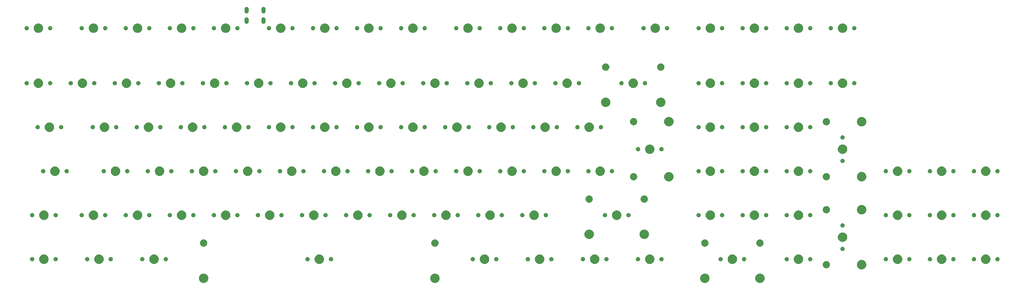
<source format=gbr>
G04 #@! TF.GenerationSoftware,KiCad,Pcbnew,5.1.2*
G04 #@! TF.CreationDate,2019-06-11T16:11:18+02:00*
G04 #@! TF.ProjectId,keyboard_layout_jopr,6b657962-6f61-4726-945f-6c61796f7574,rev?*
G04 #@! TF.SameCoordinates,Original*
G04 #@! TF.FileFunction,Soldermask,Top*
G04 #@! TF.FilePolarity,Negative*
%FSLAX46Y46*%
G04 Gerber Fmt 4.6, Leading zero omitted, Abs format (unit mm)*
G04 Created by KiCad (PCBNEW 5.1.2) date 2019-06-11 16:11:18*
%MOMM*%
%LPD*%
G04 APERTURE LIST*
%ADD10C,0.100000*%
G04 APERTURE END LIST*
D10*
G36*
X197440124Y-131701184D02*
G01*
X197658124Y-131791483D01*
X197812273Y-131855333D01*
X198147198Y-132079123D01*
X198432027Y-132363952D01*
X198655817Y-132698877D01*
X198655817Y-132698878D01*
X198809966Y-133071026D01*
X198888550Y-133466094D01*
X198888550Y-133868906D01*
X198809966Y-134263974D01*
X198719667Y-134481974D01*
X198655817Y-134636123D01*
X198432027Y-134971048D01*
X198147198Y-135255877D01*
X197812273Y-135479667D01*
X197658124Y-135543517D01*
X197440124Y-135633816D01*
X197045056Y-135712400D01*
X196642244Y-135712400D01*
X196247176Y-135633816D01*
X196029176Y-135543517D01*
X195875027Y-135479667D01*
X195540102Y-135255877D01*
X195255273Y-134971048D01*
X195031483Y-134636123D01*
X194967633Y-134481974D01*
X194877334Y-134263974D01*
X194798750Y-133868906D01*
X194798750Y-133466094D01*
X194877334Y-133071026D01*
X195031483Y-132698878D01*
X195031483Y-132698877D01*
X195255273Y-132363952D01*
X195540102Y-132079123D01*
X195875027Y-131855333D01*
X196029176Y-131791483D01*
X196247176Y-131701184D01*
X196642244Y-131622600D01*
X197045056Y-131622600D01*
X197440124Y-131701184D01*
X197440124Y-131701184D01*
G37*
G36*
X97440324Y-131701184D02*
G01*
X97658324Y-131791483D01*
X97812473Y-131855333D01*
X98147398Y-132079123D01*
X98432227Y-132363952D01*
X98656017Y-132698877D01*
X98656017Y-132698878D01*
X98810166Y-133071026D01*
X98888750Y-133466094D01*
X98888750Y-133868906D01*
X98810166Y-134263974D01*
X98719867Y-134481974D01*
X98656017Y-134636123D01*
X98432227Y-134971048D01*
X98147398Y-135255877D01*
X97812473Y-135479667D01*
X97658324Y-135543517D01*
X97440324Y-135633816D01*
X97045256Y-135712400D01*
X96642444Y-135712400D01*
X96247376Y-135633816D01*
X96029376Y-135543517D01*
X95875227Y-135479667D01*
X95540302Y-135255877D01*
X95255473Y-134971048D01*
X95031683Y-134636123D01*
X94967833Y-134481974D01*
X94877534Y-134263974D01*
X94798950Y-133868906D01*
X94798950Y-133466094D01*
X94877534Y-133071026D01*
X95031683Y-132698878D01*
X95031683Y-132698877D01*
X95255473Y-132363952D01*
X95540302Y-132079123D01*
X95875227Y-131855333D01*
X96029376Y-131791483D01*
X96247376Y-131701184D01*
X96642444Y-131622600D01*
X97045256Y-131622600D01*
X97440324Y-131701184D01*
X97440324Y-131701184D01*
G37*
G36*
X337940224Y-131701184D02*
G01*
X338158224Y-131791483D01*
X338312373Y-131855333D01*
X338647298Y-132079123D01*
X338932127Y-132363952D01*
X339155917Y-132698877D01*
X339155917Y-132698878D01*
X339310066Y-133071026D01*
X339388650Y-133466094D01*
X339388650Y-133868906D01*
X339310066Y-134263974D01*
X339219767Y-134481974D01*
X339155917Y-134636123D01*
X338932127Y-134971048D01*
X338647298Y-135255877D01*
X338312373Y-135479667D01*
X338158224Y-135543517D01*
X337940224Y-135633816D01*
X337545156Y-135712400D01*
X337142344Y-135712400D01*
X336747276Y-135633816D01*
X336529276Y-135543517D01*
X336375127Y-135479667D01*
X336040202Y-135255877D01*
X335755373Y-134971048D01*
X335531583Y-134636123D01*
X335467733Y-134481974D01*
X335377434Y-134263974D01*
X335298850Y-133868906D01*
X335298850Y-133466094D01*
X335377434Y-133071026D01*
X335531583Y-132698878D01*
X335531583Y-132698877D01*
X335755373Y-132363952D01*
X336040202Y-132079123D01*
X336375127Y-131855333D01*
X336529276Y-131791483D01*
X336747276Y-131701184D01*
X337142344Y-131622600D01*
X337545156Y-131622600D01*
X337940224Y-131701184D01*
X337940224Y-131701184D01*
G37*
G36*
X314127724Y-131701184D02*
G01*
X314345724Y-131791483D01*
X314499873Y-131855333D01*
X314834798Y-132079123D01*
X315119627Y-132363952D01*
X315343417Y-132698877D01*
X315343417Y-132698878D01*
X315497566Y-133071026D01*
X315576150Y-133466094D01*
X315576150Y-133868906D01*
X315497566Y-134263974D01*
X315407267Y-134481974D01*
X315343417Y-134636123D01*
X315119627Y-134971048D01*
X314834798Y-135255877D01*
X314499873Y-135479667D01*
X314345724Y-135543517D01*
X314127724Y-135633816D01*
X313732656Y-135712400D01*
X313329844Y-135712400D01*
X312934776Y-135633816D01*
X312716776Y-135543517D01*
X312562627Y-135479667D01*
X312227702Y-135255877D01*
X311942873Y-134971048D01*
X311719083Y-134636123D01*
X311655233Y-134481974D01*
X311564934Y-134263974D01*
X311486350Y-133868906D01*
X311486350Y-133466094D01*
X311564934Y-133071026D01*
X311719083Y-132698878D01*
X311719083Y-132698877D01*
X311942873Y-132363952D01*
X312227702Y-132079123D01*
X312562627Y-131855333D01*
X312716776Y-131791483D01*
X312934776Y-131701184D01*
X313329844Y-131622600D01*
X313732656Y-131622600D01*
X314127724Y-131701184D01*
X314127724Y-131701184D01*
G37*
G36*
X381913974Y-125827434D02*
G01*
X382131974Y-125917733D01*
X382286123Y-125981583D01*
X382621048Y-126205373D01*
X382905877Y-126490202D01*
X383129667Y-126825127D01*
X383129667Y-126825128D01*
X383283816Y-127197276D01*
X383362400Y-127592344D01*
X383362400Y-127995156D01*
X383283816Y-128390224D01*
X383221863Y-128539791D01*
X383129667Y-128762373D01*
X382905877Y-129097298D01*
X382621048Y-129382127D01*
X382286123Y-129605917D01*
X382131974Y-129669767D01*
X381913974Y-129760066D01*
X381518906Y-129838650D01*
X381116094Y-129838650D01*
X380721026Y-129760066D01*
X380503026Y-129669767D01*
X380348877Y-129605917D01*
X380013952Y-129382127D01*
X379729123Y-129097298D01*
X379505333Y-128762373D01*
X379413137Y-128539791D01*
X379351184Y-128390224D01*
X379272600Y-127995156D01*
X379272600Y-127592344D01*
X379351184Y-127197276D01*
X379505333Y-126825128D01*
X379505333Y-126825127D01*
X379729123Y-126490202D01*
X380013952Y-126205373D01*
X380348877Y-125981583D01*
X380503026Y-125917733D01*
X380721026Y-125827434D01*
X381116094Y-125748850D01*
X381518906Y-125748850D01*
X381913974Y-125827434D01*
X381913974Y-125827434D01*
G37*
G36*
X366384767Y-126249013D02*
G01*
X366536911Y-126279276D01*
X366593980Y-126302915D01*
X366823541Y-126398002D01*
X366823542Y-126398003D01*
X367081504Y-126570367D01*
X367300883Y-126789746D01*
X367324524Y-126825128D01*
X367473248Y-127047709D01*
X367591974Y-127334340D01*
X367652500Y-127638625D01*
X367652500Y-127948875D01*
X367591974Y-128253160D01*
X367473248Y-128539791D01*
X367473247Y-128539792D01*
X367300883Y-128797754D01*
X367081504Y-129017133D01*
X366961528Y-129097298D01*
X366823541Y-129189498D01*
X366655637Y-129259046D01*
X366536911Y-129308224D01*
X366384767Y-129338487D01*
X366232625Y-129368750D01*
X365922375Y-129368750D01*
X365770233Y-129338487D01*
X365618089Y-129308224D01*
X365499363Y-129259046D01*
X365331459Y-129189498D01*
X365193472Y-129097298D01*
X365073496Y-129017133D01*
X364854117Y-128797754D01*
X364681753Y-128539792D01*
X364681752Y-128539791D01*
X364563026Y-128253160D01*
X364502500Y-127948875D01*
X364502500Y-127638625D01*
X364563026Y-127334340D01*
X364681752Y-127047709D01*
X364830476Y-126825128D01*
X364854117Y-126789746D01*
X365073496Y-126570367D01*
X365331458Y-126398003D01*
X365331459Y-126398002D01*
X365561020Y-126302915D01*
X365618089Y-126279276D01*
X365770233Y-126249013D01*
X365922375Y-126218750D01*
X366232625Y-126218750D01*
X366384767Y-126249013D01*
X366384767Y-126249013D01*
G37*
G36*
X435571474Y-123446184D02*
G01*
X435789474Y-123536483D01*
X435943623Y-123600333D01*
X436278548Y-123824123D01*
X436563377Y-124108952D01*
X436787167Y-124443877D01*
X436819562Y-124522086D01*
X436941316Y-124816026D01*
X437019900Y-125211094D01*
X437019900Y-125613906D01*
X436941316Y-126008974D01*
X436890451Y-126131772D01*
X436787167Y-126381123D01*
X436563377Y-126716048D01*
X436278548Y-127000877D01*
X435943623Y-127224667D01*
X435789474Y-127288517D01*
X435571474Y-127378816D01*
X435176406Y-127457400D01*
X434773594Y-127457400D01*
X434378526Y-127378816D01*
X434160526Y-127288517D01*
X434006377Y-127224667D01*
X433671452Y-127000877D01*
X433386623Y-126716048D01*
X433162833Y-126381123D01*
X433059549Y-126131772D01*
X433008684Y-126008974D01*
X432930100Y-125613906D01*
X432930100Y-125211094D01*
X433008684Y-124816026D01*
X433130438Y-124522086D01*
X433162833Y-124443877D01*
X433386623Y-124108952D01*
X433671452Y-123824123D01*
X434006377Y-123600333D01*
X434160526Y-123536483D01*
X434378526Y-123446184D01*
X434773594Y-123367600D01*
X435176406Y-123367600D01*
X435571474Y-123446184D01*
X435571474Y-123446184D01*
G37*
G36*
X76002724Y-123446184D02*
G01*
X76220724Y-123536483D01*
X76374873Y-123600333D01*
X76709798Y-123824123D01*
X76994627Y-124108952D01*
X77218417Y-124443877D01*
X77250812Y-124522086D01*
X77372566Y-124816026D01*
X77451150Y-125211094D01*
X77451150Y-125613906D01*
X77372566Y-126008974D01*
X77321701Y-126131772D01*
X77218417Y-126381123D01*
X76994627Y-126716048D01*
X76709798Y-127000877D01*
X76374873Y-127224667D01*
X76220724Y-127288517D01*
X76002724Y-127378816D01*
X75607656Y-127457400D01*
X75204844Y-127457400D01*
X74809776Y-127378816D01*
X74591776Y-127288517D01*
X74437627Y-127224667D01*
X74102702Y-127000877D01*
X73817873Y-126716048D01*
X73594083Y-126381123D01*
X73490799Y-126131772D01*
X73439934Y-126008974D01*
X73361350Y-125613906D01*
X73361350Y-125211094D01*
X73439934Y-124816026D01*
X73561688Y-124522086D01*
X73594083Y-124443877D01*
X73817873Y-124108952D01*
X74102702Y-123824123D01*
X74437627Y-123600333D01*
X74591776Y-123536483D01*
X74809776Y-123446184D01*
X75204844Y-123367600D01*
X75607656Y-123367600D01*
X76002724Y-123446184D01*
X76002724Y-123446184D01*
G37*
G36*
X397471474Y-123446184D02*
G01*
X397689474Y-123536483D01*
X397843623Y-123600333D01*
X398178548Y-123824123D01*
X398463377Y-124108952D01*
X398687167Y-124443877D01*
X398719562Y-124522086D01*
X398841316Y-124816026D01*
X398919900Y-125211094D01*
X398919900Y-125613906D01*
X398841316Y-126008974D01*
X398790451Y-126131772D01*
X398687167Y-126381123D01*
X398463377Y-126716048D01*
X398178548Y-127000877D01*
X397843623Y-127224667D01*
X397689474Y-127288517D01*
X397471474Y-127378816D01*
X397076406Y-127457400D01*
X396673594Y-127457400D01*
X396278526Y-127378816D01*
X396060526Y-127288517D01*
X395906377Y-127224667D01*
X395571452Y-127000877D01*
X395286623Y-126716048D01*
X395062833Y-126381123D01*
X394959549Y-126131772D01*
X394908684Y-126008974D01*
X394830100Y-125613906D01*
X394830100Y-125211094D01*
X394908684Y-124816026D01*
X395030438Y-124522086D01*
X395062833Y-124443877D01*
X395286623Y-124108952D01*
X395571452Y-123824123D01*
X395906377Y-123600333D01*
X396060526Y-123536483D01*
X396278526Y-123446184D01*
X396673594Y-123367600D01*
X397076406Y-123367600D01*
X397471474Y-123446184D01*
X397471474Y-123446184D01*
G37*
G36*
X266502724Y-123446184D02*
G01*
X266720724Y-123536483D01*
X266874873Y-123600333D01*
X267209798Y-123824123D01*
X267494627Y-124108952D01*
X267718417Y-124443877D01*
X267750812Y-124522086D01*
X267872566Y-124816026D01*
X267951150Y-125211094D01*
X267951150Y-125613906D01*
X267872566Y-126008974D01*
X267821701Y-126131772D01*
X267718417Y-126381123D01*
X267494627Y-126716048D01*
X267209798Y-127000877D01*
X266874873Y-127224667D01*
X266720724Y-127288517D01*
X266502724Y-127378816D01*
X266107656Y-127457400D01*
X265704844Y-127457400D01*
X265309776Y-127378816D01*
X265091776Y-127288517D01*
X264937627Y-127224667D01*
X264602702Y-127000877D01*
X264317873Y-126716048D01*
X264094083Y-126381123D01*
X263990799Y-126131772D01*
X263939934Y-126008974D01*
X263861350Y-125613906D01*
X263861350Y-125211094D01*
X263939934Y-124816026D01*
X264061688Y-124522086D01*
X264094083Y-124443877D01*
X264317873Y-124108952D01*
X264602702Y-123824123D01*
X264937627Y-123600333D01*
X265091776Y-123536483D01*
X265309776Y-123446184D01*
X265704844Y-123367600D01*
X266107656Y-123367600D01*
X266502724Y-123446184D01*
X266502724Y-123446184D01*
G37*
G36*
X242690224Y-123446184D02*
G01*
X242908224Y-123536483D01*
X243062373Y-123600333D01*
X243397298Y-123824123D01*
X243682127Y-124108952D01*
X243905917Y-124443877D01*
X243938312Y-124522086D01*
X244060066Y-124816026D01*
X244138650Y-125211094D01*
X244138650Y-125613906D01*
X244060066Y-126008974D01*
X244009201Y-126131772D01*
X243905917Y-126381123D01*
X243682127Y-126716048D01*
X243397298Y-127000877D01*
X243062373Y-127224667D01*
X242908224Y-127288517D01*
X242690224Y-127378816D01*
X242295156Y-127457400D01*
X241892344Y-127457400D01*
X241497276Y-127378816D01*
X241279276Y-127288517D01*
X241125127Y-127224667D01*
X240790202Y-127000877D01*
X240505373Y-126716048D01*
X240281583Y-126381123D01*
X240178299Y-126131772D01*
X240127434Y-126008974D01*
X240048850Y-125613906D01*
X240048850Y-125211094D01*
X240127434Y-124816026D01*
X240249188Y-124522086D01*
X240281583Y-124443877D01*
X240505373Y-124108952D01*
X240790202Y-123824123D01*
X241125127Y-123600333D01*
X241279276Y-123536483D01*
X241497276Y-123446184D01*
X241892344Y-123367600D01*
X242295156Y-123367600D01*
X242690224Y-123446184D01*
X242690224Y-123446184D01*
G37*
G36*
X416521474Y-123446184D02*
G01*
X416739474Y-123536483D01*
X416893623Y-123600333D01*
X417228548Y-123824123D01*
X417513377Y-124108952D01*
X417737167Y-124443877D01*
X417769562Y-124522086D01*
X417891316Y-124816026D01*
X417969900Y-125211094D01*
X417969900Y-125613906D01*
X417891316Y-126008974D01*
X417840451Y-126131772D01*
X417737167Y-126381123D01*
X417513377Y-126716048D01*
X417228548Y-127000877D01*
X416893623Y-127224667D01*
X416739474Y-127288517D01*
X416521474Y-127378816D01*
X416126406Y-127457400D01*
X415723594Y-127457400D01*
X415328526Y-127378816D01*
X415110526Y-127288517D01*
X414956377Y-127224667D01*
X414621452Y-127000877D01*
X414336623Y-126716048D01*
X414112833Y-126381123D01*
X414009549Y-126131772D01*
X413958684Y-126008974D01*
X413880100Y-125613906D01*
X413880100Y-125211094D01*
X413958684Y-124816026D01*
X414080438Y-124522086D01*
X414112833Y-124443877D01*
X414336623Y-124108952D01*
X414621452Y-123824123D01*
X414956377Y-123600333D01*
X415110526Y-123536483D01*
X415328526Y-123446184D01*
X415723594Y-123367600D01*
X416126406Y-123367600D01*
X416521474Y-123446184D01*
X416521474Y-123446184D01*
G37*
G36*
X218877724Y-123446184D02*
G01*
X219095724Y-123536483D01*
X219249873Y-123600333D01*
X219584798Y-123824123D01*
X219869627Y-124108952D01*
X220093417Y-124443877D01*
X220125812Y-124522086D01*
X220247566Y-124816026D01*
X220326150Y-125211094D01*
X220326150Y-125613906D01*
X220247566Y-126008974D01*
X220196701Y-126131772D01*
X220093417Y-126381123D01*
X219869627Y-126716048D01*
X219584798Y-127000877D01*
X219249873Y-127224667D01*
X219095724Y-127288517D01*
X218877724Y-127378816D01*
X218482656Y-127457400D01*
X218079844Y-127457400D01*
X217684776Y-127378816D01*
X217466776Y-127288517D01*
X217312627Y-127224667D01*
X216977702Y-127000877D01*
X216692873Y-126716048D01*
X216469083Y-126381123D01*
X216365799Y-126131772D01*
X216314934Y-126008974D01*
X216236350Y-125613906D01*
X216236350Y-125211094D01*
X216314934Y-124816026D01*
X216436688Y-124522086D01*
X216469083Y-124443877D01*
X216692873Y-124108952D01*
X216977702Y-123824123D01*
X217312627Y-123600333D01*
X217466776Y-123536483D01*
X217684776Y-123446184D01*
X218079844Y-123367600D01*
X218482656Y-123367600D01*
X218877724Y-123446184D01*
X218877724Y-123446184D01*
G37*
G36*
X52190224Y-123446184D02*
G01*
X52408224Y-123536483D01*
X52562373Y-123600333D01*
X52897298Y-123824123D01*
X53182127Y-124108952D01*
X53405917Y-124443877D01*
X53438312Y-124522086D01*
X53560066Y-124816026D01*
X53638650Y-125211094D01*
X53638650Y-125613906D01*
X53560066Y-126008974D01*
X53509201Y-126131772D01*
X53405917Y-126381123D01*
X53182127Y-126716048D01*
X52897298Y-127000877D01*
X52562373Y-127224667D01*
X52408224Y-127288517D01*
X52190224Y-127378816D01*
X51795156Y-127457400D01*
X51392344Y-127457400D01*
X50997276Y-127378816D01*
X50779276Y-127288517D01*
X50625127Y-127224667D01*
X50290202Y-127000877D01*
X50005373Y-126716048D01*
X49781583Y-126381123D01*
X49678299Y-126131772D01*
X49627434Y-126008974D01*
X49548850Y-125613906D01*
X49548850Y-125211094D01*
X49627434Y-124816026D01*
X49749188Y-124522086D01*
X49781583Y-124443877D01*
X50005373Y-124108952D01*
X50290202Y-123824123D01*
X50625127Y-123600333D01*
X50779276Y-123536483D01*
X50997276Y-123446184D01*
X51392344Y-123367600D01*
X51795156Y-123367600D01*
X52190224Y-123446184D01*
X52190224Y-123446184D01*
G37*
G36*
X28377724Y-123446184D02*
G01*
X28595724Y-123536483D01*
X28749873Y-123600333D01*
X29084798Y-123824123D01*
X29369627Y-124108952D01*
X29593417Y-124443877D01*
X29625812Y-124522086D01*
X29747566Y-124816026D01*
X29826150Y-125211094D01*
X29826150Y-125613906D01*
X29747566Y-126008974D01*
X29696701Y-126131772D01*
X29593417Y-126381123D01*
X29369627Y-126716048D01*
X29084798Y-127000877D01*
X28749873Y-127224667D01*
X28595724Y-127288517D01*
X28377724Y-127378816D01*
X27982656Y-127457400D01*
X27579844Y-127457400D01*
X27184776Y-127378816D01*
X26966776Y-127288517D01*
X26812627Y-127224667D01*
X26477702Y-127000877D01*
X26192873Y-126716048D01*
X25969083Y-126381123D01*
X25865799Y-126131772D01*
X25814934Y-126008974D01*
X25736350Y-125613906D01*
X25736350Y-125211094D01*
X25814934Y-124816026D01*
X25936688Y-124522086D01*
X25969083Y-124443877D01*
X26192873Y-124108952D01*
X26477702Y-123824123D01*
X26812627Y-123600333D01*
X26966776Y-123536483D01*
X27184776Y-123446184D01*
X27579844Y-123367600D01*
X27982656Y-123367600D01*
X28377724Y-123446184D01*
X28377724Y-123446184D01*
G37*
G36*
X147440224Y-123446184D02*
G01*
X147658224Y-123536483D01*
X147812373Y-123600333D01*
X148147298Y-123824123D01*
X148432127Y-124108952D01*
X148655917Y-124443877D01*
X148688312Y-124522086D01*
X148810066Y-124816026D01*
X148888650Y-125211094D01*
X148888650Y-125613906D01*
X148810066Y-126008974D01*
X148759201Y-126131772D01*
X148655917Y-126381123D01*
X148432127Y-126716048D01*
X148147298Y-127000877D01*
X147812373Y-127224667D01*
X147658224Y-127288517D01*
X147440224Y-127378816D01*
X147045156Y-127457400D01*
X146642344Y-127457400D01*
X146247276Y-127378816D01*
X146029276Y-127288517D01*
X145875127Y-127224667D01*
X145540202Y-127000877D01*
X145255373Y-126716048D01*
X145031583Y-126381123D01*
X144928299Y-126131772D01*
X144877434Y-126008974D01*
X144798850Y-125613906D01*
X144798850Y-125211094D01*
X144877434Y-124816026D01*
X144999188Y-124522086D01*
X145031583Y-124443877D01*
X145255373Y-124108952D01*
X145540202Y-123824123D01*
X145875127Y-123600333D01*
X146029276Y-123536483D01*
X146247276Y-123446184D01*
X146642344Y-123367600D01*
X147045156Y-123367600D01*
X147440224Y-123446184D01*
X147440224Y-123446184D01*
G37*
G36*
X290315224Y-123446184D02*
G01*
X290533224Y-123536483D01*
X290687373Y-123600333D01*
X291022298Y-123824123D01*
X291307127Y-124108952D01*
X291530917Y-124443877D01*
X291563312Y-124522086D01*
X291685066Y-124816026D01*
X291763650Y-125211094D01*
X291763650Y-125613906D01*
X291685066Y-126008974D01*
X291634201Y-126131772D01*
X291530917Y-126381123D01*
X291307127Y-126716048D01*
X291022298Y-127000877D01*
X290687373Y-127224667D01*
X290533224Y-127288517D01*
X290315224Y-127378816D01*
X289920156Y-127457400D01*
X289517344Y-127457400D01*
X289122276Y-127378816D01*
X288904276Y-127288517D01*
X288750127Y-127224667D01*
X288415202Y-127000877D01*
X288130373Y-126716048D01*
X287906583Y-126381123D01*
X287803299Y-126131772D01*
X287752434Y-126008974D01*
X287673850Y-125613906D01*
X287673850Y-125211094D01*
X287752434Y-124816026D01*
X287874188Y-124522086D01*
X287906583Y-124443877D01*
X288130373Y-124108952D01*
X288415202Y-123824123D01*
X288750127Y-123600333D01*
X288904276Y-123536483D01*
X289122276Y-123446184D01*
X289517344Y-123367600D01*
X289920156Y-123367600D01*
X290315224Y-123446184D01*
X290315224Y-123446184D01*
G37*
G36*
X326033974Y-123446184D02*
G01*
X326251974Y-123536483D01*
X326406123Y-123600333D01*
X326741048Y-123824123D01*
X327025877Y-124108952D01*
X327249667Y-124443877D01*
X327282062Y-124522086D01*
X327403816Y-124816026D01*
X327482400Y-125211094D01*
X327482400Y-125613906D01*
X327403816Y-126008974D01*
X327352951Y-126131772D01*
X327249667Y-126381123D01*
X327025877Y-126716048D01*
X326741048Y-127000877D01*
X326406123Y-127224667D01*
X326251974Y-127288517D01*
X326033974Y-127378816D01*
X325638906Y-127457400D01*
X325236094Y-127457400D01*
X324841026Y-127378816D01*
X324623026Y-127288517D01*
X324468877Y-127224667D01*
X324133952Y-127000877D01*
X323849123Y-126716048D01*
X323625333Y-126381123D01*
X323522049Y-126131772D01*
X323471184Y-126008974D01*
X323392600Y-125613906D01*
X323392600Y-125211094D01*
X323471184Y-124816026D01*
X323592938Y-124522086D01*
X323625333Y-124443877D01*
X323849123Y-124108952D01*
X324133952Y-123824123D01*
X324468877Y-123600333D01*
X324623026Y-123536483D01*
X324841026Y-123446184D01*
X325236094Y-123367600D01*
X325638906Y-123367600D01*
X326033974Y-123446184D01*
X326033974Y-123446184D01*
G37*
G36*
X354608974Y-123446184D02*
G01*
X354826974Y-123536483D01*
X354981123Y-123600333D01*
X355316048Y-123824123D01*
X355600877Y-124108952D01*
X355824667Y-124443877D01*
X355857062Y-124522086D01*
X355978816Y-124816026D01*
X356057400Y-125211094D01*
X356057400Y-125613906D01*
X355978816Y-126008974D01*
X355927951Y-126131772D01*
X355824667Y-126381123D01*
X355600877Y-126716048D01*
X355316048Y-127000877D01*
X354981123Y-127224667D01*
X354826974Y-127288517D01*
X354608974Y-127378816D01*
X354213906Y-127457400D01*
X353811094Y-127457400D01*
X353416026Y-127378816D01*
X353198026Y-127288517D01*
X353043877Y-127224667D01*
X352708952Y-127000877D01*
X352424123Y-126716048D01*
X352200333Y-126381123D01*
X352097049Y-126131772D01*
X352046184Y-126008974D01*
X351967600Y-125613906D01*
X351967600Y-125211094D01*
X352046184Y-124816026D01*
X352167938Y-124522086D01*
X352200333Y-124443877D01*
X352424123Y-124108952D01*
X352708952Y-123824123D01*
X353043877Y-123600333D01*
X353198026Y-123536483D01*
X353416026Y-123446184D01*
X353811094Y-123367600D01*
X354213906Y-123367600D01*
X354608974Y-123446184D01*
X354608974Y-123446184D01*
G37*
G36*
X402225104Y-124522085D02*
G01*
X402393626Y-124591889D01*
X402545291Y-124693228D01*
X402674272Y-124822209D01*
X402775611Y-124973874D01*
X402845415Y-125142396D01*
X402881000Y-125321297D01*
X402881000Y-125503703D01*
X402845415Y-125682604D01*
X402775611Y-125851126D01*
X402674272Y-126002791D01*
X402545291Y-126131772D01*
X402393626Y-126233111D01*
X402225104Y-126302915D01*
X402046203Y-126338500D01*
X401863797Y-126338500D01*
X401684896Y-126302915D01*
X401516374Y-126233111D01*
X401364709Y-126131772D01*
X401235728Y-126002791D01*
X401134389Y-125851126D01*
X401064585Y-125682604D01*
X401029000Y-125503703D01*
X401029000Y-125321297D01*
X401064585Y-125142396D01*
X401134389Y-124973874D01*
X401235728Y-124822209D01*
X401364709Y-124693228D01*
X401516374Y-124591889D01*
X401684896Y-124522085D01*
X401863797Y-124486500D01*
X402046203Y-124486500D01*
X402225104Y-124522085D01*
X402225104Y-124522085D01*
G37*
G36*
X392065104Y-124522085D02*
G01*
X392233626Y-124591889D01*
X392385291Y-124693228D01*
X392514272Y-124822209D01*
X392615611Y-124973874D01*
X392685415Y-125142396D01*
X392721000Y-125321297D01*
X392721000Y-125503703D01*
X392685415Y-125682604D01*
X392615611Y-125851126D01*
X392514272Y-126002791D01*
X392385291Y-126131772D01*
X392233626Y-126233111D01*
X392065104Y-126302915D01*
X391886203Y-126338500D01*
X391703797Y-126338500D01*
X391524896Y-126302915D01*
X391356374Y-126233111D01*
X391204709Y-126131772D01*
X391075728Y-126002791D01*
X390974389Y-125851126D01*
X390904585Y-125682604D01*
X390869000Y-125503703D01*
X390869000Y-125321297D01*
X390904585Y-125142396D01*
X390974389Y-124973874D01*
X391075728Y-124822209D01*
X391204709Y-124693228D01*
X391356374Y-124591889D01*
X391524896Y-124522085D01*
X391703797Y-124486500D01*
X391886203Y-124486500D01*
X392065104Y-124522085D01*
X392065104Y-124522085D01*
G37*
G36*
X411115104Y-124522085D02*
G01*
X411283626Y-124591889D01*
X411435291Y-124693228D01*
X411564272Y-124822209D01*
X411665611Y-124973874D01*
X411735415Y-125142396D01*
X411771000Y-125321297D01*
X411771000Y-125503703D01*
X411735415Y-125682604D01*
X411665611Y-125851126D01*
X411564272Y-126002791D01*
X411435291Y-126131772D01*
X411283626Y-126233111D01*
X411115104Y-126302915D01*
X410936203Y-126338500D01*
X410753797Y-126338500D01*
X410574896Y-126302915D01*
X410406374Y-126233111D01*
X410254709Y-126131772D01*
X410125728Y-126002791D01*
X410024389Y-125851126D01*
X409954585Y-125682604D01*
X409919000Y-125503703D01*
X409919000Y-125321297D01*
X409954585Y-125142396D01*
X410024389Y-124973874D01*
X410125728Y-124822209D01*
X410254709Y-124693228D01*
X410406374Y-124591889D01*
X410574896Y-124522085D01*
X410753797Y-124486500D01*
X410936203Y-124486500D01*
X411115104Y-124522085D01*
X411115104Y-124522085D01*
G37*
G36*
X421275104Y-124522085D02*
G01*
X421443626Y-124591889D01*
X421595291Y-124693228D01*
X421724272Y-124822209D01*
X421825611Y-124973874D01*
X421895415Y-125142396D01*
X421931000Y-125321297D01*
X421931000Y-125503703D01*
X421895415Y-125682604D01*
X421825611Y-125851126D01*
X421724272Y-126002791D01*
X421595291Y-126131772D01*
X421443626Y-126233111D01*
X421275104Y-126302915D01*
X421096203Y-126338500D01*
X420913797Y-126338500D01*
X420734896Y-126302915D01*
X420566374Y-126233111D01*
X420414709Y-126131772D01*
X420285728Y-126002791D01*
X420184389Y-125851126D01*
X420114585Y-125682604D01*
X420079000Y-125503703D01*
X420079000Y-125321297D01*
X420114585Y-125142396D01*
X420184389Y-124973874D01*
X420285728Y-124822209D01*
X420414709Y-124693228D01*
X420566374Y-124591889D01*
X420734896Y-124522085D01*
X420913797Y-124486500D01*
X421096203Y-124486500D01*
X421275104Y-124522085D01*
X421275104Y-124522085D01*
G37*
G36*
X56943854Y-124522085D02*
G01*
X57112376Y-124591889D01*
X57264041Y-124693228D01*
X57393022Y-124822209D01*
X57494361Y-124973874D01*
X57564165Y-125142396D01*
X57599750Y-125321297D01*
X57599750Y-125503703D01*
X57564165Y-125682604D01*
X57494361Y-125851126D01*
X57393022Y-126002791D01*
X57264041Y-126131772D01*
X57112376Y-126233111D01*
X56943854Y-126302915D01*
X56764953Y-126338500D01*
X56582547Y-126338500D01*
X56403646Y-126302915D01*
X56235124Y-126233111D01*
X56083459Y-126131772D01*
X55954478Y-126002791D01*
X55853139Y-125851126D01*
X55783335Y-125682604D01*
X55747750Y-125503703D01*
X55747750Y-125321297D01*
X55783335Y-125142396D01*
X55853139Y-124973874D01*
X55954478Y-124822209D01*
X56083459Y-124693228D01*
X56235124Y-124591889D01*
X56403646Y-124522085D01*
X56582547Y-124486500D01*
X56764953Y-124486500D01*
X56943854Y-124522085D01*
X56943854Y-124522085D01*
G37*
G36*
X33131354Y-124522085D02*
G01*
X33299876Y-124591889D01*
X33451541Y-124693228D01*
X33580522Y-124822209D01*
X33681861Y-124973874D01*
X33751665Y-125142396D01*
X33787250Y-125321297D01*
X33787250Y-125503703D01*
X33751665Y-125682604D01*
X33681861Y-125851126D01*
X33580522Y-126002791D01*
X33451541Y-126131772D01*
X33299876Y-126233111D01*
X33131354Y-126302915D01*
X32952453Y-126338500D01*
X32770047Y-126338500D01*
X32591146Y-126302915D01*
X32422624Y-126233111D01*
X32270959Y-126131772D01*
X32141978Y-126002791D01*
X32040639Y-125851126D01*
X31970835Y-125682604D01*
X31935250Y-125503703D01*
X31935250Y-125321297D01*
X31970835Y-125142396D01*
X32040639Y-124973874D01*
X32141978Y-124822209D01*
X32270959Y-124693228D01*
X32422624Y-124591889D01*
X32591146Y-124522085D01*
X32770047Y-124486500D01*
X32952453Y-124486500D01*
X33131354Y-124522085D01*
X33131354Y-124522085D01*
G37*
G36*
X284908854Y-124522085D02*
G01*
X285077376Y-124591889D01*
X285229041Y-124693228D01*
X285358022Y-124822209D01*
X285459361Y-124973874D01*
X285529165Y-125142396D01*
X285564750Y-125321297D01*
X285564750Y-125503703D01*
X285529165Y-125682604D01*
X285459361Y-125851126D01*
X285358022Y-126002791D01*
X285229041Y-126131772D01*
X285077376Y-126233111D01*
X284908854Y-126302915D01*
X284729953Y-126338500D01*
X284547547Y-126338500D01*
X284368646Y-126302915D01*
X284200124Y-126233111D01*
X284048459Y-126131772D01*
X283919478Y-126002791D01*
X283818139Y-125851126D01*
X283748335Y-125682604D01*
X283712750Y-125503703D01*
X283712750Y-125321297D01*
X283748335Y-125142396D01*
X283818139Y-124973874D01*
X283919478Y-124822209D01*
X284048459Y-124693228D01*
X284200124Y-124591889D01*
X284368646Y-124522085D01*
X284547547Y-124486500D01*
X284729953Y-124486500D01*
X284908854Y-124522085D01*
X284908854Y-124522085D01*
G37*
G36*
X295068854Y-124522085D02*
G01*
X295237376Y-124591889D01*
X295389041Y-124693228D01*
X295518022Y-124822209D01*
X295619361Y-124973874D01*
X295689165Y-125142396D01*
X295724750Y-125321297D01*
X295724750Y-125503703D01*
X295689165Y-125682604D01*
X295619361Y-125851126D01*
X295518022Y-126002791D01*
X295389041Y-126131772D01*
X295237376Y-126233111D01*
X295068854Y-126302915D01*
X294889953Y-126338500D01*
X294707547Y-126338500D01*
X294528646Y-126302915D01*
X294360124Y-126233111D01*
X294208459Y-126131772D01*
X294079478Y-126002791D01*
X293978139Y-125851126D01*
X293908335Y-125682604D01*
X293872750Y-125503703D01*
X293872750Y-125321297D01*
X293908335Y-125142396D01*
X293978139Y-124973874D01*
X294079478Y-124822209D01*
X294208459Y-124693228D01*
X294360124Y-124591889D01*
X294528646Y-124522085D01*
X294707547Y-124486500D01*
X294889953Y-124486500D01*
X295068854Y-124522085D01*
X295068854Y-124522085D01*
G37*
G36*
X320627604Y-124522085D02*
G01*
X320796126Y-124591889D01*
X320947791Y-124693228D01*
X321076772Y-124822209D01*
X321178111Y-124973874D01*
X321247915Y-125142396D01*
X321283500Y-125321297D01*
X321283500Y-125503703D01*
X321247915Y-125682604D01*
X321178111Y-125851126D01*
X321076772Y-126002791D01*
X320947791Y-126131772D01*
X320796126Y-126233111D01*
X320627604Y-126302915D01*
X320448703Y-126338500D01*
X320266297Y-126338500D01*
X320087396Y-126302915D01*
X319918874Y-126233111D01*
X319767209Y-126131772D01*
X319638228Y-126002791D01*
X319536889Y-125851126D01*
X319467085Y-125682604D01*
X319431500Y-125503703D01*
X319431500Y-125321297D01*
X319467085Y-125142396D01*
X319536889Y-124973874D01*
X319638228Y-124822209D01*
X319767209Y-124693228D01*
X319918874Y-124591889D01*
X320087396Y-124522085D01*
X320266297Y-124486500D01*
X320448703Y-124486500D01*
X320627604Y-124522085D01*
X320627604Y-124522085D01*
G37*
G36*
X330787604Y-124522085D02*
G01*
X330956126Y-124591889D01*
X331107791Y-124693228D01*
X331236772Y-124822209D01*
X331338111Y-124973874D01*
X331407915Y-125142396D01*
X331443500Y-125321297D01*
X331443500Y-125503703D01*
X331407915Y-125682604D01*
X331338111Y-125851126D01*
X331236772Y-126002791D01*
X331107791Y-126131772D01*
X330956126Y-126233111D01*
X330787604Y-126302915D01*
X330608703Y-126338500D01*
X330426297Y-126338500D01*
X330247396Y-126302915D01*
X330078874Y-126233111D01*
X329927209Y-126131772D01*
X329798228Y-126002791D01*
X329696889Y-125851126D01*
X329627085Y-125682604D01*
X329591500Y-125503703D01*
X329591500Y-125321297D01*
X329627085Y-125142396D01*
X329696889Y-124973874D01*
X329798228Y-124822209D01*
X329927209Y-124693228D01*
X330078874Y-124591889D01*
X330247396Y-124522085D01*
X330426297Y-124486500D01*
X330608703Y-124486500D01*
X330787604Y-124522085D01*
X330787604Y-124522085D01*
G37*
G36*
X359362604Y-124522085D02*
G01*
X359531126Y-124591889D01*
X359682791Y-124693228D01*
X359811772Y-124822209D01*
X359913111Y-124973874D01*
X359982915Y-125142396D01*
X360018500Y-125321297D01*
X360018500Y-125503703D01*
X359982915Y-125682604D01*
X359913111Y-125851126D01*
X359811772Y-126002791D01*
X359682791Y-126131772D01*
X359531126Y-126233111D01*
X359362604Y-126302915D01*
X359183703Y-126338500D01*
X359001297Y-126338500D01*
X358822396Y-126302915D01*
X358653874Y-126233111D01*
X358502209Y-126131772D01*
X358373228Y-126002791D01*
X358271889Y-125851126D01*
X358202085Y-125682604D01*
X358166500Y-125503703D01*
X358166500Y-125321297D01*
X358202085Y-125142396D01*
X358271889Y-124973874D01*
X358373228Y-124822209D01*
X358502209Y-124693228D01*
X358653874Y-124591889D01*
X358822396Y-124522085D01*
X359001297Y-124486500D01*
X359183703Y-124486500D01*
X359362604Y-124522085D01*
X359362604Y-124522085D01*
G37*
G36*
X22971354Y-124522085D02*
G01*
X23139876Y-124591889D01*
X23291541Y-124693228D01*
X23420522Y-124822209D01*
X23521861Y-124973874D01*
X23591665Y-125142396D01*
X23627250Y-125321297D01*
X23627250Y-125503703D01*
X23591665Y-125682604D01*
X23521861Y-125851126D01*
X23420522Y-126002791D01*
X23291541Y-126131772D01*
X23139876Y-126233111D01*
X22971354Y-126302915D01*
X22792453Y-126338500D01*
X22610047Y-126338500D01*
X22431146Y-126302915D01*
X22262624Y-126233111D01*
X22110959Y-126131772D01*
X21981978Y-126002791D01*
X21880639Y-125851126D01*
X21810835Y-125682604D01*
X21775250Y-125503703D01*
X21775250Y-125321297D01*
X21810835Y-125142396D01*
X21880639Y-124973874D01*
X21981978Y-124822209D01*
X22110959Y-124693228D01*
X22262624Y-124591889D01*
X22431146Y-124522085D01*
X22610047Y-124486500D01*
X22792453Y-124486500D01*
X22971354Y-124522085D01*
X22971354Y-124522085D01*
G37*
G36*
X430165104Y-124522085D02*
G01*
X430333626Y-124591889D01*
X430485291Y-124693228D01*
X430614272Y-124822209D01*
X430715611Y-124973874D01*
X430785415Y-125142396D01*
X430821000Y-125321297D01*
X430821000Y-125503703D01*
X430785415Y-125682604D01*
X430715611Y-125851126D01*
X430614272Y-126002791D01*
X430485291Y-126131772D01*
X430333626Y-126233111D01*
X430165104Y-126302915D01*
X429986203Y-126338500D01*
X429803797Y-126338500D01*
X429624896Y-126302915D01*
X429456374Y-126233111D01*
X429304709Y-126131772D01*
X429175728Y-126002791D01*
X429074389Y-125851126D01*
X429004585Y-125682604D01*
X428969000Y-125503703D01*
X428969000Y-125321297D01*
X429004585Y-125142396D01*
X429074389Y-124973874D01*
X429175728Y-124822209D01*
X429304709Y-124693228D01*
X429456374Y-124591889D01*
X429624896Y-124522085D01*
X429803797Y-124486500D01*
X429986203Y-124486500D01*
X430165104Y-124522085D01*
X430165104Y-124522085D01*
G37*
G36*
X271256354Y-124522085D02*
G01*
X271424876Y-124591889D01*
X271576541Y-124693228D01*
X271705522Y-124822209D01*
X271806861Y-124973874D01*
X271876665Y-125142396D01*
X271912250Y-125321297D01*
X271912250Y-125503703D01*
X271876665Y-125682604D01*
X271806861Y-125851126D01*
X271705522Y-126002791D01*
X271576541Y-126131772D01*
X271424876Y-126233111D01*
X271256354Y-126302915D01*
X271077453Y-126338500D01*
X270895047Y-126338500D01*
X270716146Y-126302915D01*
X270547624Y-126233111D01*
X270395959Y-126131772D01*
X270266978Y-126002791D01*
X270165639Y-125851126D01*
X270095835Y-125682604D01*
X270060250Y-125503703D01*
X270060250Y-125321297D01*
X270095835Y-125142396D01*
X270165639Y-124973874D01*
X270266978Y-124822209D01*
X270395959Y-124693228D01*
X270547624Y-124591889D01*
X270716146Y-124522085D01*
X270895047Y-124486500D01*
X271077453Y-124486500D01*
X271256354Y-124522085D01*
X271256354Y-124522085D01*
G37*
G36*
X261096354Y-124522085D02*
G01*
X261264876Y-124591889D01*
X261416541Y-124693228D01*
X261545522Y-124822209D01*
X261646861Y-124973874D01*
X261716665Y-125142396D01*
X261752250Y-125321297D01*
X261752250Y-125503703D01*
X261716665Y-125682604D01*
X261646861Y-125851126D01*
X261545522Y-126002791D01*
X261416541Y-126131772D01*
X261264876Y-126233111D01*
X261096354Y-126302915D01*
X260917453Y-126338500D01*
X260735047Y-126338500D01*
X260556146Y-126302915D01*
X260387624Y-126233111D01*
X260235959Y-126131772D01*
X260106978Y-126002791D01*
X260005639Y-125851126D01*
X259935835Y-125682604D01*
X259900250Y-125503703D01*
X259900250Y-125321297D01*
X259935835Y-125142396D01*
X260005639Y-124973874D01*
X260106978Y-124822209D01*
X260235959Y-124693228D01*
X260387624Y-124591889D01*
X260556146Y-124522085D01*
X260735047Y-124486500D01*
X260917453Y-124486500D01*
X261096354Y-124522085D01*
X261096354Y-124522085D01*
G37*
G36*
X247443854Y-124522085D02*
G01*
X247612376Y-124591889D01*
X247764041Y-124693228D01*
X247893022Y-124822209D01*
X247994361Y-124973874D01*
X248064165Y-125142396D01*
X248099750Y-125321297D01*
X248099750Y-125503703D01*
X248064165Y-125682604D01*
X247994361Y-125851126D01*
X247893022Y-126002791D01*
X247764041Y-126131772D01*
X247612376Y-126233111D01*
X247443854Y-126302915D01*
X247264953Y-126338500D01*
X247082547Y-126338500D01*
X246903646Y-126302915D01*
X246735124Y-126233111D01*
X246583459Y-126131772D01*
X246454478Y-126002791D01*
X246353139Y-125851126D01*
X246283335Y-125682604D01*
X246247750Y-125503703D01*
X246247750Y-125321297D01*
X246283335Y-125142396D01*
X246353139Y-124973874D01*
X246454478Y-124822209D01*
X246583459Y-124693228D01*
X246735124Y-124591889D01*
X246903646Y-124522085D01*
X247082547Y-124486500D01*
X247264953Y-124486500D01*
X247443854Y-124522085D01*
X247443854Y-124522085D01*
G37*
G36*
X237283854Y-124522085D02*
G01*
X237452376Y-124591889D01*
X237604041Y-124693228D01*
X237733022Y-124822209D01*
X237834361Y-124973874D01*
X237904165Y-125142396D01*
X237939750Y-125321297D01*
X237939750Y-125503703D01*
X237904165Y-125682604D01*
X237834361Y-125851126D01*
X237733022Y-126002791D01*
X237604041Y-126131772D01*
X237452376Y-126233111D01*
X237283854Y-126302915D01*
X237104953Y-126338500D01*
X236922547Y-126338500D01*
X236743646Y-126302915D01*
X236575124Y-126233111D01*
X236423459Y-126131772D01*
X236294478Y-126002791D01*
X236193139Y-125851126D01*
X236123335Y-125682604D01*
X236087750Y-125503703D01*
X236087750Y-125321297D01*
X236123335Y-125142396D01*
X236193139Y-124973874D01*
X236294478Y-124822209D01*
X236423459Y-124693228D01*
X236575124Y-124591889D01*
X236743646Y-124522085D01*
X236922547Y-124486500D01*
X237104953Y-124486500D01*
X237283854Y-124522085D01*
X237283854Y-124522085D01*
G37*
G36*
X70596354Y-124522085D02*
G01*
X70764876Y-124591889D01*
X70916541Y-124693228D01*
X71045522Y-124822209D01*
X71146861Y-124973874D01*
X71216665Y-125142396D01*
X71252250Y-125321297D01*
X71252250Y-125503703D01*
X71216665Y-125682604D01*
X71146861Y-125851126D01*
X71045522Y-126002791D01*
X70916541Y-126131772D01*
X70764876Y-126233111D01*
X70596354Y-126302915D01*
X70417453Y-126338500D01*
X70235047Y-126338500D01*
X70056146Y-126302915D01*
X69887624Y-126233111D01*
X69735959Y-126131772D01*
X69606978Y-126002791D01*
X69505639Y-125851126D01*
X69435835Y-125682604D01*
X69400250Y-125503703D01*
X69400250Y-125321297D01*
X69435835Y-125142396D01*
X69505639Y-124973874D01*
X69606978Y-124822209D01*
X69735959Y-124693228D01*
X69887624Y-124591889D01*
X70056146Y-124522085D01*
X70235047Y-124486500D01*
X70417453Y-124486500D01*
X70596354Y-124522085D01*
X70596354Y-124522085D01*
G37*
G36*
X80756354Y-124522085D02*
G01*
X80924876Y-124591889D01*
X81076541Y-124693228D01*
X81205522Y-124822209D01*
X81306861Y-124973874D01*
X81376665Y-125142396D01*
X81412250Y-125321297D01*
X81412250Y-125503703D01*
X81376665Y-125682604D01*
X81306861Y-125851126D01*
X81205522Y-126002791D01*
X81076541Y-126131772D01*
X80924876Y-126233111D01*
X80756354Y-126302915D01*
X80577453Y-126338500D01*
X80395047Y-126338500D01*
X80216146Y-126302915D01*
X80047624Y-126233111D01*
X79895959Y-126131772D01*
X79766978Y-126002791D01*
X79665639Y-125851126D01*
X79595835Y-125682604D01*
X79560250Y-125503703D01*
X79560250Y-125321297D01*
X79595835Y-125142396D01*
X79665639Y-124973874D01*
X79766978Y-124822209D01*
X79895959Y-124693228D01*
X80047624Y-124591889D01*
X80216146Y-124522085D01*
X80395047Y-124486500D01*
X80577453Y-124486500D01*
X80756354Y-124522085D01*
X80756354Y-124522085D01*
G37*
G36*
X46783854Y-124522085D02*
G01*
X46952376Y-124591889D01*
X47104041Y-124693228D01*
X47233022Y-124822209D01*
X47334361Y-124973874D01*
X47404165Y-125142396D01*
X47439750Y-125321297D01*
X47439750Y-125503703D01*
X47404165Y-125682604D01*
X47334361Y-125851126D01*
X47233022Y-126002791D01*
X47104041Y-126131772D01*
X46952376Y-126233111D01*
X46783854Y-126302915D01*
X46604953Y-126338500D01*
X46422547Y-126338500D01*
X46243646Y-126302915D01*
X46075124Y-126233111D01*
X45923459Y-126131772D01*
X45794478Y-126002791D01*
X45693139Y-125851126D01*
X45623335Y-125682604D01*
X45587750Y-125503703D01*
X45587750Y-125321297D01*
X45623335Y-125142396D01*
X45693139Y-124973874D01*
X45794478Y-124822209D01*
X45923459Y-124693228D01*
X46075124Y-124591889D01*
X46243646Y-124522085D01*
X46422547Y-124486500D01*
X46604953Y-124486500D01*
X46783854Y-124522085D01*
X46783854Y-124522085D01*
G37*
G36*
X152193854Y-124522085D02*
G01*
X152362376Y-124591889D01*
X152514041Y-124693228D01*
X152643022Y-124822209D01*
X152744361Y-124973874D01*
X152814165Y-125142396D01*
X152849750Y-125321297D01*
X152849750Y-125503703D01*
X152814165Y-125682604D01*
X152744361Y-125851126D01*
X152643022Y-126002791D01*
X152514041Y-126131772D01*
X152362376Y-126233111D01*
X152193854Y-126302915D01*
X152014953Y-126338500D01*
X151832547Y-126338500D01*
X151653646Y-126302915D01*
X151485124Y-126233111D01*
X151333459Y-126131772D01*
X151204478Y-126002791D01*
X151103139Y-125851126D01*
X151033335Y-125682604D01*
X150997750Y-125503703D01*
X150997750Y-125321297D01*
X151033335Y-125142396D01*
X151103139Y-124973874D01*
X151204478Y-124822209D01*
X151333459Y-124693228D01*
X151485124Y-124591889D01*
X151653646Y-124522085D01*
X151832547Y-124486500D01*
X152014953Y-124486500D01*
X152193854Y-124522085D01*
X152193854Y-124522085D01*
G37*
G36*
X440325104Y-124522085D02*
G01*
X440493626Y-124591889D01*
X440645291Y-124693228D01*
X440774272Y-124822209D01*
X440875611Y-124973874D01*
X440945415Y-125142396D01*
X440981000Y-125321297D01*
X440981000Y-125503703D01*
X440945415Y-125682604D01*
X440875611Y-125851126D01*
X440774272Y-126002791D01*
X440645291Y-126131772D01*
X440493626Y-126233111D01*
X440325104Y-126302915D01*
X440146203Y-126338500D01*
X439963797Y-126338500D01*
X439784896Y-126302915D01*
X439616374Y-126233111D01*
X439464709Y-126131772D01*
X439335728Y-126002791D01*
X439234389Y-125851126D01*
X439164585Y-125682604D01*
X439129000Y-125503703D01*
X439129000Y-125321297D01*
X439164585Y-125142396D01*
X439234389Y-124973874D01*
X439335728Y-124822209D01*
X439464709Y-124693228D01*
X439616374Y-124591889D01*
X439784896Y-124522085D01*
X439963797Y-124486500D01*
X440146203Y-124486500D01*
X440325104Y-124522085D01*
X440325104Y-124522085D01*
G37*
G36*
X142033854Y-124522085D02*
G01*
X142202376Y-124591889D01*
X142354041Y-124693228D01*
X142483022Y-124822209D01*
X142584361Y-124973874D01*
X142654165Y-125142396D01*
X142689750Y-125321297D01*
X142689750Y-125503703D01*
X142654165Y-125682604D01*
X142584361Y-125851126D01*
X142483022Y-126002791D01*
X142354041Y-126131772D01*
X142202376Y-126233111D01*
X142033854Y-126302915D01*
X141854953Y-126338500D01*
X141672547Y-126338500D01*
X141493646Y-126302915D01*
X141325124Y-126233111D01*
X141173459Y-126131772D01*
X141044478Y-126002791D01*
X140943139Y-125851126D01*
X140873335Y-125682604D01*
X140837750Y-125503703D01*
X140837750Y-125321297D01*
X140873335Y-125142396D01*
X140943139Y-124973874D01*
X141044478Y-124822209D01*
X141173459Y-124693228D01*
X141325124Y-124591889D01*
X141493646Y-124522085D01*
X141672547Y-124486500D01*
X141854953Y-124486500D01*
X142033854Y-124522085D01*
X142033854Y-124522085D01*
G37*
G36*
X349202604Y-124522085D02*
G01*
X349371126Y-124591889D01*
X349522791Y-124693228D01*
X349651772Y-124822209D01*
X349753111Y-124973874D01*
X349822915Y-125142396D01*
X349858500Y-125321297D01*
X349858500Y-125503703D01*
X349822915Y-125682604D01*
X349753111Y-125851126D01*
X349651772Y-126002791D01*
X349522791Y-126131772D01*
X349371126Y-126233111D01*
X349202604Y-126302915D01*
X349023703Y-126338500D01*
X348841297Y-126338500D01*
X348662396Y-126302915D01*
X348493874Y-126233111D01*
X348342209Y-126131772D01*
X348213228Y-126002791D01*
X348111889Y-125851126D01*
X348042085Y-125682604D01*
X348006500Y-125503703D01*
X348006500Y-125321297D01*
X348042085Y-125142396D01*
X348111889Y-124973874D01*
X348213228Y-124822209D01*
X348342209Y-124693228D01*
X348493874Y-124591889D01*
X348662396Y-124522085D01*
X348841297Y-124486500D01*
X349023703Y-124486500D01*
X349202604Y-124522085D01*
X349202604Y-124522085D01*
G37*
G36*
X223631354Y-124522085D02*
G01*
X223799876Y-124591889D01*
X223951541Y-124693228D01*
X224080522Y-124822209D01*
X224181861Y-124973874D01*
X224251665Y-125142396D01*
X224287250Y-125321297D01*
X224287250Y-125503703D01*
X224251665Y-125682604D01*
X224181861Y-125851126D01*
X224080522Y-126002791D01*
X223951541Y-126131772D01*
X223799876Y-126233111D01*
X223631354Y-126302915D01*
X223452453Y-126338500D01*
X223270047Y-126338500D01*
X223091146Y-126302915D01*
X222922624Y-126233111D01*
X222770959Y-126131772D01*
X222641978Y-126002791D01*
X222540639Y-125851126D01*
X222470835Y-125682604D01*
X222435250Y-125503703D01*
X222435250Y-125321297D01*
X222470835Y-125142396D01*
X222540639Y-124973874D01*
X222641978Y-124822209D01*
X222770959Y-124693228D01*
X222922624Y-124591889D01*
X223091146Y-124522085D01*
X223270047Y-124486500D01*
X223452453Y-124486500D01*
X223631354Y-124522085D01*
X223631354Y-124522085D01*
G37*
G36*
X213471354Y-124522085D02*
G01*
X213639876Y-124591889D01*
X213791541Y-124693228D01*
X213920522Y-124822209D01*
X214021861Y-124973874D01*
X214091665Y-125142396D01*
X214127250Y-125321297D01*
X214127250Y-125503703D01*
X214091665Y-125682604D01*
X214021861Y-125851126D01*
X213920522Y-126002791D01*
X213791541Y-126131772D01*
X213639876Y-126233111D01*
X213471354Y-126302915D01*
X213292453Y-126338500D01*
X213110047Y-126338500D01*
X212931146Y-126302915D01*
X212762624Y-126233111D01*
X212610959Y-126131772D01*
X212481978Y-126002791D01*
X212380639Y-125851126D01*
X212310835Y-125682604D01*
X212275250Y-125503703D01*
X212275250Y-125321297D01*
X212310835Y-125142396D01*
X212380639Y-124973874D01*
X212481978Y-124822209D01*
X212610959Y-124693228D01*
X212762624Y-124591889D01*
X212931146Y-124522085D01*
X213110047Y-124486500D01*
X213292453Y-124486500D01*
X213471354Y-124522085D01*
X213471354Y-124522085D01*
G37*
G36*
X373332604Y-120077085D02*
G01*
X373501126Y-120146889D01*
X373652791Y-120248228D01*
X373781772Y-120377209D01*
X373883111Y-120528874D01*
X373952915Y-120697396D01*
X373988500Y-120876297D01*
X373988500Y-121058703D01*
X373952915Y-121237604D01*
X373883111Y-121406126D01*
X373781772Y-121557791D01*
X373652791Y-121686772D01*
X373501126Y-121788111D01*
X373332604Y-121857915D01*
X373153703Y-121893500D01*
X372971297Y-121893500D01*
X372792396Y-121857915D01*
X372623874Y-121788111D01*
X372472209Y-121686772D01*
X372343228Y-121557791D01*
X372241889Y-121406126D01*
X372172085Y-121237604D01*
X372136500Y-121058703D01*
X372136500Y-120876297D01*
X372172085Y-120697396D01*
X372241889Y-120528874D01*
X372343228Y-120377209D01*
X372472209Y-120248228D01*
X372623874Y-120146889D01*
X372792396Y-120077085D01*
X372971297Y-120041500D01*
X373153703Y-120041500D01*
X373332604Y-120077085D01*
X373332604Y-120077085D01*
G37*
G36*
X313990661Y-116913026D02*
G01*
X314109387Y-116962204D01*
X314277291Y-117031752D01*
X314277292Y-117031753D01*
X314535254Y-117204117D01*
X314754633Y-117423496D01*
X314869803Y-117595861D01*
X314926998Y-117681459D01*
X315045724Y-117968090D01*
X315106250Y-118272375D01*
X315106250Y-118582625D01*
X315045724Y-118886910D01*
X314926998Y-119173541D01*
X314926997Y-119173542D01*
X314754633Y-119431504D01*
X314535254Y-119650883D01*
X314362889Y-119766053D01*
X314277291Y-119823248D01*
X314109387Y-119892796D01*
X313990661Y-119941974D01*
X313838517Y-119972237D01*
X313686375Y-120002500D01*
X313376125Y-120002500D01*
X313223983Y-119972237D01*
X313071839Y-119941974D01*
X312953113Y-119892796D01*
X312785209Y-119823248D01*
X312699611Y-119766053D01*
X312527246Y-119650883D01*
X312307867Y-119431504D01*
X312135503Y-119173542D01*
X312135502Y-119173541D01*
X312016776Y-118886910D01*
X311956250Y-118582625D01*
X311956250Y-118272375D01*
X312016776Y-117968090D01*
X312135502Y-117681459D01*
X312192697Y-117595861D01*
X312307867Y-117423496D01*
X312527246Y-117204117D01*
X312785208Y-117031753D01*
X312785209Y-117031752D01*
X312953113Y-116962204D01*
X313071839Y-116913026D01*
X313376125Y-116852500D01*
X313686375Y-116852500D01*
X313990661Y-116913026D01*
X313990661Y-116913026D01*
G37*
G36*
X97303261Y-116913026D02*
G01*
X97421987Y-116962204D01*
X97589891Y-117031752D01*
X97589892Y-117031753D01*
X97847854Y-117204117D01*
X98067233Y-117423496D01*
X98182403Y-117595861D01*
X98239598Y-117681459D01*
X98358324Y-117968090D01*
X98418850Y-118272375D01*
X98418850Y-118582625D01*
X98358324Y-118886910D01*
X98239598Y-119173541D01*
X98239597Y-119173542D01*
X98067233Y-119431504D01*
X97847854Y-119650883D01*
X97675489Y-119766053D01*
X97589891Y-119823248D01*
X97421987Y-119892796D01*
X97303261Y-119941974D01*
X97151117Y-119972237D01*
X96998975Y-120002500D01*
X96688725Y-120002500D01*
X96536583Y-119972237D01*
X96384439Y-119941974D01*
X96265713Y-119892796D01*
X96097809Y-119823248D01*
X96012211Y-119766053D01*
X95839846Y-119650883D01*
X95620467Y-119431504D01*
X95448103Y-119173542D01*
X95448102Y-119173541D01*
X95329376Y-118886910D01*
X95268850Y-118582625D01*
X95268850Y-118272375D01*
X95329376Y-117968090D01*
X95448102Y-117681459D01*
X95505297Y-117595861D01*
X95620467Y-117423496D01*
X95839846Y-117204117D01*
X96097808Y-117031753D01*
X96097809Y-117031752D01*
X96265713Y-116962204D01*
X96384439Y-116913026D01*
X96688725Y-116852500D01*
X96998975Y-116852500D01*
X97303261Y-116913026D01*
X97303261Y-116913026D01*
G37*
G36*
X337803161Y-116913026D02*
G01*
X337921887Y-116962204D01*
X338089791Y-117031752D01*
X338089792Y-117031753D01*
X338347754Y-117204117D01*
X338567133Y-117423496D01*
X338682303Y-117595861D01*
X338739498Y-117681459D01*
X338858224Y-117968090D01*
X338918750Y-118272375D01*
X338918750Y-118582625D01*
X338858224Y-118886910D01*
X338739498Y-119173541D01*
X338739497Y-119173542D01*
X338567133Y-119431504D01*
X338347754Y-119650883D01*
X338175389Y-119766053D01*
X338089791Y-119823248D01*
X337921887Y-119892796D01*
X337803161Y-119941974D01*
X337651017Y-119972237D01*
X337498875Y-120002500D01*
X337188625Y-120002500D01*
X337036483Y-119972237D01*
X336884339Y-119941974D01*
X336765613Y-119892796D01*
X336597709Y-119823248D01*
X336512111Y-119766053D01*
X336339746Y-119650883D01*
X336120367Y-119431504D01*
X335948003Y-119173542D01*
X335948002Y-119173541D01*
X335829276Y-118886910D01*
X335768750Y-118582625D01*
X335768750Y-118272375D01*
X335829276Y-117968090D01*
X335948002Y-117681459D01*
X336005197Y-117595861D01*
X336120367Y-117423496D01*
X336339746Y-117204117D01*
X336597708Y-117031753D01*
X336597709Y-117031752D01*
X336765613Y-116962204D01*
X336884339Y-116913026D01*
X337188625Y-116852500D01*
X337498875Y-116852500D01*
X337803161Y-116913026D01*
X337803161Y-116913026D01*
G37*
G36*
X197303061Y-116913026D02*
G01*
X197421787Y-116962204D01*
X197589691Y-117031752D01*
X197589692Y-117031753D01*
X197847654Y-117204117D01*
X198067033Y-117423496D01*
X198182203Y-117595861D01*
X198239398Y-117681459D01*
X198358124Y-117968090D01*
X198418650Y-118272375D01*
X198418650Y-118582625D01*
X198358124Y-118886910D01*
X198239398Y-119173541D01*
X198239397Y-119173542D01*
X198067033Y-119431504D01*
X197847654Y-119650883D01*
X197675289Y-119766053D01*
X197589691Y-119823248D01*
X197421787Y-119892796D01*
X197303061Y-119941974D01*
X197150917Y-119972237D01*
X196998775Y-120002500D01*
X196688525Y-120002500D01*
X196536383Y-119972237D01*
X196384239Y-119941974D01*
X196265513Y-119892796D01*
X196097609Y-119823248D01*
X196012011Y-119766053D01*
X195839646Y-119650883D01*
X195620267Y-119431504D01*
X195447903Y-119173542D01*
X195447902Y-119173541D01*
X195329176Y-118886910D01*
X195268650Y-118582625D01*
X195268650Y-118272375D01*
X195329176Y-117968090D01*
X195447902Y-117681459D01*
X195505097Y-117595861D01*
X195620267Y-117423496D01*
X195839646Y-117204117D01*
X196097608Y-117031753D01*
X196097609Y-117031752D01*
X196265513Y-116962204D01*
X196384239Y-116913026D01*
X196688525Y-116852500D01*
X196998775Y-116852500D01*
X197303061Y-116913026D01*
X197303061Y-116913026D01*
G37*
G36*
X373658974Y-113921184D02*
G01*
X373876974Y-114011483D01*
X374031123Y-114075333D01*
X374366048Y-114299123D01*
X374650877Y-114583952D01*
X374874667Y-114918877D01*
X374874667Y-114918878D01*
X375028816Y-115291026D01*
X375107400Y-115686094D01*
X375107400Y-116088906D01*
X375028816Y-116483974D01*
X374987460Y-116583815D01*
X374874667Y-116856123D01*
X374650877Y-117191048D01*
X374366048Y-117475877D01*
X374031123Y-117699667D01*
X373876974Y-117763517D01*
X373658974Y-117853816D01*
X373263906Y-117932400D01*
X372861094Y-117932400D01*
X372466026Y-117853816D01*
X372248026Y-117763517D01*
X372093877Y-117699667D01*
X371758952Y-117475877D01*
X371474123Y-117191048D01*
X371250333Y-116856123D01*
X371137540Y-116583815D01*
X371096184Y-116483974D01*
X371017600Y-116088906D01*
X371017600Y-115686094D01*
X371096184Y-115291026D01*
X371250333Y-114918878D01*
X371250333Y-114918877D01*
X371474123Y-114583952D01*
X371758952Y-114299123D01*
X372093877Y-114075333D01*
X372248026Y-114011483D01*
X372466026Y-113921184D01*
X372861094Y-113842600D01*
X373263906Y-113842600D01*
X373658974Y-113921184D01*
X373658974Y-113921184D01*
G37*
G36*
X287933974Y-112651184D02*
G01*
X288151974Y-112741483D01*
X288306123Y-112805333D01*
X288641048Y-113029123D01*
X288925877Y-113313952D01*
X289149667Y-113648877D01*
X289149667Y-113648878D01*
X289303816Y-114021026D01*
X289382400Y-114416094D01*
X289382400Y-114818906D01*
X289303816Y-115213974D01*
X289271900Y-115291025D01*
X289149667Y-115586123D01*
X288925877Y-115921048D01*
X288641048Y-116205877D01*
X288306123Y-116429667D01*
X288175014Y-116483974D01*
X287933974Y-116583816D01*
X287538906Y-116662400D01*
X287136094Y-116662400D01*
X286741026Y-116583816D01*
X286499986Y-116483974D01*
X286368877Y-116429667D01*
X286033952Y-116205877D01*
X285749123Y-115921048D01*
X285525333Y-115586123D01*
X285403100Y-115291025D01*
X285371184Y-115213974D01*
X285292600Y-114818906D01*
X285292600Y-114416094D01*
X285371184Y-114021026D01*
X285525333Y-113648878D01*
X285525333Y-113648877D01*
X285749123Y-113313952D01*
X286033952Y-113029123D01*
X286368877Y-112805333D01*
X286523026Y-112741483D01*
X286741026Y-112651184D01*
X287136094Y-112572600D01*
X287538906Y-112572600D01*
X287933974Y-112651184D01*
X287933974Y-112651184D01*
G37*
G36*
X264121474Y-112651184D02*
G01*
X264339474Y-112741483D01*
X264493623Y-112805333D01*
X264828548Y-113029123D01*
X265113377Y-113313952D01*
X265337167Y-113648877D01*
X265337167Y-113648878D01*
X265491316Y-114021026D01*
X265569900Y-114416094D01*
X265569900Y-114818906D01*
X265491316Y-115213974D01*
X265459400Y-115291025D01*
X265337167Y-115586123D01*
X265113377Y-115921048D01*
X264828548Y-116205877D01*
X264493623Y-116429667D01*
X264362514Y-116483974D01*
X264121474Y-116583816D01*
X263726406Y-116662400D01*
X263323594Y-116662400D01*
X262928526Y-116583816D01*
X262687486Y-116483974D01*
X262556377Y-116429667D01*
X262221452Y-116205877D01*
X261936623Y-115921048D01*
X261712833Y-115586123D01*
X261590600Y-115291025D01*
X261558684Y-115213974D01*
X261480100Y-114818906D01*
X261480100Y-114416094D01*
X261558684Y-114021026D01*
X261712833Y-113648878D01*
X261712833Y-113648877D01*
X261936623Y-113313952D01*
X262221452Y-113029123D01*
X262556377Y-112805333D01*
X262710526Y-112741483D01*
X262928526Y-112651184D01*
X263323594Y-112572600D01*
X263726406Y-112572600D01*
X264121474Y-112651184D01*
X264121474Y-112651184D01*
G37*
G36*
X373332604Y-109917085D02*
G01*
X373501126Y-109986889D01*
X373652791Y-110088228D01*
X373781772Y-110217209D01*
X373883111Y-110368874D01*
X373952915Y-110537396D01*
X373988500Y-110716297D01*
X373988500Y-110898703D01*
X373952915Y-111077604D01*
X373883111Y-111246126D01*
X373781772Y-111397791D01*
X373652791Y-111526772D01*
X373501126Y-111628111D01*
X373332604Y-111697915D01*
X373153703Y-111733500D01*
X372971297Y-111733500D01*
X372792396Y-111697915D01*
X372623874Y-111628111D01*
X372472209Y-111526772D01*
X372343228Y-111397791D01*
X372241889Y-111246126D01*
X372172085Y-111077604D01*
X372136500Y-110898703D01*
X372136500Y-110716297D01*
X372172085Y-110537396D01*
X372241889Y-110368874D01*
X372343228Y-110217209D01*
X372472209Y-110088228D01*
X372623874Y-109986889D01*
X372792396Y-109917085D01*
X372971297Y-109881500D01*
X373153703Y-109881500D01*
X373332604Y-109917085D01*
X373332604Y-109917085D01*
G37*
G36*
X316508974Y-104396184D02*
G01*
X316726974Y-104486483D01*
X316881123Y-104550333D01*
X317216048Y-104774123D01*
X317500877Y-105058952D01*
X317724667Y-105393877D01*
X317757062Y-105472086D01*
X317878816Y-105766026D01*
X317957400Y-106161094D01*
X317957400Y-106563906D01*
X317878816Y-106958974D01*
X317827951Y-107081772D01*
X317724667Y-107331123D01*
X317500877Y-107666048D01*
X317216048Y-107950877D01*
X316881123Y-108174667D01*
X316726974Y-108238517D01*
X316508974Y-108328816D01*
X316113906Y-108407400D01*
X315711094Y-108407400D01*
X315316026Y-108328816D01*
X315098026Y-108238517D01*
X314943877Y-108174667D01*
X314608952Y-107950877D01*
X314324123Y-107666048D01*
X314100333Y-107331123D01*
X313997049Y-107081772D01*
X313946184Y-106958974D01*
X313867600Y-106563906D01*
X313867600Y-106161094D01*
X313946184Y-105766026D01*
X314067938Y-105472086D01*
X314100333Y-105393877D01*
X314324123Y-105058952D01*
X314608952Y-104774123D01*
X314943877Y-104550333D01*
X315098026Y-104486483D01*
X315316026Y-104396184D01*
X315711094Y-104317600D01*
X316113906Y-104317600D01*
X316508974Y-104396184D01*
X316508974Y-104396184D01*
G37*
G36*
X221258974Y-104396184D02*
G01*
X221476974Y-104486483D01*
X221631123Y-104550333D01*
X221966048Y-104774123D01*
X222250877Y-105058952D01*
X222474667Y-105393877D01*
X222507062Y-105472086D01*
X222628816Y-105766026D01*
X222707400Y-106161094D01*
X222707400Y-106563906D01*
X222628816Y-106958974D01*
X222577951Y-107081772D01*
X222474667Y-107331123D01*
X222250877Y-107666048D01*
X221966048Y-107950877D01*
X221631123Y-108174667D01*
X221476974Y-108238517D01*
X221258974Y-108328816D01*
X220863906Y-108407400D01*
X220461094Y-108407400D01*
X220066026Y-108328816D01*
X219848026Y-108238517D01*
X219693877Y-108174667D01*
X219358952Y-107950877D01*
X219074123Y-107666048D01*
X218850333Y-107331123D01*
X218747049Y-107081772D01*
X218696184Y-106958974D01*
X218617600Y-106563906D01*
X218617600Y-106161094D01*
X218696184Y-105766026D01*
X218817938Y-105472086D01*
X218850333Y-105393877D01*
X219074123Y-105058952D01*
X219358952Y-104774123D01*
X219693877Y-104550333D01*
X219848026Y-104486483D01*
X220066026Y-104396184D01*
X220461094Y-104317600D01*
X220863906Y-104317600D01*
X221258974Y-104396184D01*
X221258974Y-104396184D01*
G37*
G36*
X240308974Y-104396184D02*
G01*
X240526974Y-104486483D01*
X240681123Y-104550333D01*
X241016048Y-104774123D01*
X241300877Y-105058952D01*
X241524667Y-105393877D01*
X241557062Y-105472086D01*
X241678816Y-105766026D01*
X241757400Y-106161094D01*
X241757400Y-106563906D01*
X241678816Y-106958974D01*
X241627951Y-107081772D01*
X241524667Y-107331123D01*
X241300877Y-107666048D01*
X241016048Y-107950877D01*
X240681123Y-108174667D01*
X240526974Y-108238517D01*
X240308974Y-108328816D01*
X239913906Y-108407400D01*
X239511094Y-108407400D01*
X239116026Y-108328816D01*
X238898026Y-108238517D01*
X238743877Y-108174667D01*
X238408952Y-107950877D01*
X238124123Y-107666048D01*
X237900333Y-107331123D01*
X237797049Y-107081772D01*
X237746184Y-106958974D01*
X237667600Y-106563906D01*
X237667600Y-106161094D01*
X237746184Y-105766026D01*
X237867938Y-105472086D01*
X237900333Y-105393877D01*
X238124123Y-105058952D01*
X238408952Y-104774123D01*
X238743877Y-104550333D01*
X238898026Y-104486483D01*
X239116026Y-104396184D01*
X239511094Y-104317600D01*
X239913906Y-104317600D01*
X240308974Y-104396184D01*
X240308974Y-104396184D01*
G37*
G36*
X164108974Y-104396184D02*
G01*
X164326974Y-104486483D01*
X164481123Y-104550333D01*
X164816048Y-104774123D01*
X165100877Y-105058952D01*
X165324667Y-105393877D01*
X165357062Y-105472086D01*
X165478816Y-105766026D01*
X165557400Y-106161094D01*
X165557400Y-106563906D01*
X165478816Y-106958974D01*
X165427951Y-107081772D01*
X165324667Y-107331123D01*
X165100877Y-107666048D01*
X164816048Y-107950877D01*
X164481123Y-108174667D01*
X164326974Y-108238517D01*
X164108974Y-108328816D01*
X163713906Y-108407400D01*
X163311094Y-108407400D01*
X162916026Y-108328816D01*
X162698026Y-108238517D01*
X162543877Y-108174667D01*
X162208952Y-107950877D01*
X161924123Y-107666048D01*
X161700333Y-107331123D01*
X161597049Y-107081772D01*
X161546184Y-106958974D01*
X161467600Y-106563906D01*
X161467600Y-106161094D01*
X161546184Y-105766026D01*
X161667938Y-105472086D01*
X161700333Y-105393877D01*
X161924123Y-105058952D01*
X162208952Y-104774123D01*
X162543877Y-104550333D01*
X162698026Y-104486483D01*
X162916026Y-104396184D01*
X163311094Y-104317600D01*
X163713906Y-104317600D01*
X164108974Y-104396184D01*
X164108974Y-104396184D01*
G37*
G36*
X68858974Y-104396184D02*
G01*
X69076974Y-104486483D01*
X69231123Y-104550333D01*
X69566048Y-104774123D01*
X69850877Y-105058952D01*
X70074667Y-105393877D01*
X70107062Y-105472086D01*
X70228816Y-105766026D01*
X70307400Y-106161094D01*
X70307400Y-106563906D01*
X70228816Y-106958974D01*
X70177951Y-107081772D01*
X70074667Y-107331123D01*
X69850877Y-107666048D01*
X69566048Y-107950877D01*
X69231123Y-108174667D01*
X69076974Y-108238517D01*
X68858974Y-108328816D01*
X68463906Y-108407400D01*
X68061094Y-108407400D01*
X67666026Y-108328816D01*
X67448026Y-108238517D01*
X67293877Y-108174667D01*
X66958952Y-107950877D01*
X66674123Y-107666048D01*
X66450333Y-107331123D01*
X66347049Y-107081772D01*
X66296184Y-106958974D01*
X66217600Y-106563906D01*
X66217600Y-106161094D01*
X66296184Y-105766026D01*
X66417938Y-105472086D01*
X66450333Y-105393877D01*
X66674123Y-105058952D01*
X66958952Y-104774123D01*
X67293877Y-104550333D01*
X67448026Y-104486483D01*
X67666026Y-104396184D01*
X68061094Y-104317600D01*
X68463906Y-104317600D01*
X68858974Y-104396184D01*
X68858974Y-104396184D01*
G37*
G36*
X87908974Y-104396184D02*
G01*
X88126974Y-104486483D01*
X88281123Y-104550333D01*
X88616048Y-104774123D01*
X88900877Y-105058952D01*
X89124667Y-105393877D01*
X89157062Y-105472086D01*
X89278816Y-105766026D01*
X89357400Y-106161094D01*
X89357400Y-106563906D01*
X89278816Y-106958974D01*
X89227951Y-107081772D01*
X89124667Y-107331123D01*
X88900877Y-107666048D01*
X88616048Y-107950877D01*
X88281123Y-108174667D01*
X88126974Y-108238517D01*
X87908974Y-108328816D01*
X87513906Y-108407400D01*
X87111094Y-108407400D01*
X86716026Y-108328816D01*
X86498026Y-108238517D01*
X86343877Y-108174667D01*
X86008952Y-107950877D01*
X85724123Y-107666048D01*
X85500333Y-107331123D01*
X85397049Y-107081772D01*
X85346184Y-106958974D01*
X85267600Y-106563906D01*
X85267600Y-106161094D01*
X85346184Y-105766026D01*
X85467938Y-105472086D01*
X85500333Y-105393877D01*
X85724123Y-105058952D01*
X86008952Y-104774123D01*
X86343877Y-104550333D01*
X86498026Y-104486483D01*
X86716026Y-104396184D01*
X87111094Y-104317600D01*
X87513906Y-104317600D01*
X87908974Y-104396184D01*
X87908974Y-104396184D01*
G37*
G36*
X106958974Y-104396184D02*
G01*
X107176974Y-104486483D01*
X107331123Y-104550333D01*
X107666048Y-104774123D01*
X107950877Y-105058952D01*
X108174667Y-105393877D01*
X108207062Y-105472086D01*
X108328816Y-105766026D01*
X108407400Y-106161094D01*
X108407400Y-106563906D01*
X108328816Y-106958974D01*
X108277951Y-107081772D01*
X108174667Y-107331123D01*
X107950877Y-107666048D01*
X107666048Y-107950877D01*
X107331123Y-108174667D01*
X107176974Y-108238517D01*
X106958974Y-108328816D01*
X106563906Y-108407400D01*
X106161094Y-108407400D01*
X105766026Y-108328816D01*
X105548026Y-108238517D01*
X105393877Y-108174667D01*
X105058952Y-107950877D01*
X104774123Y-107666048D01*
X104550333Y-107331123D01*
X104447049Y-107081772D01*
X104396184Y-106958974D01*
X104317600Y-106563906D01*
X104317600Y-106161094D01*
X104396184Y-105766026D01*
X104517938Y-105472086D01*
X104550333Y-105393877D01*
X104774123Y-105058952D01*
X105058952Y-104774123D01*
X105393877Y-104550333D01*
X105548026Y-104486483D01*
X105766026Y-104396184D01*
X106161094Y-104317600D01*
X106563906Y-104317600D01*
X106958974Y-104396184D01*
X106958974Y-104396184D01*
G37*
G36*
X126008974Y-104396184D02*
G01*
X126226974Y-104486483D01*
X126381123Y-104550333D01*
X126716048Y-104774123D01*
X127000877Y-105058952D01*
X127224667Y-105393877D01*
X127257062Y-105472086D01*
X127378816Y-105766026D01*
X127457400Y-106161094D01*
X127457400Y-106563906D01*
X127378816Y-106958974D01*
X127327951Y-107081772D01*
X127224667Y-107331123D01*
X127000877Y-107666048D01*
X126716048Y-107950877D01*
X126381123Y-108174667D01*
X126226974Y-108238517D01*
X126008974Y-108328816D01*
X125613906Y-108407400D01*
X125211094Y-108407400D01*
X124816026Y-108328816D01*
X124598026Y-108238517D01*
X124443877Y-108174667D01*
X124108952Y-107950877D01*
X123824123Y-107666048D01*
X123600333Y-107331123D01*
X123497049Y-107081772D01*
X123446184Y-106958974D01*
X123367600Y-106563906D01*
X123367600Y-106161094D01*
X123446184Y-105766026D01*
X123567938Y-105472086D01*
X123600333Y-105393877D01*
X123824123Y-105058952D01*
X124108952Y-104774123D01*
X124443877Y-104550333D01*
X124598026Y-104486483D01*
X124816026Y-104396184D01*
X125211094Y-104317600D01*
X125613906Y-104317600D01*
X126008974Y-104396184D01*
X126008974Y-104396184D01*
G37*
G36*
X145058974Y-104396184D02*
G01*
X145276974Y-104486483D01*
X145431123Y-104550333D01*
X145766048Y-104774123D01*
X146050877Y-105058952D01*
X146274667Y-105393877D01*
X146307062Y-105472086D01*
X146428816Y-105766026D01*
X146507400Y-106161094D01*
X146507400Y-106563906D01*
X146428816Y-106958974D01*
X146377951Y-107081772D01*
X146274667Y-107331123D01*
X146050877Y-107666048D01*
X145766048Y-107950877D01*
X145431123Y-108174667D01*
X145276974Y-108238517D01*
X145058974Y-108328816D01*
X144663906Y-108407400D01*
X144261094Y-108407400D01*
X143866026Y-108328816D01*
X143648026Y-108238517D01*
X143493877Y-108174667D01*
X143158952Y-107950877D01*
X142874123Y-107666048D01*
X142650333Y-107331123D01*
X142547049Y-107081772D01*
X142496184Y-106958974D01*
X142417600Y-106563906D01*
X142417600Y-106161094D01*
X142496184Y-105766026D01*
X142617938Y-105472086D01*
X142650333Y-105393877D01*
X142874123Y-105058952D01*
X143158952Y-104774123D01*
X143493877Y-104550333D01*
X143648026Y-104486483D01*
X143866026Y-104396184D01*
X144261094Y-104317600D01*
X144663906Y-104317600D01*
X145058974Y-104396184D01*
X145058974Y-104396184D01*
G37*
G36*
X435571474Y-104396184D02*
G01*
X435789474Y-104486483D01*
X435943623Y-104550333D01*
X436278548Y-104774123D01*
X436563377Y-105058952D01*
X436787167Y-105393877D01*
X436819562Y-105472086D01*
X436941316Y-105766026D01*
X437019900Y-106161094D01*
X437019900Y-106563906D01*
X436941316Y-106958974D01*
X436890451Y-107081772D01*
X436787167Y-107331123D01*
X436563377Y-107666048D01*
X436278548Y-107950877D01*
X435943623Y-108174667D01*
X435789474Y-108238517D01*
X435571474Y-108328816D01*
X435176406Y-108407400D01*
X434773594Y-108407400D01*
X434378526Y-108328816D01*
X434160526Y-108238517D01*
X434006377Y-108174667D01*
X433671452Y-107950877D01*
X433386623Y-107666048D01*
X433162833Y-107331123D01*
X433059549Y-107081772D01*
X433008684Y-106958974D01*
X432930100Y-106563906D01*
X432930100Y-106161094D01*
X433008684Y-105766026D01*
X433130438Y-105472086D01*
X433162833Y-105393877D01*
X433386623Y-105058952D01*
X433671452Y-104774123D01*
X434006377Y-104550333D01*
X434160526Y-104486483D01*
X434378526Y-104396184D01*
X434773594Y-104317600D01*
X435176406Y-104317600D01*
X435571474Y-104396184D01*
X435571474Y-104396184D01*
G37*
G36*
X183158974Y-104396184D02*
G01*
X183376974Y-104486483D01*
X183531123Y-104550333D01*
X183866048Y-104774123D01*
X184150877Y-105058952D01*
X184374667Y-105393877D01*
X184407062Y-105472086D01*
X184528816Y-105766026D01*
X184607400Y-106161094D01*
X184607400Y-106563906D01*
X184528816Y-106958974D01*
X184477951Y-107081772D01*
X184374667Y-107331123D01*
X184150877Y-107666048D01*
X183866048Y-107950877D01*
X183531123Y-108174667D01*
X183376974Y-108238517D01*
X183158974Y-108328816D01*
X182763906Y-108407400D01*
X182361094Y-108407400D01*
X181966026Y-108328816D01*
X181748026Y-108238517D01*
X181593877Y-108174667D01*
X181258952Y-107950877D01*
X180974123Y-107666048D01*
X180750333Y-107331123D01*
X180647049Y-107081772D01*
X180596184Y-106958974D01*
X180517600Y-106563906D01*
X180517600Y-106161094D01*
X180596184Y-105766026D01*
X180717938Y-105472086D01*
X180750333Y-105393877D01*
X180974123Y-105058952D01*
X181258952Y-104774123D01*
X181593877Y-104550333D01*
X181748026Y-104486483D01*
X181966026Y-104396184D01*
X182361094Y-104317600D01*
X182763906Y-104317600D01*
X183158974Y-104396184D01*
X183158974Y-104396184D01*
G37*
G36*
X354608974Y-104396184D02*
G01*
X354826974Y-104486483D01*
X354981123Y-104550333D01*
X355316048Y-104774123D01*
X355600877Y-105058952D01*
X355824667Y-105393877D01*
X355857062Y-105472086D01*
X355978816Y-105766026D01*
X356057400Y-106161094D01*
X356057400Y-106563906D01*
X355978816Y-106958974D01*
X355927951Y-107081772D01*
X355824667Y-107331123D01*
X355600877Y-107666048D01*
X355316048Y-107950877D01*
X354981123Y-108174667D01*
X354826974Y-108238517D01*
X354608974Y-108328816D01*
X354213906Y-108407400D01*
X353811094Y-108407400D01*
X353416026Y-108328816D01*
X353198026Y-108238517D01*
X353043877Y-108174667D01*
X352708952Y-107950877D01*
X352424123Y-107666048D01*
X352200333Y-107331123D01*
X352097049Y-107081772D01*
X352046184Y-106958974D01*
X351967600Y-106563906D01*
X351967600Y-106161094D01*
X352046184Y-105766026D01*
X352167938Y-105472086D01*
X352200333Y-105393877D01*
X352424123Y-105058952D01*
X352708952Y-104774123D01*
X353043877Y-104550333D01*
X353198026Y-104486483D01*
X353416026Y-104396184D01*
X353811094Y-104317600D01*
X354213906Y-104317600D01*
X354608974Y-104396184D01*
X354608974Y-104396184D01*
G37*
G36*
X202208974Y-104396184D02*
G01*
X202426974Y-104486483D01*
X202581123Y-104550333D01*
X202916048Y-104774123D01*
X203200877Y-105058952D01*
X203424667Y-105393877D01*
X203457062Y-105472086D01*
X203578816Y-105766026D01*
X203657400Y-106161094D01*
X203657400Y-106563906D01*
X203578816Y-106958974D01*
X203527951Y-107081772D01*
X203424667Y-107331123D01*
X203200877Y-107666048D01*
X202916048Y-107950877D01*
X202581123Y-108174667D01*
X202426974Y-108238517D01*
X202208974Y-108328816D01*
X201813906Y-108407400D01*
X201411094Y-108407400D01*
X201016026Y-108328816D01*
X200798026Y-108238517D01*
X200643877Y-108174667D01*
X200308952Y-107950877D01*
X200024123Y-107666048D01*
X199800333Y-107331123D01*
X199697049Y-107081772D01*
X199646184Y-106958974D01*
X199567600Y-106563906D01*
X199567600Y-106161094D01*
X199646184Y-105766026D01*
X199767938Y-105472086D01*
X199800333Y-105393877D01*
X200024123Y-105058952D01*
X200308952Y-104774123D01*
X200643877Y-104550333D01*
X200798026Y-104486483D01*
X201016026Y-104396184D01*
X201411094Y-104317600D01*
X201813906Y-104317600D01*
X202208974Y-104396184D01*
X202208974Y-104396184D01*
G37*
G36*
X28377724Y-104396184D02*
G01*
X28595724Y-104486483D01*
X28749873Y-104550333D01*
X29084798Y-104774123D01*
X29369627Y-105058952D01*
X29593417Y-105393877D01*
X29625812Y-105472086D01*
X29747566Y-105766026D01*
X29826150Y-106161094D01*
X29826150Y-106563906D01*
X29747566Y-106958974D01*
X29696701Y-107081772D01*
X29593417Y-107331123D01*
X29369627Y-107666048D01*
X29084798Y-107950877D01*
X28749873Y-108174667D01*
X28595724Y-108238517D01*
X28377724Y-108328816D01*
X27982656Y-108407400D01*
X27579844Y-108407400D01*
X27184776Y-108328816D01*
X26966776Y-108238517D01*
X26812627Y-108174667D01*
X26477702Y-107950877D01*
X26192873Y-107666048D01*
X25969083Y-107331123D01*
X25865799Y-107081772D01*
X25814934Y-106958974D01*
X25736350Y-106563906D01*
X25736350Y-106161094D01*
X25814934Y-105766026D01*
X25936688Y-105472086D01*
X25969083Y-105393877D01*
X26192873Y-105058952D01*
X26477702Y-104774123D01*
X26812627Y-104550333D01*
X26966776Y-104486483D01*
X27184776Y-104396184D01*
X27579844Y-104317600D01*
X27982656Y-104317600D01*
X28377724Y-104396184D01*
X28377724Y-104396184D01*
G37*
G36*
X335558974Y-104396184D02*
G01*
X335776974Y-104486483D01*
X335931123Y-104550333D01*
X336266048Y-104774123D01*
X336550877Y-105058952D01*
X336774667Y-105393877D01*
X336807062Y-105472086D01*
X336928816Y-105766026D01*
X337007400Y-106161094D01*
X337007400Y-106563906D01*
X336928816Y-106958974D01*
X336877951Y-107081772D01*
X336774667Y-107331123D01*
X336550877Y-107666048D01*
X336266048Y-107950877D01*
X335931123Y-108174667D01*
X335776974Y-108238517D01*
X335558974Y-108328816D01*
X335163906Y-108407400D01*
X334761094Y-108407400D01*
X334366026Y-108328816D01*
X334148026Y-108238517D01*
X333993877Y-108174667D01*
X333658952Y-107950877D01*
X333374123Y-107666048D01*
X333150333Y-107331123D01*
X333047049Y-107081772D01*
X332996184Y-106958974D01*
X332917600Y-106563906D01*
X332917600Y-106161094D01*
X332996184Y-105766026D01*
X333117938Y-105472086D01*
X333150333Y-105393877D01*
X333374123Y-105058952D01*
X333658952Y-104774123D01*
X333993877Y-104550333D01*
X334148026Y-104486483D01*
X334366026Y-104396184D01*
X334761094Y-104317600D01*
X335163906Y-104317600D01*
X335558974Y-104396184D01*
X335558974Y-104396184D01*
G37*
G36*
X397471474Y-104396184D02*
G01*
X397689474Y-104486483D01*
X397843623Y-104550333D01*
X398178548Y-104774123D01*
X398463377Y-105058952D01*
X398687167Y-105393877D01*
X398719562Y-105472086D01*
X398841316Y-105766026D01*
X398919900Y-106161094D01*
X398919900Y-106563906D01*
X398841316Y-106958974D01*
X398790451Y-107081772D01*
X398687167Y-107331123D01*
X398463377Y-107666048D01*
X398178548Y-107950877D01*
X397843623Y-108174667D01*
X397689474Y-108238517D01*
X397471474Y-108328816D01*
X397076406Y-108407400D01*
X396673594Y-108407400D01*
X396278526Y-108328816D01*
X396060526Y-108238517D01*
X395906377Y-108174667D01*
X395571452Y-107950877D01*
X395286623Y-107666048D01*
X395062833Y-107331123D01*
X394959549Y-107081772D01*
X394908684Y-106958974D01*
X394830100Y-106563906D01*
X394830100Y-106161094D01*
X394908684Y-105766026D01*
X395030438Y-105472086D01*
X395062833Y-105393877D01*
X395286623Y-105058952D01*
X395571452Y-104774123D01*
X395906377Y-104550333D01*
X396060526Y-104486483D01*
X396278526Y-104396184D01*
X396673594Y-104317600D01*
X397076406Y-104317600D01*
X397471474Y-104396184D01*
X397471474Y-104396184D01*
G37*
G36*
X49808974Y-104396184D02*
G01*
X50026974Y-104486483D01*
X50181123Y-104550333D01*
X50516048Y-104774123D01*
X50800877Y-105058952D01*
X51024667Y-105393877D01*
X51057062Y-105472086D01*
X51178816Y-105766026D01*
X51257400Y-106161094D01*
X51257400Y-106563906D01*
X51178816Y-106958974D01*
X51127951Y-107081772D01*
X51024667Y-107331123D01*
X50800877Y-107666048D01*
X50516048Y-107950877D01*
X50181123Y-108174667D01*
X50026974Y-108238517D01*
X49808974Y-108328816D01*
X49413906Y-108407400D01*
X49011094Y-108407400D01*
X48616026Y-108328816D01*
X48398026Y-108238517D01*
X48243877Y-108174667D01*
X47908952Y-107950877D01*
X47624123Y-107666048D01*
X47400333Y-107331123D01*
X47297049Y-107081772D01*
X47246184Y-106958974D01*
X47167600Y-106563906D01*
X47167600Y-106161094D01*
X47246184Y-105766026D01*
X47367938Y-105472086D01*
X47400333Y-105393877D01*
X47624123Y-105058952D01*
X47908952Y-104774123D01*
X48243877Y-104550333D01*
X48398026Y-104486483D01*
X48616026Y-104396184D01*
X49011094Y-104317600D01*
X49413906Y-104317600D01*
X49808974Y-104396184D01*
X49808974Y-104396184D01*
G37*
G36*
X276027724Y-104396184D02*
G01*
X276245724Y-104486483D01*
X276399873Y-104550333D01*
X276734798Y-104774123D01*
X277019627Y-105058952D01*
X277243417Y-105393877D01*
X277275812Y-105472086D01*
X277397566Y-105766026D01*
X277476150Y-106161094D01*
X277476150Y-106563906D01*
X277397566Y-106958974D01*
X277346701Y-107081772D01*
X277243417Y-107331123D01*
X277019627Y-107666048D01*
X276734798Y-107950877D01*
X276399873Y-108174667D01*
X276245724Y-108238517D01*
X276027724Y-108328816D01*
X275632656Y-108407400D01*
X275229844Y-108407400D01*
X274834776Y-108328816D01*
X274616776Y-108238517D01*
X274462627Y-108174667D01*
X274127702Y-107950877D01*
X273842873Y-107666048D01*
X273619083Y-107331123D01*
X273515799Y-107081772D01*
X273464934Y-106958974D01*
X273386350Y-106563906D01*
X273386350Y-106161094D01*
X273464934Y-105766026D01*
X273586688Y-105472086D01*
X273619083Y-105393877D01*
X273842873Y-105058952D01*
X274127702Y-104774123D01*
X274462627Y-104550333D01*
X274616776Y-104486483D01*
X274834776Y-104396184D01*
X275229844Y-104317600D01*
X275632656Y-104317600D01*
X276027724Y-104396184D01*
X276027724Y-104396184D01*
G37*
G36*
X416521474Y-104396184D02*
G01*
X416739474Y-104486483D01*
X416893623Y-104550333D01*
X417228548Y-104774123D01*
X417513377Y-105058952D01*
X417737167Y-105393877D01*
X417769562Y-105472086D01*
X417891316Y-105766026D01*
X417969900Y-106161094D01*
X417969900Y-106563906D01*
X417891316Y-106958974D01*
X417840451Y-107081772D01*
X417737167Y-107331123D01*
X417513377Y-107666048D01*
X417228548Y-107950877D01*
X416893623Y-108174667D01*
X416739474Y-108238517D01*
X416521474Y-108328816D01*
X416126406Y-108407400D01*
X415723594Y-108407400D01*
X415328526Y-108328816D01*
X415110526Y-108238517D01*
X414956377Y-108174667D01*
X414621452Y-107950877D01*
X414336623Y-107666048D01*
X414112833Y-107331123D01*
X414009549Y-107081772D01*
X413958684Y-106958974D01*
X413880100Y-106563906D01*
X413880100Y-106161094D01*
X413958684Y-105766026D01*
X414080438Y-105472086D01*
X414112833Y-105393877D01*
X414336623Y-105058952D01*
X414621452Y-104774123D01*
X414956377Y-104550333D01*
X415110526Y-104486483D01*
X415328526Y-104396184D01*
X415723594Y-104317600D01*
X416126406Y-104317600D01*
X416521474Y-104396184D01*
X416521474Y-104396184D01*
G37*
G36*
X215852604Y-105472085D02*
G01*
X216021126Y-105541889D01*
X216172791Y-105643228D01*
X216301772Y-105772209D01*
X216403111Y-105923874D01*
X216472915Y-106092396D01*
X216508500Y-106271297D01*
X216508500Y-106453703D01*
X216472915Y-106632604D01*
X216403111Y-106801126D01*
X216301772Y-106952791D01*
X216172791Y-107081772D01*
X216021126Y-107183111D01*
X215852604Y-107252915D01*
X215673703Y-107288500D01*
X215491297Y-107288500D01*
X215312396Y-107252915D01*
X215143874Y-107183111D01*
X214992209Y-107081772D01*
X214863228Y-106952791D01*
X214761889Y-106801126D01*
X214692085Y-106632604D01*
X214656500Y-106453703D01*
X214656500Y-106271297D01*
X214692085Y-106092396D01*
X214761889Y-105923874D01*
X214863228Y-105772209D01*
X214992209Y-105643228D01*
X215143874Y-105541889D01*
X215312396Y-105472085D01*
X215491297Y-105436500D01*
X215673703Y-105436500D01*
X215852604Y-105472085D01*
X215852604Y-105472085D01*
G37*
G36*
X226012604Y-105472085D02*
G01*
X226181126Y-105541889D01*
X226332791Y-105643228D01*
X226461772Y-105772209D01*
X226563111Y-105923874D01*
X226632915Y-106092396D01*
X226668500Y-106271297D01*
X226668500Y-106453703D01*
X226632915Y-106632604D01*
X226563111Y-106801126D01*
X226461772Y-106952791D01*
X226332791Y-107081772D01*
X226181126Y-107183111D01*
X226012604Y-107252915D01*
X225833703Y-107288500D01*
X225651297Y-107288500D01*
X225472396Y-107252915D01*
X225303874Y-107183111D01*
X225152209Y-107081772D01*
X225023228Y-106952791D01*
X224921889Y-106801126D01*
X224852085Y-106632604D01*
X224816500Y-106453703D01*
X224816500Y-106271297D01*
X224852085Y-106092396D01*
X224921889Y-105923874D01*
X225023228Y-105772209D01*
X225152209Y-105643228D01*
X225303874Y-105541889D01*
X225472396Y-105472085D01*
X225651297Y-105436500D01*
X225833703Y-105436500D01*
X226012604Y-105472085D01*
X226012604Y-105472085D01*
G37*
G36*
X402225104Y-105472085D02*
G01*
X402393626Y-105541889D01*
X402545291Y-105643228D01*
X402674272Y-105772209D01*
X402775611Y-105923874D01*
X402845415Y-106092396D01*
X402881000Y-106271297D01*
X402881000Y-106453703D01*
X402845415Y-106632604D01*
X402775611Y-106801126D01*
X402674272Y-106952791D01*
X402545291Y-107081772D01*
X402393626Y-107183111D01*
X402225104Y-107252915D01*
X402046203Y-107288500D01*
X401863797Y-107288500D01*
X401684896Y-107252915D01*
X401516374Y-107183111D01*
X401364709Y-107081772D01*
X401235728Y-106952791D01*
X401134389Y-106801126D01*
X401064585Y-106632604D01*
X401029000Y-106453703D01*
X401029000Y-106271297D01*
X401064585Y-106092396D01*
X401134389Y-105923874D01*
X401235728Y-105772209D01*
X401364709Y-105643228D01*
X401516374Y-105541889D01*
X401684896Y-105472085D01*
X401863797Y-105436500D01*
X402046203Y-105436500D01*
X402225104Y-105472085D01*
X402225104Y-105472085D01*
G37*
G36*
X392065104Y-105472085D02*
G01*
X392233626Y-105541889D01*
X392385291Y-105643228D01*
X392514272Y-105772209D01*
X392615611Y-105923874D01*
X392685415Y-106092396D01*
X392721000Y-106271297D01*
X392721000Y-106453703D01*
X392685415Y-106632604D01*
X392615611Y-106801126D01*
X392514272Y-106952791D01*
X392385291Y-107081772D01*
X392233626Y-107183111D01*
X392065104Y-107252915D01*
X391886203Y-107288500D01*
X391703797Y-107288500D01*
X391524896Y-107252915D01*
X391356374Y-107183111D01*
X391204709Y-107081772D01*
X391075728Y-106952791D01*
X390974389Y-106801126D01*
X390904585Y-106632604D01*
X390869000Y-106453703D01*
X390869000Y-106271297D01*
X390904585Y-106092396D01*
X390974389Y-105923874D01*
X391075728Y-105772209D01*
X391204709Y-105643228D01*
X391356374Y-105541889D01*
X391524896Y-105472085D01*
X391703797Y-105436500D01*
X391886203Y-105436500D01*
X392065104Y-105472085D01*
X392065104Y-105472085D01*
G37*
G36*
X101552604Y-105472085D02*
G01*
X101721126Y-105541889D01*
X101872791Y-105643228D01*
X102001772Y-105772209D01*
X102103111Y-105923874D01*
X102172915Y-106092396D01*
X102208500Y-106271297D01*
X102208500Y-106453703D01*
X102172915Y-106632604D01*
X102103111Y-106801126D01*
X102001772Y-106952791D01*
X101872791Y-107081772D01*
X101721126Y-107183111D01*
X101552604Y-107252915D01*
X101373703Y-107288500D01*
X101191297Y-107288500D01*
X101012396Y-107252915D01*
X100843874Y-107183111D01*
X100692209Y-107081772D01*
X100563228Y-106952791D01*
X100461889Y-106801126D01*
X100392085Y-106632604D01*
X100356500Y-106453703D01*
X100356500Y-106271297D01*
X100392085Y-106092396D01*
X100461889Y-105923874D01*
X100563228Y-105772209D01*
X100692209Y-105643228D01*
X100843874Y-105541889D01*
X101012396Y-105472085D01*
X101191297Y-105436500D01*
X101373703Y-105436500D01*
X101552604Y-105472085D01*
X101552604Y-105472085D01*
G37*
G36*
X196802604Y-105472085D02*
G01*
X196971126Y-105541889D01*
X197122791Y-105643228D01*
X197251772Y-105772209D01*
X197353111Y-105923874D01*
X197422915Y-106092396D01*
X197458500Y-106271297D01*
X197458500Y-106453703D01*
X197422915Y-106632604D01*
X197353111Y-106801126D01*
X197251772Y-106952791D01*
X197122791Y-107081772D01*
X196971126Y-107183111D01*
X196802604Y-107252915D01*
X196623703Y-107288500D01*
X196441297Y-107288500D01*
X196262396Y-107252915D01*
X196093874Y-107183111D01*
X195942209Y-107081772D01*
X195813228Y-106952791D01*
X195711889Y-106801126D01*
X195642085Y-106632604D01*
X195606500Y-106453703D01*
X195606500Y-106271297D01*
X195642085Y-106092396D01*
X195711889Y-105923874D01*
X195813228Y-105772209D01*
X195942209Y-105643228D01*
X196093874Y-105541889D01*
X196262396Y-105472085D01*
X196441297Y-105436500D01*
X196623703Y-105436500D01*
X196802604Y-105472085D01*
X196802604Y-105472085D01*
G37*
G36*
X206962604Y-105472085D02*
G01*
X207131126Y-105541889D01*
X207282791Y-105643228D01*
X207411772Y-105772209D01*
X207513111Y-105923874D01*
X207582915Y-106092396D01*
X207618500Y-106271297D01*
X207618500Y-106453703D01*
X207582915Y-106632604D01*
X207513111Y-106801126D01*
X207411772Y-106952791D01*
X207282791Y-107081772D01*
X207131126Y-107183111D01*
X206962604Y-107252915D01*
X206783703Y-107288500D01*
X206601297Y-107288500D01*
X206422396Y-107252915D01*
X206253874Y-107183111D01*
X206102209Y-107081772D01*
X205973228Y-106952791D01*
X205871889Y-106801126D01*
X205802085Y-106632604D01*
X205766500Y-106453703D01*
X205766500Y-106271297D01*
X205802085Y-106092396D01*
X205871889Y-105923874D01*
X205973228Y-105772209D01*
X206102209Y-105643228D01*
X206253874Y-105541889D01*
X206422396Y-105472085D01*
X206601297Y-105436500D01*
X206783703Y-105436500D01*
X206962604Y-105472085D01*
X206962604Y-105472085D01*
G37*
G36*
X440325104Y-105472085D02*
G01*
X440493626Y-105541889D01*
X440645291Y-105643228D01*
X440774272Y-105772209D01*
X440875611Y-105923874D01*
X440945415Y-106092396D01*
X440981000Y-106271297D01*
X440981000Y-106453703D01*
X440945415Y-106632604D01*
X440875611Y-106801126D01*
X440774272Y-106952791D01*
X440645291Y-107081772D01*
X440493626Y-107183111D01*
X440325104Y-107252915D01*
X440146203Y-107288500D01*
X439963797Y-107288500D01*
X439784896Y-107252915D01*
X439616374Y-107183111D01*
X439464709Y-107081772D01*
X439335728Y-106952791D01*
X439234389Y-106801126D01*
X439164585Y-106632604D01*
X439129000Y-106453703D01*
X439129000Y-106271297D01*
X439164585Y-106092396D01*
X439234389Y-105923874D01*
X439335728Y-105772209D01*
X439464709Y-105643228D01*
X439616374Y-105541889D01*
X439784896Y-105472085D01*
X439963797Y-105436500D01*
X440146203Y-105436500D01*
X440325104Y-105472085D01*
X440325104Y-105472085D01*
G37*
G36*
X430165104Y-105472085D02*
G01*
X430333626Y-105541889D01*
X430485291Y-105643228D01*
X430614272Y-105772209D01*
X430715611Y-105923874D01*
X430785415Y-106092396D01*
X430821000Y-106271297D01*
X430821000Y-106453703D01*
X430785415Y-106632604D01*
X430715611Y-106801126D01*
X430614272Y-106952791D01*
X430485291Y-107081772D01*
X430333626Y-107183111D01*
X430165104Y-107252915D01*
X429986203Y-107288500D01*
X429803797Y-107288500D01*
X429624896Y-107252915D01*
X429456374Y-107183111D01*
X429304709Y-107081772D01*
X429175728Y-106952791D01*
X429074389Y-106801126D01*
X429004585Y-106632604D01*
X428969000Y-106453703D01*
X428969000Y-106271297D01*
X429004585Y-106092396D01*
X429074389Y-105923874D01*
X429175728Y-105772209D01*
X429304709Y-105643228D01*
X429456374Y-105541889D01*
X429624896Y-105472085D01*
X429803797Y-105436500D01*
X429986203Y-105436500D01*
X430165104Y-105472085D01*
X430165104Y-105472085D01*
G37*
G36*
X177752604Y-105472085D02*
G01*
X177921126Y-105541889D01*
X178072791Y-105643228D01*
X178201772Y-105772209D01*
X178303111Y-105923874D01*
X178372915Y-106092396D01*
X178408500Y-106271297D01*
X178408500Y-106453703D01*
X178372915Y-106632604D01*
X178303111Y-106801126D01*
X178201772Y-106952791D01*
X178072791Y-107081772D01*
X177921126Y-107183111D01*
X177752604Y-107252915D01*
X177573703Y-107288500D01*
X177391297Y-107288500D01*
X177212396Y-107252915D01*
X177043874Y-107183111D01*
X176892209Y-107081772D01*
X176763228Y-106952791D01*
X176661889Y-106801126D01*
X176592085Y-106632604D01*
X176556500Y-106453703D01*
X176556500Y-106271297D01*
X176592085Y-106092396D01*
X176661889Y-105923874D01*
X176763228Y-105772209D01*
X176892209Y-105643228D01*
X177043874Y-105541889D01*
X177212396Y-105472085D01*
X177391297Y-105436500D01*
X177573703Y-105436500D01*
X177752604Y-105472085D01*
X177752604Y-105472085D01*
G37*
G36*
X421275104Y-105472085D02*
G01*
X421443626Y-105541889D01*
X421595291Y-105643228D01*
X421724272Y-105772209D01*
X421825611Y-105923874D01*
X421895415Y-106092396D01*
X421931000Y-106271297D01*
X421931000Y-106453703D01*
X421895415Y-106632604D01*
X421825611Y-106801126D01*
X421724272Y-106952791D01*
X421595291Y-107081772D01*
X421443626Y-107183111D01*
X421275104Y-107252915D01*
X421096203Y-107288500D01*
X420913797Y-107288500D01*
X420734896Y-107252915D01*
X420566374Y-107183111D01*
X420414709Y-107081772D01*
X420285728Y-106952791D01*
X420184389Y-106801126D01*
X420114585Y-106632604D01*
X420079000Y-106453703D01*
X420079000Y-106271297D01*
X420114585Y-106092396D01*
X420184389Y-105923874D01*
X420285728Y-105772209D01*
X420414709Y-105643228D01*
X420566374Y-105541889D01*
X420734896Y-105472085D01*
X420913797Y-105436500D01*
X421096203Y-105436500D01*
X421275104Y-105472085D01*
X421275104Y-105472085D01*
G37*
G36*
X411115104Y-105472085D02*
G01*
X411283626Y-105541889D01*
X411435291Y-105643228D01*
X411564272Y-105772209D01*
X411665611Y-105923874D01*
X411735415Y-106092396D01*
X411771000Y-106271297D01*
X411771000Y-106453703D01*
X411735415Y-106632604D01*
X411665611Y-106801126D01*
X411564272Y-106952791D01*
X411435291Y-107081772D01*
X411283626Y-107183111D01*
X411115104Y-107252915D01*
X410936203Y-107288500D01*
X410753797Y-107288500D01*
X410574896Y-107252915D01*
X410406374Y-107183111D01*
X410254709Y-107081772D01*
X410125728Y-106952791D01*
X410024389Y-106801126D01*
X409954585Y-106632604D01*
X409919000Y-106453703D01*
X409919000Y-106271297D01*
X409954585Y-106092396D01*
X410024389Y-105923874D01*
X410125728Y-105772209D01*
X410254709Y-105643228D01*
X410406374Y-105541889D01*
X410574896Y-105472085D01*
X410753797Y-105436500D01*
X410936203Y-105436500D01*
X411115104Y-105472085D01*
X411115104Y-105472085D01*
G37*
G36*
X187912604Y-105472085D02*
G01*
X188081126Y-105541889D01*
X188232791Y-105643228D01*
X188361772Y-105772209D01*
X188463111Y-105923874D01*
X188532915Y-106092396D01*
X188568500Y-106271297D01*
X188568500Y-106453703D01*
X188532915Y-106632604D01*
X188463111Y-106801126D01*
X188361772Y-106952791D01*
X188232791Y-107081772D01*
X188081126Y-107183111D01*
X187912604Y-107252915D01*
X187733703Y-107288500D01*
X187551297Y-107288500D01*
X187372396Y-107252915D01*
X187203874Y-107183111D01*
X187052209Y-107081772D01*
X186923228Y-106952791D01*
X186821889Y-106801126D01*
X186752085Y-106632604D01*
X186716500Y-106453703D01*
X186716500Y-106271297D01*
X186752085Y-106092396D01*
X186821889Y-105923874D01*
X186923228Y-105772209D01*
X187052209Y-105643228D01*
X187203874Y-105541889D01*
X187372396Y-105472085D01*
X187551297Y-105436500D01*
X187733703Y-105436500D01*
X187912604Y-105472085D01*
X187912604Y-105472085D01*
G37*
G36*
X158702604Y-105472085D02*
G01*
X158871126Y-105541889D01*
X159022791Y-105643228D01*
X159151772Y-105772209D01*
X159253111Y-105923874D01*
X159322915Y-106092396D01*
X159358500Y-106271297D01*
X159358500Y-106453703D01*
X159322915Y-106632604D01*
X159253111Y-106801126D01*
X159151772Y-106952791D01*
X159022791Y-107081772D01*
X158871126Y-107183111D01*
X158702604Y-107252915D01*
X158523703Y-107288500D01*
X158341297Y-107288500D01*
X158162396Y-107252915D01*
X157993874Y-107183111D01*
X157842209Y-107081772D01*
X157713228Y-106952791D01*
X157611889Y-106801126D01*
X157542085Y-106632604D01*
X157506500Y-106453703D01*
X157506500Y-106271297D01*
X157542085Y-106092396D01*
X157611889Y-105923874D01*
X157713228Y-105772209D01*
X157842209Y-105643228D01*
X157993874Y-105541889D01*
X158162396Y-105472085D01*
X158341297Y-105436500D01*
X158523703Y-105436500D01*
X158702604Y-105472085D01*
X158702604Y-105472085D01*
G37*
G36*
X168862604Y-105472085D02*
G01*
X169031126Y-105541889D01*
X169182791Y-105643228D01*
X169311772Y-105772209D01*
X169413111Y-105923874D01*
X169482915Y-106092396D01*
X169518500Y-106271297D01*
X169518500Y-106453703D01*
X169482915Y-106632604D01*
X169413111Y-106801126D01*
X169311772Y-106952791D01*
X169182791Y-107081772D01*
X169031126Y-107183111D01*
X168862604Y-107252915D01*
X168683703Y-107288500D01*
X168501297Y-107288500D01*
X168322396Y-107252915D01*
X168153874Y-107183111D01*
X168002209Y-107081772D01*
X167873228Y-106952791D01*
X167771889Y-106801126D01*
X167702085Y-106632604D01*
X167666500Y-106453703D01*
X167666500Y-106271297D01*
X167702085Y-106092396D01*
X167771889Y-105923874D01*
X167873228Y-105772209D01*
X168002209Y-105643228D01*
X168153874Y-105541889D01*
X168322396Y-105472085D01*
X168501297Y-105436500D01*
X168683703Y-105436500D01*
X168862604Y-105472085D01*
X168862604Y-105472085D01*
G37*
G36*
X139652604Y-105472085D02*
G01*
X139821126Y-105541889D01*
X139972791Y-105643228D01*
X140101772Y-105772209D01*
X140203111Y-105923874D01*
X140272915Y-106092396D01*
X140308500Y-106271297D01*
X140308500Y-106453703D01*
X140272915Y-106632604D01*
X140203111Y-106801126D01*
X140101772Y-106952791D01*
X139972791Y-107081772D01*
X139821126Y-107183111D01*
X139652604Y-107252915D01*
X139473703Y-107288500D01*
X139291297Y-107288500D01*
X139112396Y-107252915D01*
X138943874Y-107183111D01*
X138792209Y-107081772D01*
X138663228Y-106952791D01*
X138561889Y-106801126D01*
X138492085Y-106632604D01*
X138456500Y-106453703D01*
X138456500Y-106271297D01*
X138492085Y-106092396D01*
X138561889Y-105923874D01*
X138663228Y-105772209D01*
X138792209Y-105643228D01*
X138943874Y-105541889D01*
X139112396Y-105472085D01*
X139291297Y-105436500D01*
X139473703Y-105436500D01*
X139652604Y-105472085D01*
X139652604Y-105472085D01*
G37*
G36*
X120602604Y-105472085D02*
G01*
X120771126Y-105541889D01*
X120922791Y-105643228D01*
X121051772Y-105772209D01*
X121153111Y-105923874D01*
X121222915Y-106092396D01*
X121258500Y-106271297D01*
X121258500Y-106453703D01*
X121222915Y-106632604D01*
X121153111Y-106801126D01*
X121051772Y-106952791D01*
X120922791Y-107081772D01*
X120771126Y-107183111D01*
X120602604Y-107252915D01*
X120423703Y-107288500D01*
X120241297Y-107288500D01*
X120062396Y-107252915D01*
X119893874Y-107183111D01*
X119742209Y-107081772D01*
X119613228Y-106952791D01*
X119511889Y-106801126D01*
X119442085Y-106632604D01*
X119406500Y-106453703D01*
X119406500Y-106271297D01*
X119442085Y-106092396D01*
X119511889Y-105923874D01*
X119613228Y-105772209D01*
X119742209Y-105643228D01*
X119893874Y-105541889D01*
X120062396Y-105472085D01*
X120241297Y-105436500D01*
X120423703Y-105436500D01*
X120602604Y-105472085D01*
X120602604Y-105472085D01*
G37*
G36*
X130762604Y-105472085D02*
G01*
X130931126Y-105541889D01*
X131082791Y-105643228D01*
X131211772Y-105772209D01*
X131313111Y-105923874D01*
X131382915Y-106092396D01*
X131418500Y-106271297D01*
X131418500Y-106453703D01*
X131382915Y-106632604D01*
X131313111Y-106801126D01*
X131211772Y-106952791D01*
X131082791Y-107081772D01*
X130931126Y-107183111D01*
X130762604Y-107252915D01*
X130583703Y-107288500D01*
X130401297Y-107288500D01*
X130222396Y-107252915D01*
X130053874Y-107183111D01*
X129902209Y-107081772D01*
X129773228Y-106952791D01*
X129671889Y-106801126D01*
X129602085Y-106632604D01*
X129566500Y-106453703D01*
X129566500Y-106271297D01*
X129602085Y-106092396D01*
X129671889Y-105923874D01*
X129773228Y-105772209D01*
X129902209Y-105643228D01*
X130053874Y-105541889D01*
X130222396Y-105472085D01*
X130401297Y-105436500D01*
X130583703Y-105436500D01*
X130762604Y-105472085D01*
X130762604Y-105472085D01*
G37*
G36*
X270621354Y-105472085D02*
G01*
X270789876Y-105541889D01*
X270941541Y-105643228D01*
X271070522Y-105772209D01*
X271171861Y-105923874D01*
X271241665Y-106092396D01*
X271277250Y-106271297D01*
X271277250Y-106453703D01*
X271241665Y-106632604D01*
X271171861Y-106801126D01*
X271070522Y-106952791D01*
X270941541Y-107081772D01*
X270789876Y-107183111D01*
X270621354Y-107252915D01*
X270442453Y-107288500D01*
X270260047Y-107288500D01*
X270081146Y-107252915D01*
X269912624Y-107183111D01*
X269760959Y-107081772D01*
X269631978Y-106952791D01*
X269530639Y-106801126D01*
X269460835Y-106632604D01*
X269425250Y-106453703D01*
X269425250Y-106271297D01*
X269460835Y-106092396D01*
X269530639Y-105923874D01*
X269631978Y-105772209D01*
X269760959Y-105643228D01*
X269912624Y-105541889D01*
X270081146Y-105472085D01*
X270260047Y-105436500D01*
X270442453Y-105436500D01*
X270621354Y-105472085D01*
X270621354Y-105472085D01*
G37*
G36*
X234902604Y-105472085D02*
G01*
X235071126Y-105541889D01*
X235222791Y-105643228D01*
X235351772Y-105772209D01*
X235453111Y-105923874D01*
X235522915Y-106092396D01*
X235558500Y-106271297D01*
X235558500Y-106453703D01*
X235522915Y-106632604D01*
X235453111Y-106801126D01*
X235351772Y-106952791D01*
X235222791Y-107081772D01*
X235071126Y-107183111D01*
X234902604Y-107252915D01*
X234723703Y-107288500D01*
X234541297Y-107288500D01*
X234362396Y-107252915D01*
X234193874Y-107183111D01*
X234042209Y-107081772D01*
X233913228Y-106952791D01*
X233811889Y-106801126D01*
X233742085Y-106632604D01*
X233706500Y-106453703D01*
X233706500Y-106271297D01*
X233742085Y-106092396D01*
X233811889Y-105923874D01*
X233913228Y-105772209D01*
X234042209Y-105643228D01*
X234193874Y-105541889D01*
X234362396Y-105472085D01*
X234541297Y-105436500D01*
X234723703Y-105436500D01*
X234902604Y-105472085D01*
X234902604Y-105472085D01*
G37*
G36*
X245062604Y-105472085D02*
G01*
X245231126Y-105541889D01*
X245382791Y-105643228D01*
X245511772Y-105772209D01*
X245613111Y-105923874D01*
X245682915Y-106092396D01*
X245718500Y-106271297D01*
X245718500Y-106453703D01*
X245682915Y-106632604D01*
X245613111Y-106801126D01*
X245511772Y-106952791D01*
X245382791Y-107081772D01*
X245231126Y-107183111D01*
X245062604Y-107252915D01*
X244883703Y-107288500D01*
X244701297Y-107288500D01*
X244522396Y-107252915D01*
X244353874Y-107183111D01*
X244202209Y-107081772D01*
X244073228Y-106952791D01*
X243971889Y-106801126D01*
X243902085Y-106632604D01*
X243866500Y-106453703D01*
X243866500Y-106271297D01*
X243902085Y-106092396D01*
X243971889Y-105923874D01*
X244073228Y-105772209D01*
X244202209Y-105643228D01*
X244353874Y-105541889D01*
X244522396Y-105472085D01*
X244701297Y-105436500D01*
X244883703Y-105436500D01*
X245062604Y-105472085D01*
X245062604Y-105472085D01*
G37*
G36*
X111712604Y-105472085D02*
G01*
X111881126Y-105541889D01*
X112032791Y-105643228D01*
X112161772Y-105772209D01*
X112263111Y-105923874D01*
X112332915Y-106092396D01*
X112368500Y-106271297D01*
X112368500Y-106453703D01*
X112332915Y-106632604D01*
X112263111Y-106801126D01*
X112161772Y-106952791D01*
X112032791Y-107081772D01*
X111881126Y-107183111D01*
X111712604Y-107252915D01*
X111533703Y-107288500D01*
X111351297Y-107288500D01*
X111172396Y-107252915D01*
X111003874Y-107183111D01*
X110852209Y-107081772D01*
X110723228Y-106952791D01*
X110621889Y-106801126D01*
X110552085Y-106632604D01*
X110516500Y-106453703D01*
X110516500Y-106271297D01*
X110552085Y-106092396D01*
X110621889Y-105923874D01*
X110723228Y-105772209D01*
X110852209Y-105643228D01*
X111003874Y-105541889D01*
X111172396Y-105472085D01*
X111351297Y-105436500D01*
X111533703Y-105436500D01*
X111712604Y-105472085D01*
X111712604Y-105472085D01*
G37*
G36*
X92662604Y-105472085D02*
G01*
X92831126Y-105541889D01*
X92982791Y-105643228D01*
X93111772Y-105772209D01*
X93213111Y-105923874D01*
X93282915Y-106092396D01*
X93318500Y-106271297D01*
X93318500Y-106453703D01*
X93282915Y-106632604D01*
X93213111Y-106801126D01*
X93111772Y-106952791D01*
X92982791Y-107081772D01*
X92831126Y-107183111D01*
X92662604Y-107252915D01*
X92483703Y-107288500D01*
X92301297Y-107288500D01*
X92122396Y-107252915D01*
X91953874Y-107183111D01*
X91802209Y-107081772D01*
X91673228Y-106952791D01*
X91571889Y-106801126D01*
X91502085Y-106632604D01*
X91466500Y-106453703D01*
X91466500Y-106271297D01*
X91502085Y-106092396D01*
X91571889Y-105923874D01*
X91673228Y-105772209D01*
X91802209Y-105643228D01*
X91953874Y-105541889D01*
X92122396Y-105472085D01*
X92301297Y-105436500D01*
X92483703Y-105436500D01*
X92662604Y-105472085D01*
X92662604Y-105472085D01*
G37*
G36*
X22971354Y-105472085D02*
G01*
X23139876Y-105541889D01*
X23291541Y-105643228D01*
X23420522Y-105772209D01*
X23521861Y-105923874D01*
X23591665Y-106092396D01*
X23627250Y-106271297D01*
X23627250Y-106453703D01*
X23591665Y-106632604D01*
X23521861Y-106801126D01*
X23420522Y-106952791D01*
X23291541Y-107081772D01*
X23139876Y-107183111D01*
X22971354Y-107252915D01*
X22792453Y-107288500D01*
X22610047Y-107288500D01*
X22431146Y-107252915D01*
X22262624Y-107183111D01*
X22110959Y-107081772D01*
X21981978Y-106952791D01*
X21880639Y-106801126D01*
X21810835Y-106632604D01*
X21775250Y-106453703D01*
X21775250Y-106271297D01*
X21810835Y-106092396D01*
X21880639Y-105923874D01*
X21981978Y-105772209D01*
X22110959Y-105643228D01*
X22262624Y-105541889D01*
X22431146Y-105472085D01*
X22610047Y-105436500D01*
X22792453Y-105436500D01*
X22971354Y-105472085D01*
X22971354Y-105472085D01*
G37*
G36*
X280781354Y-105472085D02*
G01*
X280949876Y-105541889D01*
X281101541Y-105643228D01*
X281230522Y-105772209D01*
X281331861Y-105923874D01*
X281401665Y-106092396D01*
X281437250Y-106271297D01*
X281437250Y-106453703D01*
X281401665Y-106632604D01*
X281331861Y-106801126D01*
X281230522Y-106952791D01*
X281101541Y-107081772D01*
X280949876Y-107183111D01*
X280781354Y-107252915D01*
X280602453Y-107288500D01*
X280420047Y-107288500D01*
X280241146Y-107252915D01*
X280072624Y-107183111D01*
X279920959Y-107081772D01*
X279791978Y-106952791D01*
X279690639Y-106801126D01*
X279620835Y-106632604D01*
X279585250Y-106453703D01*
X279585250Y-106271297D01*
X279620835Y-106092396D01*
X279690639Y-105923874D01*
X279791978Y-105772209D01*
X279920959Y-105643228D01*
X280072624Y-105541889D01*
X280241146Y-105472085D01*
X280420047Y-105436500D01*
X280602453Y-105436500D01*
X280781354Y-105472085D01*
X280781354Y-105472085D01*
G37*
G36*
X33131354Y-105472085D02*
G01*
X33299876Y-105541889D01*
X33451541Y-105643228D01*
X33580522Y-105772209D01*
X33681861Y-105923874D01*
X33751665Y-106092396D01*
X33787250Y-106271297D01*
X33787250Y-106453703D01*
X33751665Y-106632604D01*
X33681861Y-106801126D01*
X33580522Y-106952791D01*
X33451541Y-107081772D01*
X33299876Y-107183111D01*
X33131354Y-107252915D01*
X32952453Y-107288500D01*
X32770047Y-107288500D01*
X32591146Y-107252915D01*
X32422624Y-107183111D01*
X32270959Y-107081772D01*
X32141978Y-106952791D01*
X32040639Y-106801126D01*
X31970835Y-106632604D01*
X31935250Y-106453703D01*
X31935250Y-106271297D01*
X31970835Y-106092396D01*
X32040639Y-105923874D01*
X32141978Y-105772209D01*
X32270959Y-105643228D01*
X32422624Y-105541889D01*
X32591146Y-105472085D01*
X32770047Y-105436500D01*
X32952453Y-105436500D01*
X33131354Y-105472085D01*
X33131354Y-105472085D01*
G37*
G36*
X54562604Y-105472085D02*
G01*
X54731126Y-105541889D01*
X54882791Y-105643228D01*
X55011772Y-105772209D01*
X55113111Y-105923874D01*
X55182915Y-106092396D01*
X55218500Y-106271297D01*
X55218500Y-106453703D01*
X55182915Y-106632604D01*
X55113111Y-106801126D01*
X55011772Y-106952791D01*
X54882791Y-107081772D01*
X54731126Y-107183111D01*
X54562604Y-107252915D01*
X54383703Y-107288500D01*
X54201297Y-107288500D01*
X54022396Y-107252915D01*
X53853874Y-107183111D01*
X53702209Y-107081772D01*
X53573228Y-106952791D01*
X53471889Y-106801126D01*
X53402085Y-106632604D01*
X53366500Y-106453703D01*
X53366500Y-106271297D01*
X53402085Y-106092396D01*
X53471889Y-105923874D01*
X53573228Y-105772209D01*
X53702209Y-105643228D01*
X53853874Y-105541889D01*
X54022396Y-105472085D01*
X54201297Y-105436500D01*
X54383703Y-105436500D01*
X54562604Y-105472085D01*
X54562604Y-105472085D01*
G37*
G36*
X44402604Y-105472085D02*
G01*
X44571126Y-105541889D01*
X44722791Y-105643228D01*
X44851772Y-105772209D01*
X44953111Y-105923874D01*
X45022915Y-106092396D01*
X45058500Y-106271297D01*
X45058500Y-106453703D01*
X45022915Y-106632604D01*
X44953111Y-106801126D01*
X44851772Y-106952791D01*
X44722791Y-107081772D01*
X44571126Y-107183111D01*
X44402604Y-107252915D01*
X44223703Y-107288500D01*
X44041297Y-107288500D01*
X43862396Y-107252915D01*
X43693874Y-107183111D01*
X43542209Y-107081772D01*
X43413228Y-106952791D01*
X43311889Y-106801126D01*
X43242085Y-106632604D01*
X43206500Y-106453703D01*
X43206500Y-106271297D01*
X43242085Y-106092396D01*
X43311889Y-105923874D01*
X43413228Y-105772209D01*
X43542209Y-105643228D01*
X43693874Y-105541889D01*
X43862396Y-105472085D01*
X44041297Y-105436500D01*
X44223703Y-105436500D01*
X44402604Y-105472085D01*
X44402604Y-105472085D01*
G37*
G36*
X149812604Y-105472085D02*
G01*
X149981126Y-105541889D01*
X150132791Y-105643228D01*
X150261772Y-105772209D01*
X150363111Y-105923874D01*
X150432915Y-106092396D01*
X150468500Y-106271297D01*
X150468500Y-106453703D01*
X150432915Y-106632604D01*
X150363111Y-106801126D01*
X150261772Y-106952791D01*
X150132791Y-107081772D01*
X149981126Y-107183111D01*
X149812604Y-107252915D01*
X149633703Y-107288500D01*
X149451297Y-107288500D01*
X149272396Y-107252915D01*
X149103874Y-107183111D01*
X148952209Y-107081772D01*
X148823228Y-106952791D01*
X148721889Y-106801126D01*
X148652085Y-106632604D01*
X148616500Y-106453703D01*
X148616500Y-106271297D01*
X148652085Y-106092396D01*
X148721889Y-105923874D01*
X148823228Y-105772209D01*
X148952209Y-105643228D01*
X149103874Y-105541889D01*
X149272396Y-105472085D01*
X149451297Y-105436500D01*
X149633703Y-105436500D01*
X149812604Y-105472085D01*
X149812604Y-105472085D01*
G37*
G36*
X311102604Y-105472085D02*
G01*
X311271126Y-105541889D01*
X311422791Y-105643228D01*
X311551772Y-105772209D01*
X311653111Y-105923874D01*
X311722915Y-106092396D01*
X311758500Y-106271297D01*
X311758500Y-106453703D01*
X311722915Y-106632604D01*
X311653111Y-106801126D01*
X311551772Y-106952791D01*
X311422791Y-107081772D01*
X311271126Y-107183111D01*
X311102604Y-107252915D01*
X310923703Y-107288500D01*
X310741297Y-107288500D01*
X310562396Y-107252915D01*
X310393874Y-107183111D01*
X310242209Y-107081772D01*
X310113228Y-106952791D01*
X310011889Y-106801126D01*
X309942085Y-106632604D01*
X309906500Y-106453703D01*
X309906500Y-106271297D01*
X309942085Y-106092396D01*
X310011889Y-105923874D01*
X310113228Y-105772209D01*
X310242209Y-105643228D01*
X310393874Y-105541889D01*
X310562396Y-105472085D01*
X310741297Y-105436500D01*
X310923703Y-105436500D01*
X311102604Y-105472085D01*
X311102604Y-105472085D01*
G37*
G36*
X321262604Y-105472085D02*
G01*
X321431126Y-105541889D01*
X321582791Y-105643228D01*
X321711772Y-105772209D01*
X321813111Y-105923874D01*
X321882915Y-106092396D01*
X321918500Y-106271297D01*
X321918500Y-106453703D01*
X321882915Y-106632604D01*
X321813111Y-106801126D01*
X321711772Y-106952791D01*
X321582791Y-107081772D01*
X321431126Y-107183111D01*
X321262604Y-107252915D01*
X321083703Y-107288500D01*
X320901297Y-107288500D01*
X320722396Y-107252915D01*
X320553874Y-107183111D01*
X320402209Y-107081772D01*
X320273228Y-106952791D01*
X320171889Y-106801126D01*
X320102085Y-106632604D01*
X320066500Y-106453703D01*
X320066500Y-106271297D01*
X320102085Y-106092396D01*
X320171889Y-105923874D01*
X320273228Y-105772209D01*
X320402209Y-105643228D01*
X320553874Y-105541889D01*
X320722396Y-105472085D01*
X320901297Y-105436500D01*
X321083703Y-105436500D01*
X321262604Y-105472085D01*
X321262604Y-105472085D01*
G37*
G36*
X73612604Y-105472085D02*
G01*
X73781126Y-105541889D01*
X73932791Y-105643228D01*
X74061772Y-105772209D01*
X74163111Y-105923874D01*
X74232915Y-106092396D01*
X74268500Y-106271297D01*
X74268500Y-106453703D01*
X74232915Y-106632604D01*
X74163111Y-106801126D01*
X74061772Y-106952791D01*
X73932791Y-107081772D01*
X73781126Y-107183111D01*
X73612604Y-107252915D01*
X73433703Y-107288500D01*
X73251297Y-107288500D01*
X73072396Y-107252915D01*
X72903874Y-107183111D01*
X72752209Y-107081772D01*
X72623228Y-106952791D01*
X72521889Y-106801126D01*
X72452085Y-106632604D01*
X72416500Y-106453703D01*
X72416500Y-106271297D01*
X72452085Y-106092396D01*
X72521889Y-105923874D01*
X72623228Y-105772209D01*
X72752209Y-105643228D01*
X72903874Y-105541889D01*
X73072396Y-105472085D01*
X73251297Y-105436500D01*
X73433703Y-105436500D01*
X73612604Y-105472085D01*
X73612604Y-105472085D01*
G37*
G36*
X340312604Y-105472085D02*
G01*
X340481126Y-105541889D01*
X340632791Y-105643228D01*
X340761772Y-105772209D01*
X340863111Y-105923874D01*
X340932915Y-106092396D01*
X340968500Y-106271297D01*
X340968500Y-106453703D01*
X340932915Y-106632604D01*
X340863111Y-106801126D01*
X340761772Y-106952791D01*
X340632791Y-107081772D01*
X340481126Y-107183111D01*
X340312604Y-107252915D01*
X340133703Y-107288500D01*
X339951297Y-107288500D01*
X339772396Y-107252915D01*
X339603874Y-107183111D01*
X339452209Y-107081772D01*
X339323228Y-106952791D01*
X339221889Y-106801126D01*
X339152085Y-106632604D01*
X339116500Y-106453703D01*
X339116500Y-106271297D01*
X339152085Y-106092396D01*
X339221889Y-105923874D01*
X339323228Y-105772209D01*
X339452209Y-105643228D01*
X339603874Y-105541889D01*
X339772396Y-105472085D01*
X339951297Y-105436500D01*
X340133703Y-105436500D01*
X340312604Y-105472085D01*
X340312604Y-105472085D01*
G37*
G36*
X330152604Y-105472085D02*
G01*
X330321126Y-105541889D01*
X330472791Y-105643228D01*
X330601772Y-105772209D01*
X330703111Y-105923874D01*
X330772915Y-106092396D01*
X330808500Y-106271297D01*
X330808500Y-106453703D01*
X330772915Y-106632604D01*
X330703111Y-106801126D01*
X330601772Y-106952791D01*
X330472791Y-107081772D01*
X330321126Y-107183111D01*
X330152604Y-107252915D01*
X329973703Y-107288500D01*
X329791297Y-107288500D01*
X329612396Y-107252915D01*
X329443874Y-107183111D01*
X329292209Y-107081772D01*
X329163228Y-106952791D01*
X329061889Y-106801126D01*
X328992085Y-106632604D01*
X328956500Y-106453703D01*
X328956500Y-106271297D01*
X328992085Y-106092396D01*
X329061889Y-105923874D01*
X329163228Y-105772209D01*
X329292209Y-105643228D01*
X329443874Y-105541889D01*
X329612396Y-105472085D01*
X329791297Y-105436500D01*
X329973703Y-105436500D01*
X330152604Y-105472085D01*
X330152604Y-105472085D01*
G37*
G36*
X63452604Y-105472085D02*
G01*
X63621126Y-105541889D01*
X63772791Y-105643228D01*
X63901772Y-105772209D01*
X64003111Y-105923874D01*
X64072915Y-106092396D01*
X64108500Y-106271297D01*
X64108500Y-106453703D01*
X64072915Y-106632604D01*
X64003111Y-106801126D01*
X63901772Y-106952791D01*
X63772791Y-107081772D01*
X63621126Y-107183111D01*
X63452604Y-107252915D01*
X63273703Y-107288500D01*
X63091297Y-107288500D01*
X62912396Y-107252915D01*
X62743874Y-107183111D01*
X62592209Y-107081772D01*
X62463228Y-106952791D01*
X62361889Y-106801126D01*
X62292085Y-106632604D01*
X62256500Y-106453703D01*
X62256500Y-106271297D01*
X62292085Y-106092396D01*
X62361889Y-105923874D01*
X62463228Y-105772209D01*
X62592209Y-105643228D01*
X62743874Y-105541889D01*
X62912396Y-105472085D01*
X63091297Y-105436500D01*
X63273703Y-105436500D01*
X63452604Y-105472085D01*
X63452604Y-105472085D01*
G37*
G36*
X359362604Y-105472085D02*
G01*
X359531126Y-105541889D01*
X359682791Y-105643228D01*
X359811772Y-105772209D01*
X359913111Y-105923874D01*
X359982915Y-106092396D01*
X360018500Y-106271297D01*
X360018500Y-106453703D01*
X359982915Y-106632604D01*
X359913111Y-106801126D01*
X359811772Y-106952791D01*
X359682791Y-107081772D01*
X359531126Y-107183111D01*
X359362604Y-107252915D01*
X359183703Y-107288500D01*
X359001297Y-107288500D01*
X358822396Y-107252915D01*
X358653874Y-107183111D01*
X358502209Y-107081772D01*
X358373228Y-106952791D01*
X358271889Y-106801126D01*
X358202085Y-106632604D01*
X358166500Y-106453703D01*
X358166500Y-106271297D01*
X358202085Y-106092396D01*
X358271889Y-105923874D01*
X358373228Y-105772209D01*
X358502209Y-105643228D01*
X358653874Y-105541889D01*
X358822396Y-105472085D01*
X359001297Y-105436500D01*
X359183703Y-105436500D01*
X359362604Y-105472085D01*
X359362604Y-105472085D01*
G37*
G36*
X349202604Y-105472085D02*
G01*
X349371126Y-105541889D01*
X349522791Y-105643228D01*
X349651772Y-105772209D01*
X349753111Y-105923874D01*
X349822915Y-106092396D01*
X349858500Y-106271297D01*
X349858500Y-106453703D01*
X349822915Y-106632604D01*
X349753111Y-106801126D01*
X349651772Y-106952791D01*
X349522791Y-107081772D01*
X349371126Y-107183111D01*
X349202604Y-107252915D01*
X349023703Y-107288500D01*
X348841297Y-107288500D01*
X348662396Y-107252915D01*
X348493874Y-107183111D01*
X348342209Y-107081772D01*
X348213228Y-106952791D01*
X348111889Y-106801126D01*
X348042085Y-106632604D01*
X348006500Y-106453703D01*
X348006500Y-106271297D01*
X348042085Y-106092396D01*
X348111889Y-105923874D01*
X348213228Y-105772209D01*
X348342209Y-105643228D01*
X348493874Y-105541889D01*
X348662396Y-105472085D01*
X348841297Y-105436500D01*
X349023703Y-105436500D01*
X349202604Y-105472085D01*
X349202604Y-105472085D01*
G37*
G36*
X82502604Y-105472085D02*
G01*
X82671126Y-105541889D01*
X82822791Y-105643228D01*
X82951772Y-105772209D01*
X83053111Y-105923874D01*
X83122915Y-106092396D01*
X83158500Y-106271297D01*
X83158500Y-106453703D01*
X83122915Y-106632604D01*
X83053111Y-106801126D01*
X82951772Y-106952791D01*
X82822791Y-107081772D01*
X82671126Y-107183111D01*
X82502604Y-107252915D01*
X82323703Y-107288500D01*
X82141297Y-107288500D01*
X81962396Y-107252915D01*
X81793874Y-107183111D01*
X81642209Y-107081772D01*
X81513228Y-106952791D01*
X81411889Y-106801126D01*
X81342085Y-106632604D01*
X81306500Y-106453703D01*
X81306500Y-106271297D01*
X81342085Y-106092396D01*
X81411889Y-105923874D01*
X81513228Y-105772209D01*
X81642209Y-105643228D01*
X81793874Y-105541889D01*
X81962396Y-105472085D01*
X82141297Y-105436500D01*
X82323703Y-105436500D01*
X82502604Y-105472085D01*
X82502604Y-105472085D01*
G37*
G36*
X381913974Y-102014934D02*
G01*
X382131974Y-102105233D01*
X382286123Y-102169083D01*
X382621048Y-102392873D01*
X382905877Y-102677702D01*
X383129667Y-103012627D01*
X383129667Y-103012628D01*
X383283816Y-103384776D01*
X383362400Y-103779844D01*
X383362400Y-104182656D01*
X383283816Y-104577724D01*
X383221863Y-104727291D01*
X383129667Y-104949873D01*
X382905877Y-105284798D01*
X382621048Y-105569627D01*
X382286123Y-105793417D01*
X382131974Y-105857267D01*
X381913974Y-105947566D01*
X381518906Y-106026150D01*
X381116094Y-106026150D01*
X380721026Y-105947566D01*
X380503026Y-105857267D01*
X380348877Y-105793417D01*
X380013952Y-105569627D01*
X379729123Y-105284798D01*
X379505333Y-104949873D01*
X379413137Y-104727291D01*
X379351184Y-104577724D01*
X379272600Y-104182656D01*
X379272600Y-103779844D01*
X379351184Y-103384776D01*
X379505333Y-103012628D01*
X379505333Y-103012627D01*
X379729123Y-102677702D01*
X380013952Y-102392873D01*
X380348877Y-102169083D01*
X380503026Y-102105233D01*
X380721026Y-102014934D01*
X381116094Y-101936350D01*
X381518906Y-101936350D01*
X381913974Y-102014934D01*
X381913974Y-102014934D01*
G37*
G36*
X366536911Y-102466776D02*
G01*
X366655637Y-102515954D01*
X366823541Y-102585502D01*
X366823542Y-102585503D01*
X367081504Y-102757867D01*
X367300883Y-102977246D01*
X367324524Y-103012628D01*
X367473248Y-103235209D01*
X367591974Y-103521840D01*
X367652500Y-103826125D01*
X367652500Y-104136375D01*
X367591974Y-104440660D01*
X367473248Y-104727291D01*
X367473247Y-104727292D01*
X367300883Y-104985254D01*
X367081504Y-105204633D01*
X366961528Y-105284798D01*
X366823541Y-105376998D01*
X366679890Y-105436500D01*
X366536911Y-105495724D01*
X366232625Y-105556250D01*
X365922375Y-105556250D01*
X365770233Y-105525987D01*
X365618089Y-105495724D01*
X365475110Y-105436500D01*
X365331459Y-105376998D01*
X365193472Y-105284798D01*
X365073496Y-105204633D01*
X364854117Y-104985254D01*
X364681753Y-104727292D01*
X364681752Y-104727291D01*
X364563026Y-104440660D01*
X364502500Y-104136375D01*
X364502500Y-103826125D01*
X364563026Y-103521840D01*
X364681752Y-103235209D01*
X364830476Y-103012628D01*
X364854117Y-102977246D01*
X365073496Y-102757867D01*
X365331458Y-102585503D01*
X365331459Y-102585502D01*
X365499363Y-102515954D01*
X365618089Y-102466776D01*
X365770233Y-102436513D01*
X365922375Y-102406250D01*
X366232625Y-102406250D01*
X366536911Y-102466776D01*
X366536911Y-102466776D01*
G37*
G36*
X263832267Y-97832763D02*
G01*
X263984411Y-97863026D01*
X264103137Y-97912204D01*
X264271041Y-97981752D01*
X264271042Y-97981753D01*
X264529004Y-98154117D01*
X264748383Y-98373496D01*
X264863553Y-98545861D01*
X264920748Y-98631459D01*
X265039474Y-98918090D01*
X265100000Y-99222375D01*
X265100000Y-99532625D01*
X265039474Y-99836910D01*
X264920748Y-100123541D01*
X264920747Y-100123542D01*
X264748383Y-100381504D01*
X264529004Y-100600883D01*
X264356639Y-100716053D01*
X264271041Y-100773248D01*
X264103137Y-100842796D01*
X263984411Y-100891974D01*
X263832267Y-100922237D01*
X263680125Y-100952500D01*
X263369875Y-100952500D01*
X263217733Y-100922237D01*
X263065589Y-100891974D01*
X262946863Y-100842796D01*
X262778959Y-100773248D01*
X262693361Y-100716053D01*
X262520996Y-100600883D01*
X262301617Y-100381504D01*
X262129253Y-100123542D01*
X262129252Y-100123541D01*
X262010526Y-99836910D01*
X261950000Y-99532625D01*
X261950000Y-99222375D01*
X262010526Y-98918090D01*
X262129252Y-98631459D01*
X262186447Y-98545861D01*
X262301617Y-98373496D01*
X262520996Y-98154117D01*
X262778958Y-97981753D01*
X262778959Y-97981752D01*
X262946863Y-97912204D01*
X263065589Y-97863026D01*
X263217733Y-97832763D01*
X263369875Y-97802500D01*
X263680125Y-97802500D01*
X263832267Y-97832763D01*
X263832267Y-97832763D01*
G37*
G36*
X287644767Y-97832763D02*
G01*
X287796911Y-97863026D01*
X287915637Y-97912204D01*
X288083541Y-97981752D01*
X288083542Y-97981753D01*
X288341504Y-98154117D01*
X288560883Y-98373496D01*
X288676053Y-98545861D01*
X288733248Y-98631459D01*
X288851974Y-98918090D01*
X288912500Y-99222375D01*
X288912500Y-99532625D01*
X288851974Y-99836910D01*
X288733248Y-100123541D01*
X288733247Y-100123542D01*
X288560883Y-100381504D01*
X288341504Y-100600883D01*
X288169139Y-100716053D01*
X288083541Y-100773248D01*
X287915637Y-100842796D01*
X287796911Y-100891974D01*
X287644767Y-100922237D01*
X287492625Y-100952500D01*
X287182375Y-100952500D01*
X287030233Y-100922237D01*
X286878089Y-100891974D01*
X286759363Y-100842796D01*
X286591459Y-100773248D01*
X286505861Y-100716053D01*
X286333496Y-100600883D01*
X286114117Y-100381504D01*
X285941753Y-100123542D01*
X285941752Y-100123541D01*
X285823026Y-99836910D01*
X285762500Y-99532625D01*
X285762500Y-99222375D01*
X285823026Y-98918090D01*
X285941752Y-98631459D01*
X285998947Y-98545861D01*
X286114117Y-98373496D01*
X286333496Y-98154117D01*
X286591458Y-97981753D01*
X286591459Y-97981752D01*
X286759363Y-97912204D01*
X286878089Y-97863026D01*
X287030233Y-97832763D01*
X287182375Y-97802500D01*
X287492625Y-97802500D01*
X287644767Y-97832763D01*
X287644767Y-97832763D01*
G37*
G36*
X298570224Y-87759184D02*
G01*
X298788224Y-87849483D01*
X298942373Y-87913333D01*
X299277298Y-88137123D01*
X299562127Y-88421952D01*
X299785917Y-88756877D01*
X299785917Y-88756878D01*
X299940066Y-89129026D01*
X300018650Y-89524094D01*
X300018650Y-89926906D01*
X299940066Y-90321974D01*
X299891264Y-90439792D01*
X299785917Y-90694123D01*
X299562127Y-91029048D01*
X299277298Y-91313877D01*
X298942373Y-91537667D01*
X298788224Y-91601517D01*
X298570224Y-91691816D01*
X298175156Y-91770400D01*
X297772344Y-91770400D01*
X297377276Y-91691816D01*
X297159276Y-91601517D01*
X297005127Y-91537667D01*
X296670202Y-91313877D01*
X296385373Y-91029048D01*
X296161583Y-90694123D01*
X296056236Y-90439792D01*
X296007434Y-90321974D01*
X295928850Y-89926906D01*
X295928850Y-89524094D01*
X296007434Y-89129026D01*
X296161583Y-88756878D01*
X296161583Y-88756877D01*
X296385373Y-88421952D01*
X296670202Y-88137123D01*
X297005127Y-87913333D01*
X297159276Y-87849483D01*
X297377276Y-87759184D01*
X297772344Y-87680600D01*
X298175156Y-87680600D01*
X298570224Y-87759184D01*
X298570224Y-87759184D01*
G37*
G36*
X381913974Y-87727434D02*
G01*
X382131974Y-87817733D01*
X382286123Y-87881583D01*
X382621048Y-88105373D01*
X382905877Y-88390202D01*
X383129667Y-88725127D01*
X383193517Y-88879276D01*
X383283816Y-89097276D01*
X383362400Y-89492344D01*
X383362400Y-89895156D01*
X383283816Y-90290224D01*
X383193517Y-90508224D01*
X383129667Y-90662373D01*
X382905877Y-90997298D01*
X382621048Y-91282127D01*
X382286123Y-91505917D01*
X382209471Y-91537667D01*
X381913974Y-91660066D01*
X381518906Y-91738650D01*
X381116094Y-91738650D01*
X380721026Y-91660066D01*
X380425529Y-91537667D01*
X380348877Y-91505917D01*
X380013952Y-91282127D01*
X379729123Y-90997298D01*
X379505333Y-90662373D01*
X379441483Y-90508224D01*
X379351184Y-90290224D01*
X379272600Y-89895156D01*
X379272600Y-89492344D01*
X379351184Y-89097276D01*
X379441483Y-88879276D01*
X379505333Y-88725127D01*
X379729123Y-88390202D01*
X380013952Y-88105373D01*
X380348877Y-87881583D01*
X380503026Y-87817733D01*
X380721026Y-87727434D01*
X381116094Y-87648850D01*
X381518906Y-87648850D01*
X381913974Y-87727434D01*
X381913974Y-87727434D01*
G37*
G36*
X283033542Y-88179276D02*
G01*
X283193161Y-88211026D01*
X283311887Y-88260204D01*
X283479791Y-88329752D01*
X283479792Y-88329753D01*
X283737754Y-88502117D01*
X283957133Y-88721496D01*
X283980774Y-88756878D01*
X284129498Y-88979459D01*
X284178299Y-89097275D01*
X284248224Y-89266089D01*
X284266387Y-89357400D01*
X284308750Y-89570375D01*
X284308750Y-89880625D01*
X284299544Y-89926905D01*
X284254540Y-90153160D01*
X284248224Y-90184910D01*
X284129498Y-90471541D01*
X284129497Y-90471542D01*
X283957133Y-90729504D01*
X283737754Y-90948883D01*
X283617778Y-91029048D01*
X283479791Y-91121248D01*
X283311887Y-91190796D01*
X283193161Y-91239974D01*
X283048493Y-91268750D01*
X282888875Y-91300500D01*
X282578625Y-91300500D01*
X282419007Y-91268750D01*
X282274339Y-91239974D01*
X282155613Y-91190796D01*
X281987709Y-91121248D01*
X281849722Y-91029048D01*
X281729746Y-90948883D01*
X281510367Y-90729504D01*
X281338003Y-90471542D01*
X281338002Y-90471541D01*
X281219276Y-90184910D01*
X281212961Y-90153160D01*
X281167956Y-89926905D01*
X281158750Y-89880625D01*
X281158750Y-89570375D01*
X281201113Y-89357400D01*
X281219276Y-89266089D01*
X281289201Y-89097275D01*
X281338002Y-88979459D01*
X281486726Y-88756878D01*
X281510367Y-88721496D01*
X281729746Y-88502117D01*
X281987708Y-88329753D01*
X281987709Y-88329752D01*
X282155613Y-88260204D01*
X282274339Y-88211026D01*
X282433958Y-88179276D01*
X282578625Y-88150500D01*
X282888875Y-88150500D01*
X283033542Y-88179276D01*
X283033542Y-88179276D01*
G37*
G36*
X366324992Y-88137123D02*
G01*
X366536911Y-88179276D01*
X366593980Y-88202915D01*
X366823541Y-88298002D01*
X366909139Y-88355197D01*
X367081504Y-88470367D01*
X367300883Y-88689746D01*
X367324524Y-88725128D01*
X367473248Y-88947709D01*
X367486399Y-88979459D01*
X367591974Y-89234339D01*
X367600821Y-89278815D01*
X367652500Y-89538625D01*
X367652500Y-89848875D01*
X367643294Y-89895155D01*
X367591974Y-90153161D01*
X367542796Y-90271887D01*
X367473248Y-90439791D01*
X367416053Y-90525389D01*
X367300883Y-90697754D01*
X367081504Y-90917133D01*
X366961528Y-90997298D01*
X366823541Y-91089498D01*
X366746889Y-91121248D01*
X366536911Y-91208224D01*
X366384767Y-91238487D01*
X366232625Y-91268750D01*
X365922375Y-91268750D01*
X365770233Y-91238487D01*
X365618089Y-91208224D01*
X365408111Y-91121248D01*
X365331459Y-91089498D01*
X365193472Y-90997298D01*
X365073496Y-90917133D01*
X364854117Y-90697754D01*
X364738947Y-90525389D01*
X364681752Y-90439791D01*
X364612204Y-90271887D01*
X364563026Y-90153161D01*
X364511706Y-89895155D01*
X364502500Y-89848875D01*
X364502500Y-89538625D01*
X364554179Y-89278815D01*
X364563026Y-89234339D01*
X364668601Y-88979459D01*
X364681752Y-88947709D01*
X364830476Y-88725128D01*
X364854117Y-88689746D01*
X365073496Y-88470367D01*
X365245861Y-88355197D01*
X365331459Y-88298002D01*
X365561020Y-88202915D01*
X365618089Y-88179276D01*
X365830008Y-88137123D01*
X365922375Y-88118750D01*
X366232625Y-88118750D01*
X366324992Y-88137123D01*
X366324992Y-88137123D01*
G37*
G36*
X316508974Y-85346184D02*
G01*
X316726974Y-85436483D01*
X316881123Y-85500333D01*
X317216048Y-85724123D01*
X317500877Y-86008952D01*
X317724667Y-86343877D01*
X317757062Y-86422086D01*
X317878816Y-86716026D01*
X317957400Y-87111094D01*
X317957400Y-87513906D01*
X317878816Y-87908974D01*
X317827951Y-88031772D01*
X317724667Y-88281123D01*
X317500877Y-88616048D01*
X317216048Y-88900877D01*
X316881123Y-89124667D01*
X316726974Y-89188517D01*
X316508974Y-89278816D01*
X316113906Y-89357400D01*
X315711094Y-89357400D01*
X315316026Y-89278816D01*
X315098026Y-89188517D01*
X314943877Y-89124667D01*
X314608952Y-88900877D01*
X314324123Y-88616048D01*
X314100333Y-88281123D01*
X313997049Y-88031772D01*
X313946184Y-87908974D01*
X313867600Y-87513906D01*
X313867600Y-87111094D01*
X313946184Y-86716026D01*
X314067938Y-86422086D01*
X314100333Y-86343877D01*
X314324123Y-86008952D01*
X314608952Y-85724123D01*
X314943877Y-85500333D01*
X315098026Y-85436483D01*
X315316026Y-85346184D01*
X315711094Y-85267600D01*
X316113906Y-85267600D01*
X316508974Y-85346184D01*
X316508974Y-85346184D01*
G37*
G36*
X416521474Y-85346184D02*
G01*
X416739474Y-85436483D01*
X416893623Y-85500333D01*
X417228548Y-85724123D01*
X417513377Y-86008952D01*
X417737167Y-86343877D01*
X417769562Y-86422086D01*
X417891316Y-86716026D01*
X417969900Y-87111094D01*
X417969900Y-87513906D01*
X417891316Y-87908974D01*
X417840451Y-88031772D01*
X417737167Y-88281123D01*
X417513377Y-88616048D01*
X417228548Y-88900877D01*
X416893623Y-89124667D01*
X416739474Y-89188517D01*
X416521474Y-89278816D01*
X416126406Y-89357400D01*
X415723594Y-89357400D01*
X415328526Y-89278816D01*
X415110526Y-89188517D01*
X414956377Y-89124667D01*
X414621452Y-88900877D01*
X414336623Y-88616048D01*
X414112833Y-88281123D01*
X414009549Y-88031772D01*
X413958684Y-87908974D01*
X413880100Y-87513906D01*
X413880100Y-87111094D01*
X413958684Y-86716026D01*
X414080438Y-86422086D01*
X414112833Y-86343877D01*
X414336623Y-86008952D01*
X414621452Y-85724123D01*
X414956377Y-85500333D01*
X415110526Y-85436483D01*
X415328526Y-85346184D01*
X415723594Y-85267600D01*
X416126406Y-85267600D01*
X416521474Y-85346184D01*
X416521474Y-85346184D01*
G37*
G36*
X435571474Y-85346184D02*
G01*
X435789474Y-85436483D01*
X435943623Y-85500333D01*
X436278548Y-85724123D01*
X436563377Y-86008952D01*
X436787167Y-86343877D01*
X436819562Y-86422086D01*
X436941316Y-86716026D01*
X437019900Y-87111094D01*
X437019900Y-87513906D01*
X436941316Y-87908974D01*
X436890451Y-88031772D01*
X436787167Y-88281123D01*
X436563377Y-88616048D01*
X436278548Y-88900877D01*
X435943623Y-89124667D01*
X435789474Y-89188517D01*
X435571474Y-89278816D01*
X435176406Y-89357400D01*
X434773594Y-89357400D01*
X434378526Y-89278816D01*
X434160526Y-89188517D01*
X434006377Y-89124667D01*
X433671452Y-88900877D01*
X433386623Y-88616048D01*
X433162833Y-88281123D01*
X433059549Y-88031772D01*
X433008684Y-87908974D01*
X432930100Y-87513906D01*
X432930100Y-87111094D01*
X433008684Y-86716026D01*
X433130438Y-86422086D01*
X433162833Y-86343877D01*
X433386623Y-86008952D01*
X433671452Y-85724123D01*
X434006377Y-85500333D01*
X434160526Y-85436483D01*
X434378526Y-85346184D01*
X434773594Y-85267600D01*
X435176406Y-85267600D01*
X435571474Y-85346184D01*
X435571474Y-85346184D01*
G37*
G36*
X33140224Y-85346184D02*
G01*
X33358224Y-85436483D01*
X33512373Y-85500333D01*
X33847298Y-85724123D01*
X34132127Y-86008952D01*
X34355917Y-86343877D01*
X34388312Y-86422086D01*
X34510066Y-86716026D01*
X34588650Y-87111094D01*
X34588650Y-87513906D01*
X34510066Y-87908974D01*
X34459201Y-88031772D01*
X34355917Y-88281123D01*
X34132127Y-88616048D01*
X33847298Y-88900877D01*
X33512373Y-89124667D01*
X33358224Y-89188517D01*
X33140224Y-89278816D01*
X32745156Y-89357400D01*
X32342344Y-89357400D01*
X31947276Y-89278816D01*
X31729276Y-89188517D01*
X31575127Y-89124667D01*
X31240202Y-88900877D01*
X30955373Y-88616048D01*
X30731583Y-88281123D01*
X30628299Y-88031772D01*
X30577434Y-87908974D01*
X30498850Y-87513906D01*
X30498850Y-87111094D01*
X30577434Y-86716026D01*
X30699188Y-86422086D01*
X30731583Y-86343877D01*
X30955373Y-86008952D01*
X31240202Y-85724123D01*
X31575127Y-85500333D01*
X31729276Y-85436483D01*
X31947276Y-85346184D01*
X32342344Y-85267600D01*
X32745156Y-85267600D01*
X33140224Y-85346184D01*
X33140224Y-85346184D01*
G37*
G36*
X59333974Y-85346184D02*
G01*
X59551974Y-85436483D01*
X59706123Y-85500333D01*
X60041048Y-85724123D01*
X60325877Y-86008952D01*
X60549667Y-86343877D01*
X60582062Y-86422086D01*
X60703816Y-86716026D01*
X60782400Y-87111094D01*
X60782400Y-87513906D01*
X60703816Y-87908974D01*
X60652951Y-88031772D01*
X60549667Y-88281123D01*
X60325877Y-88616048D01*
X60041048Y-88900877D01*
X59706123Y-89124667D01*
X59551974Y-89188517D01*
X59333974Y-89278816D01*
X58938906Y-89357400D01*
X58536094Y-89357400D01*
X58141026Y-89278816D01*
X57923026Y-89188517D01*
X57768877Y-89124667D01*
X57433952Y-88900877D01*
X57149123Y-88616048D01*
X56925333Y-88281123D01*
X56822049Y-88031772D01*
X56771184Y-87908974D01*
X56692600Y-87513906D01*
X56692600Y-87111094D01*
X56771184Y-86716026D01*
X56892938Y-86422086D01*
X56925333Y-86343877D01*
X57149123Y-86008952D01*
X57433952Y-85724123D01*
X57768877Y-85500333D01*
X57923026Y-85436483D01*
X58141026Y-85346184D01*
X58536094Y-85267600D01*
X58938906Y-85267600D01*
X59333974Y-85346184D01*
X59333974Y-85346184D01*
G37*
G36*
X354608974Y-85346184D02*
G01*
X354826974Y-85436483D01*
X354981123Y-85500333D01*
X355316048Y-85724123D01*
X355600877Y-86008952D01*
X355824667Y-86343877D01*
X355857062Y-86422086D01*
X355978816Y-86716026D01*
X356057400Y-87111094D01*
X356057400Y-87513906D01*
X355978816Y-87908974D01*
X355927951Y-88031772D01*
X355824667Y-88281123D01*
X355600877Y-88616048D01*
X355316048Y-88900877D01*
X354981123Y-89124667D01*
X354826974Y-89188517D01*
X354608974Y-89278816D01*
X354213906Y-89357400D01*
X353811094Y-89357400D01*
X353416026Y-89278816D01*
X353198026Y-89188517D01*
X353043877Y-89124667D01*
X352708952Y-88900877D01*
X352424123Y-88616048D01*
X352200333Y-88281123D01*
X352097049Y-88031772D01*
X352046184Y-87908974D01*
X351967600Y-87513906D01*
X351967600Y-87111094D01*
X352046184Y-86716026D01*
X352167938Y-86422086D01*
X352200333Y-86343877D01*
X352424123Y-86008952D01*
X352708952Y-85724123D01*
X353043877Y-85500333D01*
X353198026Y-85436483D01*
X353416026Y-85346184D01*
X353811094Y-85267600D01*
X354213906Y-85267600D01*
X354608974Y-85346184D01*
X354608974Y-85346184D01*
G37*
G36*
X230783974Y-85346184D02*
G01*
X231001974Y-85436483D01*
X231156123Y-85500333D01*
X231491048Y-85724123D01*
X231775877Y-86008952D01*
X231999667Y-86343877D01*
X232032062Y-86422086D01*
X232153816Y-86716026D01*
X232232400Y-87111094D01*
X232232400Y-87513906D01*
X232153816Y-87908974D01*
X232102951Y-88031772D01*
X231999667Y-88281123D01*
X231775877Y-88616048D01*
X231491048Y-88900877D01*
X231156123Y-89124667D01*
X231001974Y-89188517D01*
X230783974Y-89278816D01*
X230388906Y-89357400D01*
X229986094Y-89357400D01*
X229591026Y-89278816D01*
X229373026Y-89188517D01*
X229218877Y-89124667D01*
X228883952Y-88900877D01*
X228599123Y-88616048D01*
X228375333Y-88281123D01*
X228272049Y-88031772D01*
X228221184Y-87908974D01*
X228142600Y-87513906D01*
X228142600Y-87111094D01*
X228221184Y-86716026D01*
X228342938Y-86422086D01*
X228375333Y-86343877D01*
X228599123Y-86008952D01*
X228883952Y-85724123D01*
X229218877Y-85500333D01*
X229373026Y-85436483D01*
X229591026Y-85346184D01*
X229986094Y-85267600D01*
X230388906Y-85267600D01*
X230783974Y-85346184D01*
X230783974Y-85346184D01*
G37*
G36*
X268883974Y-85346184D02*
G01*
X269101974Y-85436483D01*
X269256123Y-85500333D01*
X269591048Y-85724123D01*
X269875877Y-86008952D01*
X270099667Y-86343877D01*
X270132062Y-86422086D01*
X270253816Y-86716026D01*
X270332400Y-87111094D01*
X270332400Y-87513906D01*
X270253816Y-87908974D01*
X270202951Y-88031772D01*
X270099667Y-88281123D01*
X269875877Y-88616048D01*
X269591048Y-88900877D01*
X269256123Y-89124667D01*
X269101974Y-89188517D01*
X268883974Y-89278816D01*
X268488906Y-89357400D01*
X268086094Y-89357400D01*
X267691026Y-89278816D01*
X267473026Y-89188517D01*
X267318877Y-89124667D01*
X266983952Y-88900877D01*
X266699123Y-88616048D01*
X266475333Y-88281123D01*
X266372049Y-88031772D01*
X266321184Y-87908974D01*
X266242600Y-87513906D01*
X266242600Y-87111094D01*
X266321184Y-86716026D01*
X266442938Y-86422086D01*
X266475333Y-86343877D01*
X266699123Y-86008952D01*
X266983952Y-85724123D01*
X267318877Y-85500333D01*
X267473026Y-85436483D01*
X267691026Y-85346184D01*
X268086094Y-85267600D01*
X268488906Y-85267600D01*
X268883974Y-85346184D01*
X268883974Y-85346184D01*
G37*
G36*
X211733974Y-85346184D02*
G01*
X211951974Y-85436483D01*
X212106123Y-85500333D01*
X212441048Y-85724123D01*
X212725877Y-86008952D01*
X212949667Y-86343877D01*
X212982062Y-86422086D01*
X213103816Y-86716026D01*
X213182400Y-87111094D01*
X213182400Y-87513906D01*
X213103816Y-87908974D01*
X213052951Y-88031772D01*
X212949667Y-88281123D01*
X212725877Y-88616048D01*
X212441048Y-88900877D01*
X212106123Y-89124667D01*
X211951974Y-89188517D01*
X211733974Y-89278816D01*
X211338906Y-89357400D01*
X210936094Y-89357400D01*
X210541026Y-89278816D01*
X210323026Y-89188517D01*
X210168877Y-89124667D01*
X209833952Y-88900877D01*
X209549123Y-88616048D01*
X209325333Y-88281123D01*
X209222049Y-88031772D01*
X209171184Y-87908974D01*
X209092600Y-87513906D01*
X209092600Y-87111094D01*
X209171184Y-86716026D01*
X209292938Y-86422086D01*
X209325333Y-86343877D01*
X209549123Y-86008952D01*
X209833952Y-85724123D01*
X210168877Y-85500333D01*
X210323026Y-85436483D01*
X210541026Y-85346184D01*
X210936094Y-85267600D01*
X211338906Y-85267600D01*
X211733974Y-85346184D01*
X211733974Y-85346184D01*
G37*
G36*
X78383974Y-85346184D02*
G01*
X78601974Y-85436483D01*
X78756123Y-85500333D01*
X79091048Y-85724123D01*
X79375877Y-86008952D01*
X79599667Y-86343877D01*
X79632062Y-86422086D01*
X79753816Y-86716026D01*
X79832400Y-87111094D01*
X79832400Y-87513906D01*
X79753816Y-87908974D01*
X79702951Y-88031772D01*
X79599667Y-88281123D01*
X79375877Y-88616048D01*
X79091048Y-88900877D01*
X78756123Y-89124667D01*
X78601974Y-89188517D01*
X78383974Y-89278816D01*
X77988906Y-89357400D01*
X77586094Y-89357400D01*
X77191026Y-89278816D01*
X76973026Y-89188517D01*
X76818877Y-89124667D01*
X76483952Y-88900877D01*
X76199123Y-88616048D01*
X75975333Y-88281123D01*
X75872049Y-88031772D01*
X75821184Y-87908974D01*
X75742600Y-87513906D01*
X75742600Y-87111094D01*
X75821184Y-86716026D01*
X75942938Y-86422086D01*
X75975333Y-86343877D01*
X76199123Y-86008952D01*
X76483952Y-85724123D01*
X76818877Y-85500333D01*
X76973026Y-85436483D01*
X77191026Y-85346184D01*
X77586094Y-85267600D01*
X77988906Y-85267600D01*
X78383974Y-85346184D01*
X78383974Y-85346184D01*
G37*
G36*
X116483974Y-85346184D02*
G01*
X116701974Y-85436483D01*
X116856123Y-85500333D01*
X117191048Y-85724123D01*
X117475877Y-86008952D01*
X117699667Y-86343877D01*
X117732062Y-86422086D01*
X117853816Y-86716026D01*
X117932400Y-87111094D01*
X117932400Y-87513906D01*
X117853816Y-87908974D01*
X117802951Y-88031772D01*
X117699667Y-88281123D01*
X117475877Y-88616048D01*
X117191048Y-88900877D01*
X116856123Y-89124667D01*
X116701974Y-89188517D01*
X116483974Y-89278816D01*
X116088906Y-89357400D01*
X115686094Y-89357400D01*
X115291026Y-89278816D01*
X115073026Y-89188517D01*
X114918877Y-89124667D01*
X114583952Y-88900877D01*
X114299123Y-88616048D01*
X114075333Y-88281123D01*
X113972049Y-88031772D01*
X113921184Y-87908974D01*
X113842600Y-87513906D01*
X113842600Y-87111094D01*
X113921184Y-86716026D01*
X114042938Y-86422086D01*
X114075333Y-86343877D01*
X114299123Y-86008952D01*
X114583952Y-85724123D01*
X114918877Y-85500333D01*
X115073026Y-85436483D01*
X115291026Y-85346184D01*
X115686094Y-85267600D01*
X116088906Y-85267600D01*
X116483974Y-85346184D01*
X116483974Y-85346184D01*
G37*
G36*
X97433974Y-85346184D02*
G01*
X97651974Y-85436483D01*
X97806123Y-85500333D01*
X98141048Y-85724123D01*
X98425877Y-86008952D01*
X98649667Y-86343877D01*
X98682062Y-86422086D01*
X98803816Y-86716026D01*
X98882400Y-87111094D01*
X98882400Y-87513906D01*
X98803816Y-87908974D01*
X98752951Y-88031772D01*
X98649667Y-88281123D01*
X98425877Y-88616048D01*
X98141048Y-88900877D01*
X97806123Y-89124667D01*
X97651974Y-89188517D01*
X97433974Y-89278816D01*
X97038906Y-89357400D01*
X96636094Y-89357400D01*
X96241026Y-89278816D01*
X96023026Y-89188517D01*
X95868877Y-89124667D01*
X95533952Y-88900877D01*
X95249123Y-88616048D01*
X95025333Y-88281123D01*
X94922049Y-88031772D01*
X94871184Y-87908974D01*
X94792600Y-87513906D01*
X94792600Y-87111094D01*
X94871184Y-86716026D01*
X94992938Y-86422086D01*
X95025333Y-86343877D01*
X95249123Y-86008952D01*
X95533952Y-85724123D01*
X95868877Y-85500333D01*
X96023026Y-85436483D01*
X96241026Y-85346184D01*
X96636094Y-85267600D01*
X97038906Y-85267600D01*
X97433974Y-85346184D01*
X97433974Y-85346184D01*
G37*
G36*
X249833974Y-85346184D02*
G01*
X250051974Y-85436483D01*
X250206123Y-85500333D01*
X250541048Y-85724123D01*
X250825877Y-86008952D01*
X251049667Y-86343877D01*
X251082062Y-86422086D01*
X251203816Y-86716026D01*
X251282400Y-87111094D01*
X251282400Y-87513906D01*
X251203816Y-87908974D01*
X251152951Y-88031772D01*
X251049667Y-88281123D01*
X250825877Y-88616048D01*
X250541048Y-88900877D01*
X250206123Y-89124667D01*
X250051974Y-89188517D01*
X249833974Y-89278816D01*
X249438906Y-89357400D01*
X249036094Y-89357400D01*
X248641026Y-89278816D01*
X248423026Y-89188517D01*
X248268877Y-89124667D01*
X247933952Y-88900877D01*
X247649123Y-88616048D01*
X247425333Y-88281123D01*
X247322049Y-88031772D01*
X247271184Y-87908974D01*
X247192600Y-87513906D01*
X247192600Y-87111094D01*
X247271184Y-86716026D01*
X247392938Y-86422086D01*
X247425333Y-86343877D01*
X247649123Y-86008952D01*
X247933952Y-85724123D01*
X248268877Y-85500333D01*
X248423026Y-85436483D01*
X248641026Y-85346184D01*
X249036094Y-85267600D01*
X249438906Y-85267600D01*
X249833974Y-85346184D01*
X249833974Y-85346184D01*
G37*
G36*
X397471474Y-85346184D02*
G01*
X397689474Y-85436483D01*
X397843623Y-85500333D01*
X398178548Y-85724123D01*
X398463377Y-86008952D01*
X398687167Y-86343877D01*
X398719562Y-86422086D01*
X398841316Y-86716026D01*
X398919900Y-87111094D01*
X398919900Y-87513906D01*
X398841316Y-87908974D01*
X398790451Y-88031772D01*
X398687167Y-88281123D01*
X398463377Y-88616048D01*
X398178548Y-88900877D01*
X397843623Y-89124667D01*
X397689474Y-89188517D01*
X397471474Y-89278816D01*
X397076406Y-89357400D01*
X396673594Y-89357400D01*
X396278526Y-89278816D01*
X396060526Y-89188517D01*
X395906377Y-89124667D01*
X395571452Y-88900877D01*
X395286623Y-88616048D01*
X395062833Y-88281123D01*
X394959549Y-88031772D01*
X394908684Y-87908974D01*
X394830100Y-87513906D01*
X394830100Y-87111094D01*
X394908684Y-86716026D01*
X395030438Y-86422086D01*
X395062833Y-86343877D01*
X395286623Y-86008952D01*
X395571452Y-85724123D01*
X395906377Y-85500333D01*
X396060526Y-85436483D01*
X396278526Y-85346184D01*
X396673594Y-85267600D01*
X397076406Y-85267600D01*
X397471474Y-85346184D01*
X397471474Y-85346184D01*
G37*
G36*
X135533974Y-85346184D02*
G01*
X135751974Y-85436483D01*
X135906123Y-85500333D01*
X136241048Y-85724123D01*
X136525877Y-86008952D01*
X136749667Y-86343877D01*
X136782062Y-86422086D01*
X136903816Y-86716026D01*
X136982400Y-87111094D01*
X136982400Y-87513906D01*
X136903816Y-87908974D01*
X136852951Y-88031772D01*
X136749667Y-88281123D01*
X136525877Y-88616048D01*
X136241048Y-88900877D01*
X135906123Y-89124667D01*
X135751974Y-89188517D01*
X135533974Y-89278816D01*
X135138906Y-89357400D01*
X134736094Y-89357400D01*
X134341026Y-89278816D01*
X134123026Y-89188517D01*
X133968877Y-89124667D01*
X133633952Y-88900877D01*
X133349123Y-88616048D01*
X133125333Y-88281123D01*
X133022049Y-88031772D01*
X132971184Y-87908974D01*
X132892600Y-87513906D01*
X132892600Y-87111094D01*
X132971184Y-86716026D01*
X133092938Y-86422086D01*
X133125333Y-86343877D01*
X133349123Y-86008952D01*
X133633952Y-85724123D01*
X133968877Y-85500333D01*
X134123026Y-85436483D01*
X134341026Y-85346184D01*
X134736094Y-85267600D01*
X135138906Y-85267600D01*
X135533974Y-85346184D01*
X135533974Y-85346184D01*
G37*
G36*
X154583974Y-85346184D02*
G01*
X154801974Y-85436483D01*
X154956123Y-85500333D01*
X155291048Y-85724123D01*
X155575877Y-86008952D01*
X155799667Y-86343877D01*
X155832062Y-86422086D01*
X155953816Y-86716026D01*
X156032400Y-87111094D01*
X156032400Y-87513906D01*
X155953816Y-87908974D01*
X155902951Y-88031772D01*
X155799667Y-88281123D01*
X155575877Y-88616048D01*
X155291048Y-88900877D01*
X154956123Y-89124667D01*
X154801974Y-89188517D01*
X154583974Y-89278816D01*
X154188906Y-89357400D01*
X153786094Y-89357400D01*
X153391026Y-89278816D01*
X153173026Y-89188517D01*
X153018877Y-89124667D01*
X152683952Y-88900877D01*
X152399123Y-88616048D01*
X152175333Y-88281123D01*
X152072049Y-88031772D01*
X152021184Y-87908974D01*
X151942600Y-87513906D01*
X151942600Y-87111094D01*
X152021184Y-86716026D01*
X152142938Y-86422086D01*
X152175333Y-86343877D01*
X152399123Y-86008952D01*
X152683952Y-85724123D01*
X153018877Y-85500333D01*
X153173026Y-85436483D01*
X153391026Y-85346184D01*
X153786094Y-85267600D01*
X154188906Y-85267600D01*
X154583974Y-85346184D01*
X154583974Y-85346184D01*
G37*
G36*
X173633974Y-85346184D02*
G01*
X173851974Y-85436483D01*
X174006123Y-85500333D01*
X174341048Y-85724123D01*
X174625877Y-86008952D01*
X174849667Y-86343877D01*
X174882062Y-86422086D01*
X175003816Y-86716026D01*
X175082400Y-87111094D01*
X175082400Y-87513906D01*
X175003816Y-87908974D01*
X174952951Y-88031772D01*
X174849667Y-88281123D01*
X174625877Y-88616048D01*
X174341048Y-88900877D01*
X174006123Y-89124667D01*
X173851974Y-89188517D01*
X173633974Y-89278816D01*
X173238906Y-89357400D01*
X172836094Y-89357400D01*
X172441026Y-89278816D01*
X172223026Y-89188517D01*
X172068877Y-89124667D01*
X171733952Y-88900877D01*
X171449123Y-88616048D01*
X171225333Y-88281123D01*
X171122049Y-88031772D01*
X171071184Y-87908974D01*
X170992600Y-87513906D01*
X170992600Y-87111094D01*
X171071184Y-86716026D01*
X171192938Y-86422086D01*
X171225333Y-86343877D01*
X171449123Y-86008952D01*
X171733952Y-85724123D01*
X172068877Y-85500333D01*
X172223026Y-85436483D01*
X172441026Y-85346184D01*
X172836094Y-85267600D01*
X173238906Y-85267600D01*
X173633974Y-85346184D01*
X173633974Y-85346184D01*
G37*
G36*
X192683974Y-85346184D02*
G01*
X192901974Y-85436483D01*
X193056123Y-85500333D01*
X193391048Y-85724123D01*
X193675877Y-86008952D01*
X193899667Y-86343877D01*
X193932062Y-86422086D01*
X194053816Y-86716026D01*
X194132400Y-87111094D01*
X194132400Y-87513906D01*
X194053816Y-87908974D01*
X194002951Y-88031772D01*
X193899667Y-88281123D01*
X193675877Y-88616048D01*
X193391048Y-88900877D01*
X193056123Y-89124667D01*
X192901974Y-89188517D01*
X192683974Y-89278816D01*
X192288906Y-89357400D01*
X191886094Y-89357400D01*
X191491026Y-89278816D01*
X191273026Y-89188517D01*
X191118877Y-89124667D01*
X190783952Y-88900877D01*
X190499123Y-88616048D01*
X190275333Y-88281123D01*
X190172049Y-88031772D01*
X190121184Y-87908974D01*
X190042600Y-87513906D01*
X190042600Y-87111094D01*
X190121184Y-86716026D01*
X190242938Y-86422086D01*
X190275333Y-86343877D01*
X190499123Y-86008952D01*
X190783952Y-85724123D01*
X191118877Y-85500333D01*
X191273026Y-85436483D01*
X191491026Y-85346184D01*
X191886094Y-85267600D01*
X192288906Y-85267600D01*
X192683974Y-85346184D01*
X192683974Y-85346184D01*
G37*
G36*
X335558974Y-85346184D02*
G01*
X335776974Y-85436483D01*
X335931123Y-85500333D01*
X336266048Y-85724123D01*
X336550877Y-86008952D01*
X336774667Y-86343877D01*
X336807062Y-86422086D01*
X336928816Y-86716026D01*
X337007400Y-87111094D01*
X337007400Y-87513906D01*
X336928816Y-87908974D01*
X336877951Y-88031772D01*
X336774667Y-88281123D01*
X336550877Y-88616048D01*
X336266048Y-88900877D01*
X335931123Y-89124667D01*
X335776974Y-89188517D01*
X335558974Y-89278816D01*
X335163906Y-89357400D01*
X334761094Y-89357400D01*
X334366026Y-89278816D01*
X334148026Y-89188517D01*
X333993877Y-89124667D01*
X333658952Y-88900877D01*
X333374123Y-88616048D01*
X333150333Y-88281123D01*
X333047049Y-88031772D01*
X332996184Y-87908974D01*
X332917600Y-87513906D01*
X332917600Y-87111094D01*
X332996184Y-86716026D01*
X333117938Y-86422086D01*
X333150333Y-86343877D01*
X333374123Y-86008952D01*
X333658952Y-85724123D01*
X333993877Y-85500333D01*
X334148026Y-85436483D01*
X334366026Y-85346184D01*
X334761094Y-85267600D01*
X335163906Y-85267600D01*
X335558974Y-85346184D01*
X335558974Y-85346184D01*
G37*
G36*
X206327604Y-86422085D02*
G01*
X206496126Y-86491889D01*
X206647791Y-86593228D01*
X206776772Y-86722209D01*
X206878111Y-86873874D01*
X206947915Y-87042396D01*
X206983500Y-87221297D01*
X206983500Y-87403703D01*
X206947915Y-87582604D01*
X206878111Y-87751126D01*
X206776772Y-87902791D01*
X206647791Y-88031772D01*
X206496126Y-88133111D01*
X206327604Y-88202915D01*
X206148703Y-88238500D01*
X205966297Y-88238500D01*
X205787396Y-88202915D01*
X205618874Y-88133111D01*
X205467209Y-88031772D01*
X205338228Y-87902791D01*
X205236889Y-87751126D01*
X205167085Y-87582604D01*
X205131500Y-87403703D01*
X205131500Y-87221297D01*
X205167085Y-87042396D01*
X205236889Y-86873874D01*
X205338228Y-86722209D01*
X205467209Y-86593228D01*
X205618874Y-86491889D01*
X205787396Y-86422085D01*
X205966297Y-86386500D01*
X206148703Y-86386500D01*
X206327604Y-86422085D01*
X206327604Y-86422085D01*
G37*
G36*
X197437604Y-86422085D02*
G01*
X197606126Y-86491889D01*
X197757791Y-86593228D01*
X197886772Y-86722209D01*
X197988111Y-86873874D01*
X198057915Y-87042396D01*
X198093500Y-87221297D01*
X198093500Y-87403703D01*
X198057915Y-87582604D01*
X197988111Y-87751126D01*
X197886772Y-87902791D01*
X197757791Y-88031772D01*
X197606126Y-88133111D01*
X197437604Y-88202915D01*
X197258703Y-88238500D01*
X197076297Y-88238500D01*
X196897396Y-88202915D01*
X196728874Y-88133111D01*
X196577209Y-88031772D01*
X196448228Y-87902791D01*
X196346889Y-87751126D01*
X196277085Y-87582604D01*
X196241500Y-87403703D01*
X196241500Y-87221297D01*
X196277085Y-87042396D01*
X196346889Y-86873874D01*
X196448228Y-86722209D01*
X196577209Y-86593228D01*
X196728874Y-86491889D01*
X196897396Y-86422085D01*
X197076297Y-86386500D01*
X197258703Y-86386500D01*
X197437604Y-86422085D01*
X197437604Y-86422085D01*
G37*
G36*
X187277604Y-86422085D02*
G01*
X187446126Y-86491889D01*
X187597791Y-86593228D01*
X187726772Y-86722209D01*
X187828111Y-86873874D01*
X187897915Y-87042396D01*
X187933500Y-87221297D01*
X187933500Y-87403703D01*
X187897915Y-87582604D01*
X187828111Y-87751126D01*
X187726772Y-87902791D01*
X187597791Y-88031772D01*
X187446126Y-88133111D01*
X187277604Y-88202915D01*
X187098703Y-88238500D01*
X186916297Y-88238500D01*
X186737396Y-88202915D01*
X186568874Y-88133111D01*
X186417209Y-88031772D01*
X186288228Y-87902791D01*
X186186889Y-87751126D01*
X186117085Y-87582604D01*
X186081500Y-87403703D01*
X186081500Y-87221297D01*
X186117085Y-87042396D01*
X186186889Y-86873874D01*
X186288228Y-86722209D01*
X186417209Y-86593228D01*
X186568874Y-86491889D01*
X186737396Y-86422085D01*
X186916297Y-86386500D01*
X187098703Y-86386500D01*
X187277604Y-86422085D01*
X187277604Y-86422085D01*
G37*
G36*
X178387604Y-86422085D02*
G01*
X178556126Y-86491889D01*
X178707791Y-86593228D01*
X178836772Y-86722209D01*
X178938111Y-86873874D01*
X179007915Y-87042396D01*
X179043500Y-87221297D01*
X179043500Y-87403703D01*
X179007915Y-87582604D01*
X178938111Y-87751126D01*
X178836772Y-87902791D01*
X178707791Y-88031772D01*
X178556126Y-88133111D01*
X178387604Y-88202915D01*
X178208703Y-88238500D01*
X178026297Y-88238500D01*
X177847396Y-88202915D01*
X177678874Y-88133111D01*
X177527209Y-88031772D01*
X177398228Y-87902791D01*
X177296889Y-87751126D01*
X177227085Y-87582604D01*
X177191500Y-87403703D01*
X177191500Y-87221297D01*
X177227085Y-87042396D01*
X177296889Y-86873874D01*
X177398228Y-86722209D01*
X177527209Y-86593228D01*
X177678874Y-86491889D01*
X177847396Y-86422085D01*
X178026297Y-86386500D01*
X178208703Y-86386500D01*
X178387604Y-86422085D01*
X178387604Y-86422085D01*
G37*
G36*
X263477604Y-86422085D02*
G01*
X263646126Y-86491889D01*
X263797791Y-86593228D01*
X263926772Y-86722209D01*
X264028111Y-86873874D01*
X264097915Y-87042396D01*
X264133500Y-87221297D01*
X264133500Y-87403703D01*
X264097915Y-87582604D01*
X264028111Y-87751126D01*
X263926772Y-87902791D01*
X263797791Y-88031772D01*
X263646126Y-88133111D01*
X263477604Y-88202915D01*
X263298703Y-88238500D01*
X263116297Y-88238500D01*
X262937396Y-88202915D01*
X262768874Y-88133111D01*
X262617209Y-88031772D01*
X262488228Y-87902791D01*
X262386889Y-87751126D01*
X262317085Y-87582604D01*
X262281500Y-87403703D01*
X262281500Y-87221297D01*
X262317085Y-87042396D01*
X262386889Y-86873874D01*
X262488228Y-86722209D01*
X262617209Y-86593228D01*
X262768874Y-86491889D01*
X262937396Y-86422085D01*
X263116297Y-86386500D01*
X263298703Y-86386500D01*
X263477604Y-86422085D01*
X263477604Y-86422085D01*
G37*
G36*
X121237604Y-86422085D02*
G01*
X121406126Y-86491889D01*
X121557791Y-86593228D01*
X121686772Y-86722209D01*
X121788111Y-86873874D01*
X121857915Y-87042396D01*
X121893500Y-87221297D01*
X121893500Y-87403703D01*
X121857915Y-87582604D01*
X121788111Y-87751126D01*
X121686772Y-87902791D01*
X121557791Y-88031772D01*
X121406126Y-88133111D01*
X121237604Y-88202915D01*
X121058703Y-88238500D01*
X120876297Y-88238500D01*
X120697396Y-88202915D01*
X120528874Y-88133111D01*
X120377209Y-88031772D01*
X120248228Y-87902791D01*
X120146889Y-87751126D01*
X120077085Y-87582604D01*
X120041500Y-87403703D01*
X120041500Y-87221297D01*
X120077085Y-87042396D01*
X120146889Y-86873874D01*
X120248228Y-86722209D01*
X120377209Y-86593228D01*
X120528874Y-86491889D01*
X120697396Y-86422085D01*
X120876297Y-86386500D01*
X121058703Y-86386500D01*
X121237604Y-86422085D01*
X121237604Y-86422085D01*
G37*
G36*
X168227604Y-86422085D02*
G01*
X168396126Y-86491889D01*
X168547791Y-86593228D01*
X168676772Y-86722209D01*
X168778111Y-86873874D01*
X168847915Y-87042396D01*
X168883500Y-87221297D01*
X168883500Y-87403703D01*
X168847915Y-87582604D01*
X168778111Y-87751126D01*
X168676772Y-87902791D01*
X168547791Y-88031772D01*
X168396126Y-88133111D01*
X168227604Y-88202915D01*
X168048703Y-88238500D01*
X167866297Y-88238500D01*
X167687396Y-88202915D01*
X167518874Y-88133111D01*
X167367209Y-88031772D01*
X167238228Y-87902791D01*
X167136889Y-87751126D01*
X167067085Y-87582604D01*
X167031500Y-87403703D01*
X167031500Y-87221297D01*
X167067085Y-87042396D01*
X167136889Y-86873874D01*
X167238228Y-86722209D01*
X167367209Y-86593228D01*
X167518874Y-86491889D01*
X167687396Y-86422085D01*
X167866297Y-86386500D01*
X168048703Y-86386500D01*
X168227604Y-86422085D01*
X168227604Y-86422085D01*
G37*
G36*
X159337604Y-86422085D02*
G01*
X159506126Y-86491889D01*
X159657791Y-86593228D01*
X159786772Y-86722209D01*
X159888111Y-86873874D01*
X159957915Y-87042396D01*
X159993500Y-87221297D01*
X159993500Y-87403703D01*
X159957915Y-87582604D01*
X159888111Y-87751126D01*
X159786772Y-87902791D01*
X159657791Y-88031772D01*
X159506126Y-88133111D01*
X159337604Y-88202915D01*
X159158703Y-88238500D01*
X158976297Y-88238500D01*
X158797396Y-88202915D01*
X158628874Y-88133111D01*
X158477209Y-88031772D01*
X158348228Y-87902791D01*
X158246889Y-87751126D01*
X158177085Y-87582604D01*
X158141500Y-87403703D01*
X158141500Y-87221297D01*
X158177085Y-87042396D01*
X158246889Y-86873874D01*
X158348228Y-86722209D01*
X158477209Y-86593228D01*
X158628874Y-86491889D01*
X158797396Y-86422085D01*
X158976297Y-86386500D01*
X159158703Y-86386500D01*
X159337604Y-86422085D01*
X159337604Y-86422085D01*
G37*
G36*
X149177604Y-86422085D02*
G01*
X149346126Y-86491889D01*
X149497791Y-86593228D01*
X149626772Y-86722209D01*
X149728111Y-86873874D01*
X149797915Y-87042396D01*
X149833500Y-87221297D01*
X149833500Y-87403703D01*
X149797915Y-87582604D01*
X149728111Y-87751126D01*
X149626772Y-87902791D01*
X149497791Y-88031772D01*
X149346126Y-88133111D01*
X149177604Y-88202915D01*
X148998703Y-88238500D01*
X148816297Y-88238500D01*
X148637396Y-88202915D01*
X148468874Y-88133111D01*
X148317209Y-88031772D01*
X148188228Y-87902791D01*
X148086889Y-87751126D01*
X148017085Y-87582604D01*
X147981500Y-87403703D01*
X147981500Y-87221297D01*
X148017085Y-87042396D01*
X148086889Y-86873874D01*
X148188228Y-86722209D01*
X148317209Y-86593228D01*
X148468874Y-86491889D01*
X148637396Y-86422085D01*
X148816297Y-86386500D01*
X148998703Y-86386500D01*
X149177604Y-86422085D01*
X149177604Y-86422085D01*
G37*
G36*
X111077604Y-86422085D02*
G01*
X111246126Y-86491889D01*
X111397791Y-86593228D01*
X111526772Y-86722209D01*
X111628111Y-86873874D01*
X111697915Y-87042396D01*
X111733500Y-87221297D01*
X111733500Y-87403703D01*
X111697915Y-87582604D01*
X111628111Y-87751126D01*
X111526772Y-87902791D01*
X111397791Y-88031772D01*
X111246126Y-88133111D01*
X111077604Y-88202915D01*
X110898703Y-88238500D01*
X110716297Y-88238500D01*
X110537396Y-88202915D01*
X110368874Y-88133111D01*
X110217209Y-88031772D01*
X110088228Y-87902791D01*
X109986889Y-87751126D01*
X109917085Y-87582604D01*
X109881500Y-87403703D01*
X109881500Y-87221297D01*
X109917085Y-87042396D01*
X109986889Y-86873874D01*
X110088228Y-86722209D01*
X110217209Y-86593228D01*
X110368874Y-86491889D01*
X110537396Y-86422085D01*
X110716297Y-86386500D01*
X110898703Y-86386500D01*
X111077604Y-86422085D01*
X111077604Y-86422085D01*
G37*
G36*
X83137604Y-86422085D02*
G01*
X83306126Y-86491889D01*
X83457791Y-86593228D01*
X83586772Y-86722209D01*
X83688111Y-86873874D01*
X83757915Y-87042396D01*
X83793500Y-87221297D01*
X83793500Y-87403703D01*
X83757915Y-87582604D01*
X83688111Y-87751126D01*
X83586772Y-87902791D01*
X83457791Y-88031772D01*
X83306126Y-88133111D01*
X83137604Y-88202915D01*
X82958703Y-88238500D01*
X82776297Y-88238500D01*
X82597396Y-88202915D01*
X82428874Y-88133111D01*
X82277209Y-88031772D01*
X82148228Y-87902791D01*
X82046889Y-87751126D01*
X81977085Y-87582604D01*
X81941500Y-87403703D01*
X81941500Y-87221297D01*
X81977085Y-87042396D01*
X82046889Y-86873874D01*
X82148228Y-86722209D01*
X82277209Y-86593228D01*
X82428874Y-86491889D01*
X82597396Y-86422085D01*
X82776297Y-86386500D01*
X82958703Y-86386500D01*
X83137604Y-86422085D01*
X83137604Y-86422085D01*
G37*
G36*
X216487604Y-86422085D02*
G01*
X216656126Y-86491889D01*
X216807791Y-86593228D01*
X216936772Y-86722209D01*
X217038111Y-86873874D01*
X217107915Y-87042396D01*
X217143500Y-87221297D01*
X217143500Y-87403703D01*
X217107915Y-87582604D01*
X217038111Y-87751126D01*
X216936772Y-87902791D01*
X216807791Y-88031772D01*
X216656126Y-88133111D01*
X216487604Y-88202915D01*
X216308703Y-88238500D01*
X216126297Y-88238500D01*
X215947396Y-88202915D01*
X215778874Y-88133111D01*
X215627209Y-88031772D01*
X215498228Y-87902791D01*
X215396889Y-87751126D01*
X215327085Y-87582604D01*
X215291500Y-87403703D01*
X215291500Y-87221297D01*
X215327085Y-87042396D01*
X215396889Y-86873874D01*
X215498228Y-86722209D01*
X215627209Y-86593228D01*
X215778874Y-86491889D01*
X215947396Y-86422085D01*
X216126297Y-86386500D01*
X216308703Y-86386500D01*
X216487604Y-86422085D01*
X216487604Y-86422085D01*
G37*
G36*
X225377604Y-86422085D02*
G01*
X225546126Y-86491889D01*
X225697791Y-86593228D01*
X225826772Y-86722209D01*
X225928111Y-86873874D01*
X225997915Y-87042396D01*
X226033500Y-87221297D01*
X226033500Y-87403703D01*
X225997915Y-87582604D01*
X225928111Y-87751126D01*
X225826772Y-87902791D01*
X225697791Y-88031772D01*
X225546126Y-88133111D01*
X225377604Y-88202915D01*
X225198703Y-88238500D01*
X225016297Y-88238500D01*
X224837396Y-88202915D01*
X224668874Y-88133111D01*
X224517209Y-88031772D01*
X224388228Y-87902791D01*
X224286889Y-87751126D01*
X224217085Y-87582604D01*
X224181500Y-87403703D01*
X224181500Y-87221297D01*
X224217085Y-87042396D01*
X224286889Y-86873874D01*
X224388228Y-86722209D01*
X224517209Y-86593228D01*
X224668874Y-86491889D01*
X224837396Y-86422085D01*
X225016297Y-86386500D01*
X225198703Y-86386500D01*
X225377604Y-86422085D01*
X225377604Y-86422085D01*
G37*
G36*
X235537604Y-86422085D02*
G01*
X235706126Y-86491889D01*
X235857791Y-86593228D01*
X235986772Y-86722209D01*
X236088111Y-86873874D01*
X236157915Y-87042396D01*
X236193500Y-87221297D01*
X236193500Y-87403703D01*
X236157915Y-87582604D01*
X236088111Y-87751126D01*
X235986772Y-87902791D01*
X235857791Y-88031772D01*
X235706126Y-88133111D01*
X235537604Y-88202915D01*
X235358703Y-88238500D01*
X235176297Y-88238500D01*
X234997396Y-88202915D01*
X234828874Y-88133111D01*
X234677209Y-88031772D01*
X234548228Y-87902791D01*
X234446889Y-87751126D01*
X234377085Y-87582604D01*
X234341500Y-87403703D01*
X234341500Y-87221297D01*
X234377085Y-87042396D01*
X234446889Y-86873874D01*
X234548228Y-86722209D01*
X234677209Y-86593228D01*
X234828874Y-86491889D01*
X234997396Y-86422085D01*
X235176297Y-86386500D01*
X235358703Y-86386500D01*
X235537604Y-86422085D01*
X235537604Y-86422085D01*
G37*
G36*
X244427604Y-86422085D02*
G01*
X244596126Y-86491889D01*
X244747791Y-86593228D01*
X244876772Y-86722209D01*
X244978111Y-86873874D01*
X245047915Y-87042396D01*
X245083500Y-87221297D01*
X245083500Y-87403703D01*
X245047915Y-87582604D01*
X244978111Y-87751126D01*
X244876772Y-87902791D01*
X244747791Y-88031772D01*
X244596126Y-88133111D01*
X244427604Y-88202915D01*
X244248703Y-88238500D01*
X244066297Y-88238500D01*
X243887396Y-88202915D01*
X243718874Y-88133111D01*
X243567209Y-88031772D01*
X243438228Y-87902791D01*
X243336889Y-87751126D01*
X243267085Y-87582604D01*
X243231500Y-87403703D01*
X243231500Y-87221297D01*
X243267085Y-87042396D01*
X243336889Y-86873874D01*
X243438228Y-86722209D01*
X243567209Y-86593228D01*
X243718874Y-86491889D01*
X243887396Y-86422085D01*
X244066297Y-86386500D01*
X244248703Y-86386500D01*
X244427604Y-86422085D01*
X244427604Y-86422085D01*
G37*
G36*
X411115104Y-86422085D02*
G01*
X411283626Y-86491889D01*
X411435291Y-86593228D01*
X411564272Y-86722209D01*
X411665611Y-86873874D01*
X411735415Y-87042396D01*
X411771000Y-87221297D01*
X411771000Y-87403703D01*
X411735415Y-87582604D01*
X411665611Y-87751126D01*
X411564272Y-87902791D01*
X411435291Y-88031772D01*
X411283626Y-88133111D01*
X411115104Y-88202915D01*
X410936203Y-88238500D01*
X410753797Y-88238500D01*
X410574896Y-88202915D01*
X410406374Y-88133111D01*
X410254709Y-88031772D01*
X410125728Y-87902791D01*
X410024389Y-87751126D01*
X409954585Y-87582604D01*
X409919000Y-87403703D01*
X409919000Y-87221297D01*
X409954585Y-87042396D01*
X410024389Y-86873874D01*
X410125728Y-86722209D01*
X410254709Y-86593228D01*
X410406374Y-86491889D01*
X410574896Y-86422085D01*
X410753797Y-86386500D01*
X410936203Y-86386500D01*
X411115104Y-86422085D01*
X411115104Y-86422085D01*
G37*
G36*
X421275104Y-86422085D02*
G01*
X421443626Y-86491889D01*
X421595291Y-86593228D01*
X421724272Y-86722209D01*
X421825611Y-86873874D01*
X421895415Y-87042396D01*
X421931000Y-87221297D01*
X421931000Y-87403703D01*
X421895415Y-87582604D01*
X421825611Y-87751126D01*
X421724272Y-87902791D01*
X421595291Y-88031772D01*
X421443626Y-88133111D01*
X421275104Y-88202915D01*
X421096203Y-88238500D01*
X420913797Y-88238500D01*
X420734896Y-88202915D01*
X420566374Y-88133111D01*
X420414709Y-88031772D01*
X420285728Y-87902791D01*
X420184389Y-87751126D01*
X420114585Y-87582604D01*
X420079000Y-87403703D01*
X420079000Y-87221297D01*
X420114585Y-87042396D01*
X420184389Y-86873874D01*
X420285728Y-86722209D01*
X420414709Y-86593228D01*
X420566374Y-86491889D01*
X420734896Y-86422085D01*
X420913797Y-86386500D01*
X421096203Y-86386500D01*
X421275104Y-86422085D01*
X421275104Y-86422085D01*
G37*
G36*
X440325104Y-86422085D02*
G01*
X440493626Y-86491889D01*
X440645291Y-86593228D01*
X440774272Y-86722209D01*
X440875611Y-86873874D01*
X440945415Y-87042396D01*
X440981000Y-87221297D01*
X440981000Y-87403703D01*
X440945415Y-87582604D01*
X440875611Y-87751126D01*
X440774272Y-87902791D01*
X440645291Y-88031772D01*
X440493626Y-88133111D01*
X440325104Y-88202915D01*
X440146203Y-88238500D01*
X439963797Y-88238500D01*
X439784896Y-88202915D01*
X439616374Y-88133111D01*
X439464709Y-88031772D01*
X439335728Y-87902791D01*
X439234389Y-87751126D01*
X439164585Y-87582604D01*
X439129000Y-87403703D01*
X439129000Y-87221297D01*
X439164585Y-87042396D01*
X439234389Y-86873874D01*
X439335728Y-86722209D01*
X439464709Y-86593228D01*
X439616374Y-86491889D01*
X439784896Y-86422085D01*
X439963797Y-86386500D01*
X440146203Y-86386500D01*
X440325104Y-86422085D01*
X440325104Y-86422085D01*
G37*
G36*
X430165104Y-86422085D02*
G01*
X430333626Y-86491889D01*
X430485291Y-86593228D01*
X430614272Y-86722209D01*
X430715611Y-86873874D01*
X430785415Y-87042396D01*
X430821000Y-87221297D01*
X430821000Y-87403703D01*
X430785415Y-87582604D01*
X430715611Y-87751126D01*
X430614272Y-87902791D01*
X430485291Y-88031772D01*
X430333626Y-88133111D01*
X430165104Y-88202915D01*
X429986203Y-88238500D01*
X429803797Y-88238500D01*
X429624896Y-88202915D01*
X429456374Y-88133111D01*
X429304709Y-88031772D01*
X429175728Y-87902791D01*
X429074389Y-87751126D01*
X429004585Y-87582604D01*
X428969000Y-87403703D01*
X428969000Y-87221297D01*
X429004585Y-87042396D01*
X429074389Y-86873874D01*
X429175728Y-86722209D01*
X429304709Y-86593228D01*
X429456374Y-86491889D01*
X429624896Y-86422085D01*
X429803797Y-86386500D01*
X429986203Y-86386500D01*
X430165104Y-86422085D01*
X430165104Y-86422085D01*
G37*
G36*
X140287604Y-86422085D02*
G01*
X140456126Y-86491889D01*
X140607791Y-86593228D01*
X140736772Y-86722209D01*
X140838111Y-86873874D01*
X140907915Y-87042396D01*
X140943500Y-87221297D01*
X140943500Y-87403703D01*
X140907915Y-87582604D01*
X140838111Y-87751126D01*
X140736772Y-87902791D01*
X140607791Y-88031772D01*
X140456126Y-88133111D01*
X140287604Y-88202915D01*
X140108703Y-88238500D01*
X139926297Y-88238500D01*
X139747396Y-88202915D01*
X139578874Y-88133111D01*
X139427209Y-88031772D01*
X139298228Y-87902791D01*
X139196889Y-87751126D01*
X139127085Y-87582604D01*
X139091500Y-87403703D01*
X139091500Y-87221297D01*
X139127085Y-87042396D01*
X139196889Y-86873874D01*
X139298228Y-86722209D01*
X139427209Y-86593228D01*
X139578874Y-86491889D01*
X139747396Y-86422085D01*
X139926297Y-86386500D01*
X140108703Y-86386500D01*
X140287604Y-86422085D01*
X140287604Y-86422085D01*
G37*
G36*
X130127604Y-86422085D02*
G01*
X130296126Y-86491889D01*
X130447791Y-86593228D01*
X130576772Y-86722209D01*
X130678111Y-86873874D01*
X130747915Y-87042396D01*
X130783500Y-87221297D01*
X130783500Y-87403703D01*
X130747915Y-87582604D01*
X130678111Y-87751126D01*
X130576772Y-87902791D01*
X130447791Y-88031772D01*
X130296126Y-88133111D01*
X130127604Y-88202915D01*
X129948703Y-88238500D01*
X129766297Y-88238500D01*
X129587396Y-88202915D01*
X129418874Y-88133111D01*
X129267209Y-88031772D01*
X129138228Y-87902791D01*
X129036889Y-87751126D01*
X128967085Y-87582604D01*
X128931500Y-87403703D01*
X128931500Y-87221297D01*
X128967085Y-87042396D01*
X129036889Y-86873874D01*
X129138228Y-86722209D01*
X129267209Y-86593228D01*
X129418874Y-86491889D01*
X129587396Y-86422085D01*
X129766297Y-86386500D01*
X129948703Y-86386500D01*
X130127604Y-86422085D01*
X130127604Y-86422085D01*
G37*
G36*
X72977604Y-86422085D02*
G01*
X73146126Y-86491889D01*
X73297791Y-86593228D01*
X73426772Y-86722209D01*
X73528111Y-86873874D01*
X73597915Y-87042396D01*
X73633500Y-87221297D01*
X73633500Y-87403703D01*
X73597915Y-87582604D01*
X73528111Y-87751126D01*
X73426772Y-87902791D01*
X73297791Y-88031772D01*
X73146126Y-88133111D01*
X72977604Y-88202915D01*
X72798703Y-88238500D01*
X72616297Y-88238500D01*
X72437396Y-88202915D01*
X72268874Y-88133111D01*
X72117209Y-88031772D01*
X71988228Y-87902791D01*
X71886889Y-87751126D01*
X71817085Y-87582604D01*
X71781500Y-87403703D01*
X71781500Y-87221297D01*
X71817085Y-87042396D01*
X71886889Y-86873874D01*
X71988228Y-86722209D01*
X72117209Y-86593228D01*
X72268874Y-86491889D01*
X72437396Y-86422085D01*
X72616297Y-86386500D01*
X72798703Y-86386500D01*
X72977604Y-86422085D01*
X72977604Y-86422085D01*
G37*
G36*
X273637604Y-86422085D02*
G01*
X273806126Y-86491889D01*
X273957791Y-86593228D01*
X274086772Y-86722209D01*
X274188111Y-86873874D01*
X274257915Y-87042396D01*
X274293500Y-87221297D01*
X274293500Y-87403703D01*
X274257915Y-87582604D01*
X274188111Y-87751126D01*
X274086772Y-87902791D01*
X273957791Y-88031772D01*
X273806126Y-88133111D01*
X273637604Y-88202915D01*
X273458703Y-88238500D01*
X273276297Y-88238500D01*
X273097396Y-88202915D01*
X272928874Y-88133111D01*
X272777209Y-88031772D01*
X272648228Y-87902791D01*
X272546889Y-87751126D01*
X272477085Y-87582604D01*
X272441500Y-87403703D01*
X272441500Y-87221297D01*
X272477085Y-87042396D01*
X272546889Y-86873874D01*
X272648228Y-86722209D01*
X272777209Y-86593228D01*
X272928874Y-86491889D01*
X273097396Y-86422085D01*
X273276297Y-86386500D01*
X273458703Y-86386500D01*
X273637604Y-86422085D01*
X273637604Y-86422085D01*
G37*
G36*
X311102604Y-86422085D02*
G01*
X311271126Y-86491889D01*
X311422791Y-86593228D01*
X311551772Y-86722209D01*
X311653111Y-86873874D01*
X311722915Y-87042396D01*
X311758500Y-87221297D01*
X311758500Y-87403703D01*
X311722915Y-87582604D01*
X311653111Y-87751126D01*
X311551772Y-87902791D01*
X311422791Y-88031772D01*
X311271126Y-88133111D01*
X311102604Y-88202915D01*
X310923703Y-88238500D01*
X310741297Y-88238500D01*
X310562396Y-88202915D01*
X310393874Y-88133111D01*
X310242209Y-88031772D01*
X310113228Y-87902791D01*
X310011889Y-87751126D01*
X309942085Y-87582604D01*
X309906500Y-87403703D01*
X309906500Y-87221297D01*
X309942085Y-87042396D01*
X310011889Y-86873874D01*
X310113228Y-86722209D01*
X310242209Y-86593228D01*
X310393874Y-86491889D01*
X310562396Y-86422085D01*
X310741297Y-86386500D01*
X310923703Y-86386500D01*
X311102604Y-86422085D01*
X311102604Y-86422085D01*
G37*
G36*
X102187604Y-86422085D02*
G01*
X102356126Y-86491889D01*
X102507791Y-86593228D01*
X102636772Y-86722209D01*
X102738111Y-86873874D01*
X102807915Y-87042396D01*
X102843500Y-87221297D01*
X102843500Y-87403703D01*
X102807915Y-87582604D01*
X102738111Y-87751126D01*
X102636772Y-87902791D01*
X102507791Y-88031772D01*
X102356126Y-88133111D01*
X102187604Y-88202915D01*
X102008703Y-88238500D01*
X101826297Y-88238500D01*
X101647396Y-88202915D01*
X101478874Y-88133111D01*
X101327209Y-88031772D01*
X101198228Y-87902791D01*
X101096889Y-87751126D01*
X101027085Y-87582604D01*
X100991500Y-87403703D01*
X100991500Y-87221297D01*
X101027085Y-87042396D01*
X101096889Y-86873874D01*
X101198228Y-86722209D01*
X101327209Y-86593228D01*
X101478874Y-86491889D01*
X101647396Y-86422085D01*
X101826297Y-86386500D01*
X102008703Y-86386500D01*
X102187604Y-86422085D01*
X102187604Y-86422085D01*
G37*
G36*
X321262604Y-86422085D02*
G01*
X321431126Y-86491889D01*
X321582791Y-86593228D01*
X321711772Y-86722209D01*
X321813111Y-86873874D01*
X321882915Y-87042396D01*
X321918500Y-87221297D01*
X321918500Y-87403703D01*
X321882915Y-87582604D01*
X321813111Y-87751126D01*
X321711772Y-87902791D01*
X321582791Y-88031772D01*
X321431126Y-88133111D01*
X321262604Y-88202915D01*
X321083703Y-88238500D01*
X320901297Y-88238500D01*
X320722396Y-88202915D01*
X320553874Y-88133111D01*
X320402209Y-88031772D01*
X320273228Y-87902791D01*
X320171889Y-87751126D01*
X320102085Y-87582604D01*
X320066500Y-87403703D01*
X320066500Y-87221297D01*
X320102085Y-87042396D01*
X320171889Y-86873874D01*
X320273228Y-86722209D01*
X320402209Y-86593228D01*
X320553874Y-86491889D01*
X320722396Y-86422085D01*
X320901297Y-86386500D01*
X321083703Y-86386500D01*
X321262604Y-86422085D01*
X321262604Y-86422085D01*
G37*
G36*
X92027604Y-86422085D02*
G01*
X92196126Y-86491889D01*
X92347791Y-86593228D01*
X92476772Y-86722209D01*
X92578111Y-86873874D01*
X92647915Y-87042396D01*
X92683500Y-87221297D01*
X92683500Y-87403703D01*
X92647915Y-87582604D01*
X92578111Y-87751126D01*
X92476772Y-87902791D01*
X92347791Y-88031772D01*
X92196126Y-88133111D01*
X92027604Y-88202915D01*
X91848703Y-88238500D01*
X91666297Y-88238500D01*
X91487396Y-88202915D01*
X91318874Y-88133111D01*
X91167209Y-88031772D01*
X91038228Y-87902791D01*
X90936889Y-87751126D01*
X90867085Y-87582604D01*
X90831500Y-87403703D01*
X90831500Y-87221297D01*
X90867085Y-87042396D01*
X90936889Y-86873874D01*
X91038228Y-86722209D01*
X91167209Y-86593228D01*
X91318874Y-86491889D01*
X91487396Y-86422085D01*
X91666297Y-86386500D01*
X91848703Y-86386500D01*
X92027604Y-86422085D01*
X92027604Y-86422085D01*
G37*
G36*
X64087604Y-86422085D02*
G01*
X64256126Y-86491889D01*
X64407791Y-86593228D01*
X64536772Y-86722209D01*
X64638111Y-86873874D01*
X64707915Y-87042396D01*
X64743500Y-87221297D01*
X64743500Y-87403703D01*
X64707915Y-87582604D01*
X64638111Y-87751126D01*
X64536772Y-87902791D01*
X64407791Y-88031772D01*
X64256126Y-88133111D01*
X64087604Y-88202915D01*
X63908703Y-88238500D01*
X63726297Y-88238500D01*
X63547396Y-88202915D01*
X63378874Y-88133111D01*
X63227209Y-88031772D01*
X63098228Y-87902791D01*
X62996889Y-87751126D01*
X62927085Y-87582604D01*
X62891500Y-87403703D01*
X62891500Y-87221297D01*
X62927085Y-87042396D01*
X62996889Y-86873874D01*
X63098228Y-86722209D01*
X63227209Y-86593228D01*
X63378874Y-86491889D01*
X63547396Y-86422085D01*
X63726297Y-86386500D01*
X63908703Y-86386500D01*
X64087604Y-86422085D01*
X64087604Y-86422085D01*
G37*
G36*
X53927604Y-86422085D02*
G01*
X54096126Y-86491889D01*
X54247791Y-86593228D01*
X54376772Y-86722209D01*
X54478111Y-86873874D01*
X54547915Y-87042396D01*
X54583500Y-87221297D01*
X54583500Y-87403703D01*
X54547915Y-87582604D01*
X54478111Y-87751126D01*
X54376772Y-87902791D01*
X54247791Y-88031772D01*
X54096126Y-88133111D01*
X53927604Y-88202915D01*
X53748703Y-88238500D01*
X53566297Y-88238500D01*
X53387396Y-88202915D01*
X53218874Y-88133111D01*
X53067209Y-88031772D01*
X52938228Y-87902791D01*
X52836889Y-87751126D01*
X52767085Y-87582604D01*
X52731500Y-87403703D01*
X52731500Y-87221297D01*
X52767085Y-87042396D01*
X52836889Y-86873874D01*
X52938228Y-86722209D01*
X53067209Y-86593228D01*
X53218874Y-86491889D01*
X53387396Y-86422085D01*
X53566297Y-86386500D01*
X53748703Y-86386500D01*
X53927604Y-86422085D01*
X53927604Y-86422085D01*
G37*
G36*
X27733854Y-86422085D02*
G01*
X27902376Y-86491889D01*
X28054041Y-86593228D01*
X28183022Y-86722209D01*
X28284361Y-86873874D01*
X28354165Y-87042396D01*
X28389750Y-87221297D01*
X28389750Y-87403703D01*
X28354165Y-87582604D01*
X28284361Y-87751126D01*
X28183022Y-87902791D01*
X28054041Y-88031772D01*
X27902376Y-88133111D01*
X27733854Y-88202915D01*
X27554953Y-88238500D01*
X27372547Y-88238500D01*
X27193646Y-88202915D01*
X27025124Y-88133111D01*
X26873459Y-88031772D01*
X26744478Y-87902791D01*
X26643139Y-87751126D01*
X26573335Y-87582604D01*
X26537750Y-87403703D01*
X26537750Y-87221297D01*
X26573335Y-87042396D01*
X26643139Y-86873874D01*
X26744478Y-86722209D01*
X26873459Y-86593228D01*
X27025124Y-86491889D01*
X27193646Y-86422085D01*
X27372547Y-86386500D01*
X27554953Y-86386500D01*
X27733854Y-86422085D01*
X27733854Y-86422085D01*
G37*
G36*
X254587604Y-86422085D02*
G01*
X254756126Y-86491889D01*
X254907791Y-86593228D01*
X255036772Y-86722209D01*
X255138111Y-86873874D01*
X255207915Y-87042396D01*
X255243500Y-87221297D01*
X255243500Y-87403703D01*
X255207915Y-87582604D01*
X255138111Y-87751126D01*
X255036772Y-87902791D01*
X254907791Y-88031772D01*
X254756126Y-88133111D01*
X254587604Y-88202915D01*
X254408703Y-88238500D01*
X254226297Y-88238500D01*
X254047396Y-88202915D01*
X253878874Y-88133111D01*
X253727209Y-88031772D01*
X253598228Y-87902791D01*
X253496889Y-87751126D01*
X253427085Y-87582604D01*
X253391500Y-87403703D01*
X253391500Y-87221297D01*
X253427085Y-87042396D01*
X253496889Y-86873874D01*
X253598228Y-86722209D01*
X253727209Y-86593228D01*
X253878874Y-86491889D01*
X254047396Y-86422085D01*
X254226297Y-86386500D01*
X254408703Y-86386500D01*
X254587604Y-86422085D01*
X254587604Y-86422085D01*
G37*
G36*
X330152604Y-86422085D02*
G01*
X330321126Y-86491889D01*
X330472791Y-86593228D01*
X330601772Y-86722209D01*
X330703111Y-86873874D01*
X330772915Y-87042396D01*
X330808500Y-87221297D01*
X330808500Y-87403703D01*
X330772915Y-87582604D01*
X330703111Y-87751126D01*
X330601772Y-87902791D01*
X330472791Y-88031772D01*
X330321126Y-88133111D01*
X330152604Y-88202915D01*
X329973703Y-88238500D01*
X329791297Y-88238500D01*
X329612396Y-88202915D01*
X329443874Y-88133111D01*
X329292209Y-88031772D01*
X329163228Y-87902791D01*
X329061889Y-87751126D01*
X328992085Y-87582604D01*
X328956500Y-87403703D01*
X328956500Y-87221297D01*
X328992085Y-87042396D01*
X329061889Y-86873874D01*
X329163228Y-86722209D01*
X329292209Y-86593228D01*
X329443874Y-86491889D01*
X329612396Y-86422085D01*
X329791297Y-86386500D01*
X329973703Y-86386500D01*
X330152604Y-86422085D01*
X330152604Y-86422085D01*
G37*
G36*
X340312604Y-86422085D02*
G01*
X340481126Y-86491889D01*
X340632791Y-86593228D01*
X340761772Y-86722209D01*
X340863111Y-86873874D01*
X340932915Y-87042396D01*
X340968500Y-87221297D01*
X340968500Y-87403703D01*
X340932915Y-87582604D01*
X340863111Y-87751126D01*
X340761772Y-87902791D01*
X340632791Y-88031772D01*
X340481126Y-88133111D01*
X340312604Y-88202915D01*
X340133703Y-88238500D01*
X339951297Y-88238500D01*
X339772396Y-88202915D01*
X339603874Y-88133111D01*
X339452209Y-88031772D01*
X339323228Y-87902791D01*
X339221889Y-87751126D01*
X339152085Y-87582604D01*
X339116500Y-87403703D01*
X339116500Y-87221297D01*
X339152085Y-87042396D01*
X339221889Y-86873874D01*
X339323228Y-86722209D01*
X339452209Y-86593228D01*
X339603874Y-86491889D01*
X339772396Y-86422085D01*
X339951297Y-86386500D01*
X340133703Y-86386500D01*
X340312604Y-86422085D01*
X340312604Y-86422085D01*
G37*
G36*
X349202604Y-86422085D02*
G01*
X349371126Y-86491889D01*
X349522791Y-86593228D01*
X349651772Y-86722209D01*
X349753111Y-86873874D01*
X349822915Y-87042396D01*
X349858500Y-87221297D01*
X349858500Y-87403703D01*
X349822915Y-87582604D01*
X349753111Y-87751126D01*
X349651772Y-87902791D01*
X349522791Y-88031772D01*
X349371126Y-88133111D01*
X349202604Y-88202915D01*
X349023703Y-88238500D01*
X348841297Y-88238500D01*
X348662396Y-88202915D01*
X348493874Y-88133111D01*
X348342209Y-88031772D01*
X348213228Y-87902791D01*
X348111889Y-87751126D01*
X348042085Y-87582604D01*
X348006500Y-87403703D01*
X348006500Y-87221297D01*
X348042085Y-87042396D01*
X348111889Y-86873874D01*
X348213228Y-86722209D01*
X348342209Y-86593228D01*
X348493874Y-86491889D01*
X348662396Y-86422085D01*
X348841297Y-86386500D01*
X349023703Y-86386500D01*
X349202604Y-86422085D01*
X349202604Y-86422085D01*
G37*
G36*
X359362604Y-86422085D02*
G01*
X359531126Y-86491889D01*
X359682791Y-86593228D01*
X359811772Y-86722209D01*
X359913111Y-86873874D01*
X359982915Y-87042396D01*
X360018500Y-87221297D01*
X360018500Y-87403703D01*
X359982915Y-87582604D01*
X359913111Y-87751126D01*
X359811772Y-87902791D01*
X359682791Y-88031772D01*
X359531126Y-88133111D01*
X359362604Y-88202915D01*
X359183703Y-88238500D01*
X359001297Y-88238500D01*
X358822396Y-88202915D01*
X358653874Y-88133111D01*
X358502209Y-88031772D01*
X358373228Y-87902791D01*
X358271889Y-87751126D01*
X358202085Y-87582604D01*
X358166500Y-87403703D01*
X358166500Y-87221297D01*
X358202085Y-87042396D01*
X358271889Y-86873874D01*
X358373228Y-86722209D01*
X358502209Y-86593228D01*
X358653874Y-86491889D01*
X358822396Y-86422085D01*
X359001297Y-86386500D01*
X359183703Y-86386500D01*
X359362604Y-86422085D01*
X359362604Y-86422085D01*
G37*
G36*
X392065104Y-86422085D02*
G01*
X392233626Y-86491889D01*
X392385291Y-86593228D01*
X392514272Y-86722209D01*
X392615611Y-86873874D01*
X392685415Y-87042396D01*
X392721000Y-87221297D01*
X392721000Y-87403703D01*
X392685415Y-87582604D01*
X392615611Y-87751126D01*
X392514272Y-87902791D01*
X392385291Y-88031772D01*
X392233626Y-88133111D01*
X392065104Y-88202915D01*
X391886203Y-88238500D01*
X391703797Y-88238500D01*
X391524896Y-88202915D01*
X391356374Y-88133111D01*
X391204709Y-88031772D01*
X391075728Y-87902791D01*
X390974389Y-87751126D01*
X390904585Y-87582604D01*
X390869000Y-87403703D01*
X390869000Y-87221297D01*
X390904585Y-87042396D01*
X390974389Y-86873874D01*
X391075728Y-86722209D01*
X391204709Y-86593228D01*
X391356374Y-86491889D01*
X391524896Y-86422085D01*
X391703797Y-86386500D01*
X391886203Y-86386500D01*
X392065104Y-86422085D01*
X392065104Y-86422085D01*
G37*
G36*
X402225104Y-86422085D02*
G01*
X402393626Y-86491889D01*
X402545291Y-86593228D01*
X402674272Y-86722209D01*
X402775611Y-86873874D01*
X402845415Y-87042396D01*
X402881000Y-87221297D01*
X402881000Y-87403703D01*
X402845415Y-87582604D01*
X402775611Y-87751126D01*
X402674272Y-87902791D01*
X402545291Y-88031772D01*
X402393626Y-88133111D01*
X402225104Y-88202915D01*
X402046203Y-88238500D01*
X401863797Y-88238500D01*
X401684896Y-88202915D01*
X401516374Y-88133111D01*
X401364709Y-88031772D01*
X401235728Y-87902791D01*
X401134389Y-87751126D01*
X401064585Y-87582604D01*
X401029000Y-87403703D01*
X401029000Y-87221297D01*
X401064585Y-87042396D01*
X401134389Y-86873874D01*
X401235728Y-86722209D01*
X401364709Y-86593228D01*
X401516374Y-86491889D01*
X401684896Y-86422085D01*
X401863797Y-86386500D01*
X402046203Y-86386500D01*
X402225104Y-86422085D01*
X402225104Y-86422085D01*
G37*
G36*
X37893854Y-86422085D02*
G01*
X38062376Y-86491889D01*
X38214041Y-86593228D01*
X38343022Y-86722209D01*
X38444361Y-86873874D01*
X38514165Y-87042396D01*
X38549750Y-87221297D01*
X38549750Y-87403703D01*
X38514165Y-87582604D01*
X38444361Y-87751126D01*
X38343022Y-87902791D01*
X38214041Y-88031772D01*
X38062376Y-88133111D01*
X37893854Y-88202915D01*
X37714953Y-88238500D01*
X37532547Y-88238500D01*
X37353646Y-88202915D01*
X37185124Y-88133111D01*
X37033459Y-88031772D01*
X36904478Y-87902791D01*
X36803139Y-87751126D01*
X36733335Y-87582604D01*
X36697750Y-87403703D01*
X36697750Y-87221297D01*
X36733335Y-87042396D01*
X36803139Y-86873874D01*
X36904478Y-86722209D01*
X37033459Y-86593228D01*
X37185124Y-86491889D01*
X37353646Y-86422085D01*
X37532547Y-86386500D01*
X37714953Y-86386500D01*
X37893854Y-86422085D01*
X37893854Y-86422085D01*
G37*
G36*
X373332604Y-81977085D02*
G01*
X373501126Y-82046889D01*
X373652791Y-82148228D01*
X373781772Y-82277209D01*
X373883111Y-82428874D01*
X373952915Y-82597396D01*
X373988500Y-82776297D01*
X373988500Y-82958703D01*
X373952915Y-83137604D01*
X373883111Y-83306126D01*
X373781772Y-83457791D01*
X373652791Y-83586772D01*
X373501126Y-83688111D01*
X373332604Y-83757915D01*
X373153703Y-83793500D01*
X372971297Y-83793500D01*
X372792396Y-83757915D01*
X372623874Y-83688111D01*
X372472209Y-83586772D01*
X372343228Y-83457791D01*
X372241889Y-83306126D01*
X372172085Y-83137604D01*
X372136500Y-82958703D01*
X372136500Y-82776297D01*
X372172085Y-82597396D01*
X372241889Y-82428874D01*
X372343228Y-82277209D01*
X372472209Y-82148228D01*
X372623874Y-82046889D01*
X372792396Y-81977085D01*
X372971297Y-81941500D01*
X373153703Y-81941500D01*
X373332604Y-81977085D01*
X373332604Y-81977085D01*
G37*
G36*
X373658974Y-75821184D02*
G01*
X373876974Y-75911483D01*
X374031123Y-75975333D01*
X374366048Y-76199123D01*
X374650877Y-76483952D01*
X374874667Y-76818877D01*
X374907062Y-76897086D01*
X375028816Y-77191026D01*
X375107400Y-77586094D01*
X375107400Y-77988906D01*
X375028816Y-78383974D01*
X374977951Y-78506772D01*
X374874667Y-78756123D01*
X374650877Y-79091048D01*
X374366048Y-79375877D01*
X374031123Y-79599667D01*
X373876974Y-79663517D01*
X373658974Y-79753816D01*
X373263906Y-79832400D01*
X372861094Y-79832400D01*
X372466026Y-79753816D01*
X372248026Y-79663517D01*
X372093877Y-79599667D01*
X371758952Y-79375877D01*
X371474123Y-79091048D01*
X371250333Y-78756123D01*
X371147049Y-78506772D01*
X371096184Y-78383974D01*
X371017600Y-77988906D01*
X371017600Y-77586094D01*
X371096184Y-77191026D01*
X371217938Y-76897086D01*
X371250333Y-76818877D01*
X371474123Y-76483952D01*
X371758952Y-76199123D01*
X372093877Y-75975333D01*
X372248026Y-75911483D01*
X372466026Y-75821184D01*
X372861094Y-75742600D01*
X373263906Y-75742600D01*
X373658974Y-75821184D01*
X373658974Y-75821184D01*
G37*
G36*
X290315224Y-75821184D02*
G01*
X290533224Y-75911483D01*
X290687373Y-75975333D01*
X291022298Y-76199123D01*
X291307127Y-76483952D01*
X291530917Y-76818877D01*
X291563312Y-76897086D01*
X291685066Y-77191026D01*
X291763650Y-77586094D01*
X291763650Y-77988906D01*
X291685066Y-78383974D01*
X291634201Y-78506772D01*
X291530917Y-78756123D01*
X291307127Y-79091048D01*
X291022298Y-79375877D01*
X290687373Y-79599667D01*
X290533224Y-79663517D01*
X290315224Y-79753816D01*
X289920156Y-79832400D01*
X289517344Y-79832400D01*
X289122276Y-79753816D01*
X288904276Y-79663517D01*
X288750127Y-79599667D01*
X288415202Y-79375877D01*
X288130373Y-79091048D01*
X287906583Y-78756123D01*
X287803299Y-78506772D01*
X287752434Y-78383974D01*
X287673850Y-77988906D01*
X287673850Y-77586094D01*
X287752434Y-77191026D01*
X287874188Y-76897086D01*
X287906583Y-76818877D01*
X288130373Y-76483952D01*
X288415202Y-76199123D01*
X288750127Y-75975333D01*
X288904276Y-75911483D01*
X289122276Y-75821184D01*
X289517344Y-75742600D01*
X289920156Y-75742600D01*
X290315224Y-75821184D01*
X290315224Y-75821184D01*
G37*
G36*
X284908854Y-76897085D02*
G01*
X285077376Y-76966889D01*
X285229041Y-77068228D01*
X285358022Y-77197209D01*
X285459361Y-77348874D01*
X285529165Y-77517396D01*
X285564750Y-77696297D01*
X285564750Y-77878703D01*
X285529165Y-78057604D01*
X285459361Y-78226126D01*
X285358022Y-78377791D01*
X285229041Y-78506772D01*
X285077376Y-78608111D01*
X284908854Y-78677915D01*
X284729953Y-78713500D01*
X284547547Y-78713500D01*
X284368646Y-78677915D01*
X284200124Y-78608111D01*
X284048459Y-78506772D01*
X283919478Y-78377791D01*
X283818139Y-78226126D01*
X283748335Y-78057604D01*
X283712750Y-77878703D01*
X283712750Y-77696297D01*
X283748335Y-77517396D01*
X283818139Y-77348874D01*
X283919478Y-77197209D01*
X284048459Y-77068228D01*
X284200124Y-76966889D01*
X284368646Y-76897085D01*
X284547547Y-76861500D01*
X284729953Y-76861500D01*
X284908854Y-76897085D01*
X284908854Y-76897085D01*
G37*
G36*
X295068854Y-76897085D02*
G01*
X295237376Y-76966889D01*
X295389041Y-77068228D01*
X295518022Y-77197209D01*
X295619361Y-77348874D01*
X295689165Y-77517396D01*
X295724750Y-77696297D01*
X295724750Y-77878703D01*
X295689165Y-78057604D01*
X295619361Y-78226126D01*
X295518022Y-78377791D01*
X295389041Y-78506772D01*
X295237376Y-78608111D01*
X295068854Y-78677915D01*
X294889953Y-78713500D01*
X294707547Y-78713500D01*
X294528646Y-78677915D01*
X294360124Y-78608111D01*
X294208459Y-78506772D01*
X294079478Y-78377791D01*
X293978139Y-78226126D01*
X293908335Y-78057604D01*
X293872750Y-77878703D01*
X293872750Y-77696297D01*
X293908335Y-77517396D01*
X293978139Y-77348874D01*
X294079478Y-77197209D01*
X294208459Y-77068228D01*
X294360124Y-76966889D01*
X294528646Y-76897085D01*
X294707547Y-76861500D01*
X294889953Y-76861500D01*
X295068854Y-76897085D01*
X295068854Y-76897085D01*
G37*
G36*
X373332604Y-71817085D02*
G01*
X373501126Y-71886889D01*
X373652791Y-71988228D01*
X373781772Y-72117209D01*
X373883111Y-72268874D01*
X373952915Y-72437396D01*
X373988500Y-72616297D01*
X373988500Y-72798703D01*
X373952915Y-72977604D01*
X373883111Y-73146126D01*
X373781772Y-73297791D01*
X373652791Y-73426772D01*
X373501126Y-73528111D01*
X373332604Y-73597915D01*
X373153703Y-73633500D01*
X372971297Y-73633500D01*
X372792396Y-73597915D01*
X372623874Y-73528111D01*
X372472209Y-73426772D01*
X372343228Y-73297791D01*
X372241889Y-73146126D01*
X372172085Y-72977604D01*
X372136500Y-72798703D01*
X372136500Y-72616297D01*
X372172085Y-72437396D01*
X372241889Y-72268874D01*
X372343228Y-72117209D01*
X372472209Y-71988228D01*
X372623874Y-71886889D01*
X372792396Y-71817085D01*
X372971297Y-71781500D01*
X373153703Y-71781500D01*
X373332604Y-71817085D01*
X373332604Y-71817085D01*
G37*
G36*
X354608974Y-66296184D02*
G01*
X354826974Y-66386483D01*
X354981123Y-66450333D01*
X355316048Y-66674123D01*
X355600877Y-66958952D01*
X355824667Y-67293877D01*
X355884313Y-67437877D01*
X355978816Y-67666026D01*
X356057400Y-68061094D01*
X356057400Y-68463906D01*
X355978816Y-68858974D01*
X355927951Y-68981772D01*
X355824667Y-69231123D01*
X355600877Y-69566048D01*
X355316048Y-69850877D01*
X354981123Y-70074667D01*
X354826974Y-70138517D01*
X354608974Y-70228816D01*
X354213906Y-70307400D01*
X353811094Y-70307400D01*
X353416026Y-70228816D01*
X353198026Y-70138517D01*
X353043877Y-70074667D01*
X352708952Y-69850877D01*
X352424123Y-69566048D01*
X352200333Y-69231123D01*
X352097049Y-68981772D01*
X352046184Y-68858974D01*
X351967600Y-68463906D01*
X351967600Y-68061094D01*
X352046184Y-67666026D01*
X352140687Y-67437877D01*
X352200333Y-67293877D01*
X352424123Y-66958952D01*
X352708952Y-66674123D01*
X353043877Y-66450333D01*
X353198026Y-66386483D01*
X353416026Y-66296184D01*
X353811094Y-66217600D01*
X354213906Y-66217600D01*
X354608974Y-66296184D01*
X354608974Y-66296184D01*
G37*
G36*
X54571474Y-66296184D02*
G01*
X54789474Y-66386483D01*
X54943623Y-66450333D01*
X55278548Y-66674123D01*
X55563377Y-66958952D01*
X55787167Y-67293877D01*
X55846813Y-67437877D01*
X55941316Y-67666026D01*
X56019900Y-68061094D01*
X56019900Y-68463906D01*
X55941316Y-68858974D01*
X55890451Y-68981772D01*
X55787167Y-69231123D01*
X55563377Y-69566048D01*
X55278548Y-69850877D01*
X54943623Y-70074667D01*
X54789474Y-70138517D01*
X54571474Y-70228816D01*
X54176406Y-70307400D01*
X53773594Y-70307400D01*
X53378526Y-70228816D01*
X53160526Y-70138517D01*
X53006377Y-70074667D01*
X52671452Y-69850877D01*
X52386623Y-69566048D01*
X52162833Y-69231123D01*
X52059549Y-68981772D01*
X52008684Y-68858974D01*
X51930100Y-68463906D01*
X51930100Y-68061094D01*
X52008684Y-67666026D01*
X52103187Y-67437877D01*
X52162833Y-67293877D01*
X52386623Y-66958952D01*
X52671452Y-66674123D01*
X53006377Y-66450333D01*
X53160526Y-66386483D01*
X53378526Y-66296184D01*
X53773594Y-66217600D01*
X54176406Y-66217600D01*
X54571474Y-66296184D01*
X54571474Y-66296184D01*
G37*
G36*
X30758974Y-66296184D02*
G01*
X30976974Y-66386483D01*
X31131123Y-66450333D01*
X31466048Y-66674123D01*
X31750877Y-66958952D01*
X31974667Y-67293877D01*
X32034313Y-67437877D01*
X32128816Y-67666026D01*
X32207400Y-68061094D01*
X32207400Y-68463906D01*
X32128816Y-68858974D01*
X32077951Y-68981772D01*
X31974667Y-69231123D01*
X31750877Y-69566048D01*
X31466048Y-69850877D01*
X31131123Y-70074667D01*
X30976974Y-70138517D01*
X30758974Y-70228816D01*
X30363906Y-70307400D01*
X29961094Y-70307400D01*
X29566026Y-70228816D01*
X29348026Y-70138517D01*
X29193877Y-70074667D01*
X28858952Y-69850877D01*
X28574123Y-69566048D01*
X28350333Y-69231123D01*
X28247049Y-68981772D01*
X28196184Y-68858974D01*
X28117600Y-68463906D01*
X28117600Y-68061094D01*
X28196184Y-67666026D01*
X28290687Y-67437877D01*
X28350333Y-67293877D01*
X28574123Y-66958952D01*
X28858952Y-66674123D01*
X29193877Y-66450333D01*
X29348026Y-66386483D01*
X29566026Y-66296184D01*
X29961094Y-66217600D01*
X30363906Y-66217600D01*
X30758974Y-66296184D01*
X30758974Y-66296184D01*
G37*
G36*
X73621474Y-66296184D02*
G01*
X73839474Y-66386483D01*
X73993623Y-66450333D01*
X74328548Y-66674123D01*
X74613377Y-66958952D01*
X74837167Y-67293877D01*
X74896813Y-67437877D01*
X74991316Y-67666026D01*
X75069900Y-68061094D01*
X75069900Y-68463906D01*
X74991316Y-68858974D01*
X74940451Y-68981772D01*
X74837167Y-69231123D01*
X74613377Y-69566048D01*
X74328548Y-69850877D01*
X73993623Y-70074667D01*
X73839474Y-70138517D01*
X73621474Y-70228816D01*
X73226406Y-70307400D01*
X72823594Y-70307400D01*
X72428526Y-70228816D01*
X72210526Y-70138517D01*
X72056377Y-70074667D01*
X71721452Y-69850877D01*
X71436623Y-69566048D01*
X71212833Y-69231123D01*
X71109549Y-68981772D01*
X71058684Y-68858974D01*
X70980100Y-68463906D01*
X70980100Y-68061094D01*
X71058684Y-67666026D01*
X71153187Y-67437877D01*
X71212833Y-67293877D01*
X71436623Y-66958952D01*
X71721452Y-66674123D01*
X72056377Y-66450333D01*
X72210526Y-66386483D01*
X72428526Y-66296184D01*
X72823594Y-66217600D01*
X73226406Y-66217600D01*
X73621474Y-66296184D01*
X73621474Y-66296184D01*
G37*
G36*
X111721474Y-66296184D02*
G01*
X111939474Y-66386483D01*
X112093623Y-66450333D01*
X112428548Y-66674123D01*
X112713377Y-66958952D01*
X112937167Y-67293877D01*
X112996813Y-67437877D01*
X113091316Y-67666026D01*
X113169900Y-68061094D01*
X113169900Y-68463906D01*
X113091316Y-68858974D01*
X113040451Y-68981772D01*
X112937167Y-69231123D01*
X112713377Y-69566048D01*
X112428548Y-69850877D01*
X112093623Y-70074667D01*
X111939474Y-70138517D01*
X111721474Y-70228816D01*
X111326406Y-70307400D01*
X110923594Y-70307400D01*
X110528526Y-70228816D01*
X110310526Y-70138517D01*
X110156377Y-70074667D01*
X109821452Y-69850877D01*
X109536623Y-69566048D01*
X109312833Y-69231123D01*
X109209549Y-68981772D01*
X109158684Y-68858974D01*
X109080100Y-68463906D01*
X109080100Y-68061094D01*
X109158684Y-67666026D01*
X109253187Y-67437877D01*
X109312833Y-67293877D01*
X109536623Y-66958952D01*
X109821452Y-66674123D01*
X110156377Y-66450333D01*
X110310526Y-66386483D01*
X110528526Y-66296184D01*
X110923594Y-66217600D01*
X111326406Y-66217600D01*
X111721474Y-66296184D01*
X111721474Y-66296184D01*
G37*
G36*
X130771474Y-66296184D02*
G01*
X130989474Y-66386483D01*
X131143623Y-66450333D01*
X131478548Y-66674123D01*
X131763377Y-66958952D01*
X131987167Y-67293877D01*
X132046813Y-67437877D01*
X132141316Y-67666026D01*
X132219900Y-68061094D01*
X132219900Y-68463906D01*
X132141316Y-68858974D01*
X132090451Y-68981772D01*
X131987167Y-69231123D01*
X131763377Y-69566048D01*
X131478548Y-69850877D01*
X131143623Y-70074667D01*
X130989474Y-70138517D01*
X130771474Y-70228816D01*
X130376406Y-70307400D01*
X129973594Y-70307400D01*
X129578526Y-70228816D01*
X129360526Y-70138517D01*
X129206377Y-70074667D01*
X128871452Y-69850877D01*
X128586623Y-69566048D01*
X128362833Y-69231123D01*
X128259549Y-68981772D01*
X128208684Y-68858974D01*
X128130100Y-68463906D01*
X128130100Y-68061094D01*
X128208684Y-67666026D01*
X128303187Y-67437877D01*
X128362833Y-67293877D01*
X128586623Y-66958952D01*
X128871452Y-66674123D01*
X129206377Y-66450333D01*
X129360526Y-66386483D01*
X129578526Y-66296184D01*
X129973594Y-66217600D01*
X130376406Y-66217600D01*
X130771474Y-66296184D01*
X130771474Y-66296184D01*
G37*
G36*
X316508974Y-66296184D02*
G01*
X316726974Y-66386483D01*
X316881123Y-66450333D01*
X317216048Y-66674123D01*
X317500877Y-66958952D01*
X317724667Y-67293877D01*
X317784313Y-67437877D01*
X317878816Y-67666026D01*
X317957400Y-68061094D01*
X317957400Y-68463906D01*
X317878816Y-68858974D01*
X317827951Y-68981772D01*
X317724667Y-69231123D01*
X317500877Y-69566048D01*
X317216048Y-69850877D01*
X316881123Y-70074667D01*
X316726974Y-70138517D01*
X316508974Y-70228816D01*
X316113906Y-70307400D01*
X315711094Y-70307400D01*
X315316026Y-70228816D01*
X315098026Y-70138517D01*
X314943877Y-70074667D01*
X314608952Y-69850877D01*
X314324123Y-69566048D01*
X314100333Y-69231123D01*
X313997049Y-68981772D01*
X313946184Y-68858974D01*
X313867600Y-68463906D01*
X313867600Y-68061094D01*
X313946184Y-67666026D01*
X314040687Y-67437877D01*
X314100333Y-67293877D01*
X314324123Y-66958952D01*
X314608952Y-66674123D01*
X314943877Y-66450333D01*
X315098026Y-66386483D01*
X315316026Y-66296184D01*
X315711094Y-66217600D01*
X316113906Y-66217600D01*
X316508974Y-66296184D01*
X316508974Y-66296184D01*
G37*
G36*
X92671474Y-66296184D02*
G01*
X92889474Y-66386483D01*
X93043623Y-66450333D01*
X93378548Y-66674123D01*
X93663377Y-66958952D01*
X93887167Y-67293877D01*
X93946813Y-67437877D01*
X94041316Y-67666026D01*
X94119900Y-68061094D01*
X94119900Y-68463906D01*
X94041316Y-68858974D01*
X93990451Y-68981772D01*
X93887167Y-69231123D01*
X93663377Y-69566048D01*
X93378548Y-69850877D01*
X93043623Y-70074667D01*
X92889474Y-70138517D01*
X92671474Y-70228816D01*
X92276406Y-70307400D01*
X91873594Y-70307400D01*
X91478526Y-70228816D01*
X91260526Y-70138517D01*
X91106377Y-70074667D01*
X90771452Y-69850877D01*
X90486623Y-69566048D01*
X90262833Y-69231123D01*
X90159549Y-68981772D01*
X90108684Y-68858974D01*
X90030100Y-68463906D01*
X90030100Y-68061094D01*
X90108684Y-67666026D01*
X90203187Y-67437877D01*
X90262833Y-67293877D01*
X90486623Y-66958952D01*
X90771452Y-66674123D01*
X91106377Y-66450333D01*
X91260526Y-66386483D01*
X91478526Y-66296184D01*
X91873594Y-66217600D01*
X92276406Y-66217600D01*
X92671474Y-66296184D01*
X92671474Y-66296184D01*
G37*
G36*
X245071474Y-66296184D02*
G01*
X245289474Y-66386483D01*
X245443623Y-66450333D01*
X245778548Y-66674123D01*
X246063377Y-66958952D01*
X246287167Y-67293877D01*
X246346813Y-67437877D01*
X246441316Y-67666026D01*
X246519900Y-68061094D01*
X246519900Y-68463906D01*
X246441316Y-68858974D01*
X246390451Y-68981772D01*
X246287167Y-69231123D01*
X246063377Y-69566048D01*
X245778548Y-69850877D01*
X245443623Y-70074667D01*
X245289474Y-70138517D01*
X245071474Y-70228816D01*
X244676406Y-70307400D01*
X244273594Y-70307400D01*
X243878526Y-70228816D01*
X243660526Y-70138517D01*
X243506377Y-70074667D01*
X243171452Y-69850877D01*
X242886623Y-69566048D01*
X242662833Y-69231123D01*
X242559549Y-68981772D01*
X242508684Y-68858974D01*
X242430100Y-68463906D01*
X242430100Y-68061094D01*
X242508684Y-67666026D01*
X242603187Y-67437877D01*
X242662833Y-67293877D01*
X242886623Y-66958952D01*
X243171452Y-66674123D01*
X243506377Y-66450333D01*
X243660526Y-66386483D01*
X243878526Y-66296184D01*
X244273594Y-66217600D01*
X244676406Y-66217600D01*
X245071474Y-66296184D01*
X245071474Y-66296184D01*
G37*
G36*
X168871474Y-66296184D02*
G01*
X169089474Y-66386483D01*
X169243623Y-66450333D01*
X169578548Y-66674123D01*
X169863377Y-66958952D01*
X170087167Y-67293877D01*
X170146813Y-67437877D01*
X170241316Y-67666026D01*
X170319900Y-68061094D01*
X170319900Y-68463906D01*
X170241316Y-68858974D01*
X170190451Y-68981772D01*
X170087167Y-69231123D01*
X169863377Y-69566048D01*
X169578548Y-69850877D01*
X169243623Y-70074667D01*
X169089474Y-70138517D01*
X168871474Y-70228816D01*
X168476406Y-70307400D01*
X168073594Y-70307400D01*
X167678526Y-70228816D01*
X167460526Y-70138517D01*
X167306377Y-70074667D01*
X166971452Y-69850877D01*
X166686623Y-69566048D01*
X166462833Y-69231123D01*
X166359549Y-68981772D01*
X166308684Y-68858974D01*
X166230100Y-68463906D01*
X166230100Y-68061094D01*
X166308684Y-67666026D01*
X166403187Y-67437877D01*
X166462833Y-67293877D01*
X166686623Y-66958952D01*
X166971452Y-66674123D01*
X167306377Y-66450333D01*
X167460526Y-66386483D01*
X167678526Y-66296184D01*
X168073594Y-66217600D01*
X168476406Y-66217600D01*
X168871474Y-66296184D01*
X168871474Y-66296184D01*
G37*
G36*
X187921474Y-66296184D02*
G01*
X188139474Y-66386483D01*
X188293623Y-66450333D01*
X188628548Y-66674123D01*
X188913377Y-66958952D01*
X189137167Y-67293877D01*
X189196813Y-67437877D01*
X189291316Y-67666026D01*
X189369900Y-68061094D01*
X189369900Y-68463906D01*
X189291316Y-68858974D01*
X189240451Y-68981772D01*
X189137167Y-69231123D01*
X188913377Y-69566048D01*
X188628548Y-69850877D01*
X188293623Y-70074667D01*
X188139474Y-70138517D01*
X187921474Y-70228816D01*
X187526406Y-70307400D01*
X187123594Y-70307400D01*
X186728526Y-70228816D01*
X186510526Y-70138517D01*
X186356377Y-70074667D01*
X186021452Y-69850877D01*
X185736623Y-69566048D01*
X185512833Y-69231123D01*
X185409549Y-68981772D01*
X185358684Y-68858974D01*
X185280100Y-68463906D01*
X185280100Y-68061094D01*
X185358684Y-67666026D01*
X185453187Y-67437877D01*
X185512833Y-67293877D01*
X185736623Y-66958952D01*
X186021452Y-66674123D01*
X186356377Y-66450333D01*
X186510526Y-66386483D01*
X186728526Y-66296184D01*
X187123594Y-66217600D01*
X187526406Y-66217600D01*
X187921474Y-66296184D01*
X187921474Y-66296184D01*
G37*
G36*
X335558974Y-66296184D02*
G01*
X335776974Y-66386483D01*
X335931123Y-66450333D01*
X336266048Y-66674123D01*
X336550877Y-66958952D01*
X336774667Y-67293877D01*
X336834313Y-67437877D01*
X336928816Y-67666026D01*
X337007400Y-68061094D01*
X337007400Y-68463906D01*
X336928816Y-68858974D01*
X336877951Y-68981772D01*
X336774667Y-69231123D01*
X336550877Y-69566048D01*
X336266048Y-69850877D01*
X335931123Y-70074667D01*
X335776974Y-70138517D01*
X335558974Y-70228816D01*
X335163906Y-70307400D01*
X334761094Y-70307400D01*
X334366026Y-70228816D01*
X334148026Y-70138517D01*
X333993877Y-70074667D01*
X333658952Y-69850877D01*
X333374123Y-69566048D01*
X333150333Y-69231123D01*
X333047049Y-68981772D01*
X332996184Y-68858974D01*
X332917600Y-68463906D01*
X332917600Y-68061094D01*
X332996184Y-67666026D01*
X333090687Y-67437877D01*
X333150333Y-67293877D01*
X333374123Y-66958952D01*
X333658952Y-66674123D01*
X333993877Y-66450333D01*
X334148026Y-66386483D01*
X334366026Y-66296184D01*
X334761094Y-66217600D01*
X335163906Y-66217600D01*
X335558974Y-66296184D01*
X335558974Y-66296184D01*
G37*
G36*
X149821474Y-66296184D02*
G01*
X150039474Y-66386483D01*
X150193623Y-66450333D01*
X150528548Y-66674123D01*
X150813377Y-66958952D01*
X151037167Y-67293877D01*
X151096813Y-67437877D01*
X151191316Y-67666026D01*
X151269900Y-68061094D01*
X151269900Y-68463906D01*
X151191316Y-68858974D01*
X151140451Y-68981772D01*
X151037167Y-69231123D01*
X150813377Y-69566048D01*
X150528548Y-69850877D01*
X150193623Y-70074667D01*
X150039474Y-70138517D01*
X149821474Y-70228816D01*
X149426406Y-70307400D01*
X149023594Y-70307400D01*
X148628526Y-70228816D01*
X148410526Y-70138517D01*
X148256377Y-70074667D01*
X147921452Y-69850877D01*
X147636623Y-69566048D01*
X147412833Y-69231123D01*
X147309549Y-68981772D01*
X147258684Y-68858974D01*
X147180100Y-68463906D01*
X147180100Y-68061094D01*
X147258684Y-67666026D01*
X147353187Y-67437877D01*
X147412833Y-67293877D01*
X147636623Y-66958952D01*
X147921452Y-66674123D01*
X148256377Y-66450333D01*
X148410526Y-66386483D01*
X148628526Y-66296184D01*
X149023594Y-66217600D01*
X149426406Y-66217600D01*
X149821474Y-66296184D01*
X149821474Y-66296184D01*
G37*
G36*
X206971474Y-66296184D02*
G01*
X207189474Y-66386483D01*
X207343623Y-66450333D01*
X207678548Y-66674123D01*
X207963377Y-66958952D01*
X208187167Y-67293877D01*
X208246813Y-67437877D01*
X208341316Y-67666026D01*
X208419900Y-68061094D01*
X208419900Y-68463906D01*
X208341316Y-68858974D01*
X208290451Y-68981772D01*
X208187167Y-69231123D01*
X207963377Y-69566048D01*
X207678548Y-69850877D01*
X207343623Y-70074667D01*
X207189474Y-70138517D01*
X206971474Y-70228816D01*
X206576406Y-70307400D01*
X206173594Y-70307400D01*
X205778526Y-70228816D01*
X205560526Y-70138517D01*
X205406377Y-70074667D01*
X205071452Y-69850877D01*
X204786623Y-69566048D01*
X204562833Y-69231123D01*
X204459549Y-68981772D01*
X204408684Y-68858974D01*
X204330100Y-68463906D01*
X204330100Y-68061094D01*
X204408684Y-67666026D01*
X204503187Y-67437877D01*
X204562833Y-67293877D01*
X204786623Y-66958952D01*
X205071452Y-66674123D01*
X205406377Y-66450333D01*
X205560526Y-66386483D01*
X205778526Y-66296184D01*
X206173594Y-66217600D01*
X206576406Y-66217600D01*
X206971474Y-66296184D01*
X206971474Y-66296184D01*
G37*
G36*
X264121474Y-66296184D02*
G01*
X264339474Y-66386483D01*
X264493623Y-66450333D01*
X264828548Y-66674123D01*
X265113377Y-66958952D01*
X265337167Y-67293877D01*
X265396813Y-67437877D01*
X265491316Y-67666026D01*
X265569900Y-68061094D01*
X265569900Y-68463906D01*
X265491316Y-68858974D01*
X265440451Y-68981772D01*
X265337167Y-69231123D01*
X265113377Y-69566048D01*
X264828548Y-69850877D01*
X264493623Y-70074667D01*
X264339474Y-70138517D01*
X264121474Y-70228816D01*
X263726406Y-70307400D01*
X263323594Y-70307400D01*
X262928526Y-70228816D01*
X262710526Y-70138517D01*
X262556377Y-70074667D01*
X262221452Y-69850877D01*
X261936623Y-69566048D01*
X261712833Y-69231123D01*
X261609549Y-68981772D01*
X261558684Y-68858974D01*
X261480100Y-68463906D01*
X261480100Y-68061094D01*
X261558684Y-67666026D01*
X261653187Y-67437877D01*
X261712833Y-67293877D01*
X261936623Y-66958952D01*
X262221452Y-66674123D01*
X262556377Y-66450333D01*
X262710526Y-66386483D01*
X262928526Y-66296184D01*
X263323594Y-66217600D01*
X263726406Y-66217600D01*
X264121474Y-66296184D01*
X264121474Y-66296184D01*
G37*
G36*
X226021474Y-66296184D02*
G01*
X226239474Y-66386483D01*
X226393623Y-66450333D01*
X226728548Y-66674123D01*
X227013377Y-66958952D01*
X227237167Y-67293877D01*
X227296813Y-67437877D01*
X227391316Y-67666026D01*
X227469900Y-68061094D01*
X227469900Y-68463906D01*
X227391316Y-68858974D01*
X227340451Y-68981772D01*
X227237167Y-69231123D01*
X227013377Y-69566048D01*
X226728548Y-69850877D01*
X226393623Y-70074667D01*
X226239474Y-70138517D01*
X226021474Y-70228816D01*
X225626406Y-70307400D01*
X225223594Y-70307400D01*
X224828526Y-70228816D01*
X224610526Y-70138517D01*
X224456377Y-70074667D01*
X224121452Y-69850877D01*
X223836623Y-69566048D01*
X223612833Y-69231123D01*
X223509549Y-68981772D01*
X223458684Y-68858974D01*
X223380100Y-68463906D01*
X223380100Y-68061094D01*
X223458684Y-67666026D01*
X223553187Y-67437877D01*
X223612833Y-67293877D01*
X223836623Y-66958952D01*
X224121452Y-66674123D01*
X224456377Y-66450333D01*
X224610526Y-66386483D01*
X224828526Y-66296184D01*
X225223594Y-66217600D01*
X225626406Y-66217600D01*
X226021474Y-66296184D01*
X226021474Y-66296184D01*
G37*
G36*
X239665104Y-67372085D02*
G01*
X239833626Y-67441889D01*
X239985291Y-67543228D01*
X240114272Y-67672209D01*
X240215611Y-67823874D01*
X240285415Y-67992396D01*
X240321000Y-68171297D01*
X240321000Y-68353703D01*
X240285415Y-68532604D01*
X240215611Y-68701126D01*
X240114272Y-68852791D01*
X239985291Y-68981772D01*
X239833626Y-69083111D01*
X239665104Y-69152915D01*
X239486203Y-69188500D01*
X239303797Y-69188500D01*
X239124896Y-69152915D01*
X238956374Y-69083111D01*
X238804709Y-68981772D01*
X238675728Y-68852791D01*
X238574389Y-68701126D01*
X238504585Y-68532604D01*
X238469000Y-68353703D01*
X238469000Y-68171297D01*
X238504585Y-67992396D01*
X238574389Y-67823874D01*
X238675728Y-67672209D01*
X238804709Y-67543228D01*
X238956374Y-67441889D01*
X239124896Y-67372085D01*
X239303797Y-67336500D01*
X239486203Y-67336500D01*
X239665104Y-67372085D01*
X239665104Y-67372085D01*
G37*
G36*
X249825104Y-67372085D02*
G01*
X249993626Y-67441889D01*
X250145291Y-67543228D01*
X250274272Y-67672209D01*
X250375611Y-67823874D01*
X250445415Y-67992396D01*
X250481000Y-68171297D01*
X250481000Y-68353703D01*
X250445415Y-68532604D01*
X250375611Y-68701126D01*
X250274272Y-68852791D01*
X250145291Y-68981772D01*
X249993626Y-69083111D01*
X249825104Y-69152915D01*
X249646203Y-69188500D01*
X249463797Y-69188500D01*
X249284896Y-69152915D01*
X249116374Y-69083111D01*
X248964709Y-68981772D01*
X248835728Y-68852791D01*
X248734389Y-68701126D01*
X248664585Y-68532604D01*
X248629000Y-68353703D01*
X248629000Y-68171297D01*
X248664585Y-67992396D01*
X248734389Y-67823874D01*
X248835728Y-67672209D01*
X248964709Y-67543228D01*
X249116374Y-67441889D01*
X249284896Y-67372085D01*
X249463797Y-67336500D01*
X249646203Y-67336500D01*
X249825104Y-67372085D01*
X249825104Y-67372085D01*
G37*
G36*
X220615104Y-67372085D02*
G01*
X220783626Y-67441889D01*
X220935291Y-67543228D01*
X221064272Y-67672209D01*
X221165611Y-67823874D01*
X221235415Y-67992396D01*
X221271000Y-68171297D01*
X221271000Y-68353703D01*
X221235415Y-68532604D01*
X221165611Y-68701126D01*
X221064272Y-68852791D01*
X220935291Y-68981772D01*
X220783626Y-69083111D01*
X220615104Y-69152915D01*
X220436203Y-69188500D01*
X220253797Y-69188500D01*
X220074896Y-69152915D01*
X219906374Y-69083111D01*
X219754709Y-68981772D01*
X219625728Y-68852791D01*
X219524389Y-68701126D01*
X219454585Y-68532604D01*
X219419000Y-68353703D01*
X219419000Y-68171297D01*
X219454585Y-67992396D01*
X219524389Y-67823874D01*
X219625728Y-67672209D01*
X219754709Y-67543228D01*
X219906374Y-67441889D01*
X220074896Y-67372085D01*
X220253797Y-67336500D01*
X220436203Y-67336500D01*
X220615104Y-67372085D01*
X220615104Y-67372085D01*
G37*
G36*
X230775104Y-67372085D02*
G01*
X230943626Y-67441889D01*
X231095291Y-67543228D01*
X231224272Y-67672209D01*
X231325611Y-67823874D01*
X231395415Y-67992396D01*
X231431000Y-68171297D01*
X231431000Y-68353703D01*
X231395415Y-68532604D01*
X231325611Y-68701126D01*
X231224272Y-68852791D01*
X231095291Y-68981772D01*
X230943626Y-69083111D01*
X230775104Y-69152915D01*
X230596203Y-69188500D01*
X230413797Y-69188500D01*
X230234896Y-69152915D01*
X230066374Y-69083111D01*
X229914709Y-68981772D01*
X229785728Y-68852791D01*
X229684389Y-68701126D01*
X229614585Y-68532604D01*
X229579000Y-68353703D01*
X229579000Y-68171297D01*
X229614585Y-67992396D01*
X229684389Y-67823874D01*
X229785728Y-67672209D01*
X229914709Y-67543228D01*
X230066374Y-67441889D01*
X230234896Y-67372085D01*
X230413797Y-67336500D01*
X230596203Y-67336500D01*
X230775104Y-67372085D01*
X230775104Y-67372085D01*
G37*
G36*
X321262604Y-67372085D02*
G01*
X321431126Y-67441889D01*
X321582791Y-67543228D01*
X321711772Y-67672209D01*
X321813111Y-67823874D01*
X321882915Y-67992396D01*
X321918500Y-68171297D01*
X321918500Y-68353703D01*
X321882915Y-68532604D01*
X321813111Y-68701126D01*
X321711772Y-68852791D01*
X321582791Y-68981772D01*
X321431126Y-69083111D01*
X321262604Y-69152915D01*
X321083703Y-69188500D01*
X320901297Y-69188500D01*
X320722396Y-69152915D01*
X320553874Y-69083111D01*
X320402209Y-68981772D01*
X320273228Y-68852791D01*
X320171889Y-68701126D01*
X320102085Y-68532604D01*
X320066500Y-68353703D01*
X320066500Y-68171297D01*
X320102085Y-67992396D01*
X320171889Y-67823874D01*
X320273228Y-67672209D01*
X320402209Y-67543228D01*
X320553874Y-67441889D01*
X320722396Y-67372085D01*
X320901297Y-67336500D01*
X321083703Y-67336500D01*
X321262604Y-67372085D01*
X321262604Y-67372085D01*
G37*
G36*
X311102604Y-67372085D02*
G01*
X311271126Y-67441889D01*
X311422791Y-67543228D01*
X311551772Y-67672209D01*
X311653111Y-67823874D01*
X311722915Y-67992396D01*
X311758500Y-68171297D01*
X311758500Y-68353703D01*
X311722915Y-68532604D01*
X311653111Y-68701126D01*
X311551772Y-68852791D01*
X311422791Y-68981772D01*
X311271126Y-69083111D01*
X311102604Y-69152915D01*
X310923703Y-69188500D01*
X310741297Y-69188500D01*
X310562396Y-69152915D01*
X310393874Y-69083111D01*
X310242209Y-68981772D01*
X310113228Y-68852791D01*
X310011889Y-68701126D01*
X309942085Y-68532604D01*
X309906500Y-68353703D01*
X309906500Y-68171297D01*
X309942085Y-67992396D01*
X310011889Y-67823874D01*
X310113228Y-67672209D01*
X310242209Y-67543228D01*
X310393874Y-67441889D01*
X310562396Y-67372085D01*
X310741297Y-67336500D01*
X310923703Y-67336500D01*
X311102604Y-67372085D01*
X311102604Y-67372085D01*
G37*
G36*
X7837
... [136041 chars truncated]
</source>
